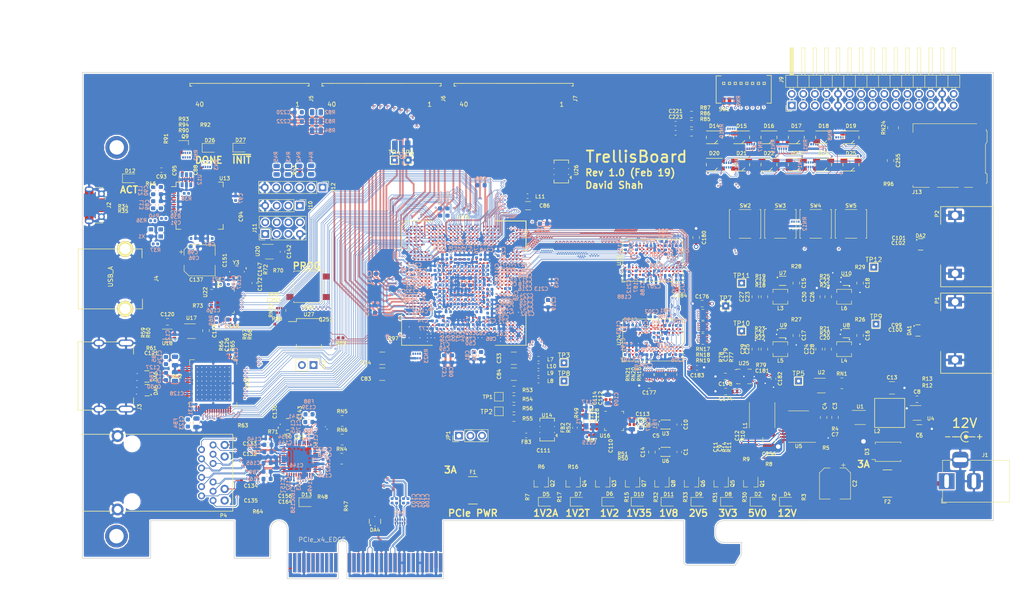
<source format=kicad_pcb>
(kicad_pcb (version 20171130) (host pcbnew 5.0.1)

  (general
    (thickness 1.6)
    (drawings 44)
    (tracks 22485)
    (zones 0)
    (modules 507)
    (nets 718)
  )

  (page A4)
  (layers
    (0 F.Cu signal)
    (1 In1.Cu signal)
    (2 In2.Cu signal)
    (3 In3.Cu signal)
    (4 In4.Cu signal)
    (5 In5.Cu signal)
    (6 In6.Cu signal)
    (31 B.Cu signal)
    (32 B.Adhes user)
    (33 F.Adhes user)
    (34 B.Paste user)
    (35 F.Paste user)
    (36 B.SilkS user)
    (37 F.SilkS user)
    (38 B.Mask user)
    (39 F.Mask user)
    (40 Dwgs.User user)
    (41 Cmts.User user)
    (42 Eco1.User user)
    (43 Eco2.User user)
    (44 Edge.Cuts user)
    (45 Margin user)
    (46 B.CrtYd user)
    (47 F.CrtYd user)
    (48 B.Fab user)
    (49 F.Fab user)
  )

  (setup
    (last_trace_width 0.0889)
    (user_trace_width 0.1)
    (user_trace_width 0.15)
    (user_trace_width 0.2)
    (user_trace_width 0.25)
    (user_trace_width 0.35)
    (user_trace_width 0.5)
    (user_trace_width 0.8)
    (user_trace_width 1)
    (trace_clearance 0.0889)
    (zone_clearance 0.254)
    (zone_45_only no)
    (trace_min 0.0889)
    (segment_width 0.2)
    (edge_width 0.15)
    (via_size 0.4)
    (via_drill 0.2)
    (via_min_size 0.4)
    (via_min_drill 0.2)
    (user_via 0.6 0.3)
    (user_via 0.8 0.5)
    (user_via 1 0.6)
    (user_via 1.5 1)
    (user_via 2 1.5)
    (uvia_size 0.3)
    (uvia_drill 0.1)
    (uvias_allowed no)
    (uvia_min_size 0.2)
    (uvia_min_drill 0.1)
    (pcb_text_width 0.3)
    (pcb_text_size 1.5 1.5)
    (mod_edge_width 0.15)
    (mod_text_size 1 1)
    (mod_text_width 0.15)
    (pad_size 1.524 1.524)
    (pad_drill 0.762)
    (pad_to_mask_clearance 0.051)
    (solder_mask_min_width 0.25)
    (aux_axis_origin 0 0)
    (visible_elements FFFDFFFF)
    (pcbplotparams
      (layerselection 0x010fc_ffffffff)
      (usegerberextensions false)
      (usegerberattributes false)
      (usegerberadvancedattributes false)
      (creategerberjobfile false)
      (excludeedgelayer true)
      (linewidth 0.100000)
      (plotframeref false)
      (viasonmask false)
      (mode 1)
      (useauxorigin false)
      (hpglpennumber 1)
      (hpglpenspeed 20)
      (hpglpendiameter 15.000000)
      (psnegative false)
      (psa4output false)
      (plotreference true)
      (plotvalue true)
      (plotinvisibletext false)
      (padsonsilk false)
      (subtractmaskfromsilk false)
      (outputformat 1)
      (mirror false)
      (drillshape 1)
      (scaleselection 1)
      (outputdirectory ""))
  )

  (net 0 "")
  (net 1 "/PCIe + SATA/DCU1_REFCLK-")
  (net 2 "/PCIe + SATA/DCU1_REFCLK+")
  (net 3 DDR3_A4)
  (net 4 DDR3_A6)
  (net 5 DDR3_A5)
  (net 6 DDR3_A7)
  (net 7 /DDR3/DDR3_VTT)
  (net 8 "Net-(RN2-Pad5)")
  (net 9 "Net-(RN2-Pad6)")
  (net 10 "Net-(R38-Pad2)")
  (net 11 "Net-(RN2-Pad7)")
  (net 12 +3V3)
  (net 13 /Power/1V2_EN)
  (net 14 /Power/2V5_EN)
  (net 15 /Power/1V35_EN)
  (net 16 "Net-(RN1-Pad4)")
  (net 17 +5V)
  (net 18 "Net-(RN1-Pad5)")
  (net 19 USD_D0)
  (net 20 USD_D3)
  (net 21 USD_CMD)
  (net 22 USD_D2)
  (net 23 "Net-(RN23-Pad1)")
  (net 24 GND)
  (net 25 "/FPGA IO/CFG0")
  (net 26 "Net-(RN23-Pad8)")
  (net 27 "/FPGA IO/CFG1")
  (net 28 "/FPGA IO/CFG2")
  (net 29 "/FPGA IO/FLASH_D3")
  (net 30 "/FPGA IO/FLASH_D1")
  (net 31 "/FPGA IO/FLASH_D2")
  (net 32 "/FPGA IO/FLASH_D0")
  (net 33 DDR3_WE)
  (net 34 DDR3_CKE)
  (net 35 DDR3_CS)
  (net 36 DDR3_ODT)
  (net 37 DDR3_CAS)
  (net 38 DDR3_BA2)
  (net 39 DDR3_RAS)
  (net 40 DDR3_BA1)
  (net 41 DDR3_A12)
  (net 42 DDR3_A14)
  (net 43 DDR3_A13)
  (net 44 DDR3_BA0)
  (net 45 DDR3_A11)
  (net 46 DDR3_A9)
  (net 47 DDR3_A10)
  (net 48 DDR3_A8)
  (net 49 DDR3_A0)
  (net 50 DDR3_A2)
  (net 51 DDR3_A1)
  (net 52 DDR3_A3)
  (net 53 "/HDMI, GbE, USB/ETH_LED2")
  (net 54 ETH_~RESET)
  (net 55 "/HDMI, GbE, USB/ETH_LED1")
  (net 56 RGMII_REF_CLK)
  (net 57 "Net-(D18-Pad4)")
  (net 58 "Net-(D20-Pad4)")
  (net 59 "Net-(D19-Pad4)")
  (net 60 "Net-(D21-Pad4)")
  (net 61 "Net-(D25-Pad4)")
  (net 62 "Net-(D23-Pad4)")
  (net 63 "Net-(D24-Pad4)")
  (net 64 "Net-(D22-Pad4)")
  (net 65 FTDI_D1_RX)
  (net 66 FTDI_~WR)
  (net 67 FTDI_~RD)
  (net 68 FTDI_~SIWU)
  (net 69 RGMII_RXD0)
  (net 70 RGMII_RXD2)
  (net 71 RGMII_RXD1)
  (net 72 RGMII_RXD3)
  (net 73 RGMII_RX_DV)
  (net 74 ETH_MDIO)
  (net 75 RGMII_RX_CLK)
  (net 76 ETH_INT_N)
  (net 77 "Net-(D17-Pad1)")
  (net 78 "Net-(D16-Pad1)")
  (net 79 "Net-(D14-Pad1)")
  (net 80 "Net-(D15-Pad1)")
  (net 81 DIP_SW1)
  (net 82 DIP_SW0)
  (net 83 DIP_SW2)
  (net 84 DIP_SW3)
  (net 85 DIP_SW7)
  (net 86 DIP_SW6)
  (net 87 DIP_SW4)
  (net 88 DIP_SW5)
  (net 89 "Net-(D14-Pad4)")
  (net 90 "Net-(D16-Pad4)")
  (net 91 "Net-(D15-Pad4)")
  (net 92 "Net-(D17-Pad4)")
  (net 93 "Net-(D21-Pad1)")
  (net 94 "Net-(D20-Pad1)")
  (net 95 "Net-(D18-Pad1)")
  (net 96 "Net-(D19-Pad1)")
  (net 97 BTN1)
  (net 98 BTN0)
  (net 99 BTN2)
  (net 100 BTN3)
  (net 101 "Net-(D25-Pad1)")
  (net 102 "Net-(D24-Pad1)")
  (net 103 "Net-(D22-Pad1)")
  (net 104 "Net-(D23-Pad1)")
  (net 105 "/FPGA IO/VCCIO7")
  (net 106 "Net-(R44-Pad2)")
  (net 107 JTAG_TDO)
  (net 108 JTAG_TDI)
  (net 109 "Net-(R43-Pad2)")
  (net 110 "Net-(R42-Pad2)")
  (net 111 JTAG_TCK)
  (net 112 JTAG_TMS)
  (net 113 "Net-(R45-Pad2)")
  (net 114 "/PCIe + SATA/CLKAUXO+")
  (net 115 "/PCIe + SATA/CLK150M-")
  (net 116 +1V8)
  (net 117 +2V5)
  (net 118 "/PCIe + SATA/CLKAUXO-")
  (net 119 "/FPGA IO/VCCIO6")
  (net 120 "/PCIe + SATA/CLK150M+")
  (net 121 CLK_SDA)
  (net 122 "Net-(R36-Pad2)")
  (net 123 FPGA_12MHz)
  (net 124 "/PCIe + SATA/PCIe_REFCLK+")
  (net 125 "/PCIe + SATA/PCIe_REFCLK-")
  (net 126 PCIe_12V)
  (net 127 "Net-(D13-Pad2)")
  (net 128 ~PERST)
  (net 129 "Net-(P3-PadA11)")
  (net 130 "Net-(D12-Pad2)")
  (net 131 "Net-(R40-Pad1)")
  (net 132 "Net-(R39-Pad1)")
  (net 133 "Net-(R38-Pad1)")
  (net 134 "Net-(R12-Pad2)")
  (net 135 "/PCIe + SATA/3V3_C")
  (net 136 "/PCIe + SATA/3V3_CA")
  (net 137 "Net-(R57-Pad1)")
  (net 138 "Net-(R58-Pad2)")
  (net 139 FABRIC_REFCLK)
  (net 140 "/HDMI, GbE, USB/PORT_SCL")
  (net 141 "/HDMI, GbE, USB/PORT_SDA")
  (net 142 "Net-(C121-Pad1)")
  (net 143 "Net-(R62-Pad1)")
  (net 144 /Power/3V3_PG)
  (net 145 "Net-(D27-Pad2)")
  (net 146 "/FPGA IO/~PROGRAM")
  (net 147 "Net-(R80-Pad1)")
  (net 148 "Net-(R81-Pad1)")
  (net 149 "/FPGA IO/FLASH_~CS")
  (net 150 "/FPGA IO/FLASH_CLK")
  (net 151 "/FPGA IO/DONE")
  (net 152 "Net-(Q9-Pad1)")
  (net 153 "Net-(D26-Pad2)")
  (net 154 "Net-(R79-Pad1)")
  (net 155 "/FPGA IO/~INIT")
  (net 156 "Net-(C9-Pad1)")
  (net 157 "Net-(C11-Pad1)")
  (net 158 "Net-(Q2-Pad3)")
  (net 159 "Net-(D5-Pad1)")
  (net 160 /Power/1V2_PG)
  (net 161 USD_D1)
  (net 162 USD_CLK)
  (net 163 "Net-(R97-Pad1)")
  (net 164 "Net-(Q2-Pad1)")
  (net 165 +1V2A)
  (net 166 "Net-(R5-Pad2)")
  (net 167 "Net-(D2-Pad2)")
  (net 168 "Net-(C7-Pad1)")
  (net 169 "Net-(D4-Pad2)")
  (net 170 +12V)
  (net 171 "Net-(R74-Pad1)")
  (net 172 "/Debug Interface/PORT_D-")
  (net 173 "/Debug Interface/FTDI_D-")
  (net 174 "/Debug Interface/FTDI_D+")
  (net 175 "/Debug Interface/PORT_D+")
  (net 176 "Net-(C22-Pad2)")
  (net 177 "Net-(R71-Pad2)")
  (net 178 "/HDMI, GbE, USB/USB_XO")
  (net 179 "/HDMI, GbE, USB/USB_XI")
  (net 180 "Net-(R73-Pad1)")
  (net 181 "/HDMI, GbE, USB/USBA_VBUS")
  (net 182 "/HDMI, GbE, USB/EXTVBUS")
  (net 183 DVI_SCL)
  (net 184 DVI_SDA)
  (net 185 CLK_SCL)
  (net 186 "Net-(R70-Pad1)")
  (net 187 "Net-(C175-Pad2)")
  (net 188 DDR3_CLK+)
  (net 189 "Net-(P4-Pad16)")
  (net 190 "Net-(R66-Pad1)")
  (net 191 "Net-(R65-Pad1)")
  (net 192 "/HDMI, GbE, USB/HDMI_HPD")
  (net 193 DDR3_CLK-)
  (net 194 "Net-(C179-Pad1)")
  (net 195 +1V35)
  (net 196 +1V2)
  (net 197 "Net-(D10-Pad2)")
  (net 198 "Net-(P4-Pad14)")
  (net 199 "Net-(C12-Pad2)")
  (net 200 "Net-(D6-Pad2)")
  (net 201 +1V2T)
  (net 202 "Net-(Q4-Pad1)")
  (net 203 "Net-(Q4-Pad3)")
  (net 204 "Net-(D7-Pad1)")
  (net 205 "Net-(C19-Pad2)")
  (net 206 "Net-(C20-Pad2)")
  (net 207 "Net-(C21-Pad2)")
  (net 208 "/Debug Interface/FTDI_12MHz")
  (net 209 "Net-(D11-Pad2)")
  (net 210 /Power/2V5_PG)
  (net 211 /Power/1V35_PG)
  (net 212 /Power/1V8_PG)
  (net 213 "Net-(D8-Pad2)")
  (net 214 "Net-(D9-Pad2)")
  (net 215 "Net-(C8-Pad2)")
  (net 216 "Net-(C8-Pad1)")
  (net 217 /Power/PWR_EN)
  (net 218 "/HDMI, GbE, USB/HDMI_5V")
  (net 219 "Net-(U17-Pad3)")
  (net 220 "Net-(D9-Pad1)")
  (net 221 "Net-(D11-Pad1)")
  (net 222 "Net-(D26-Pad1)")
  (net 223 "Net-(D2-Pad1)")
  (net 224 "Net-(D6-Pad1)")
  (net 225 "Net-(D10-Pad1)")
  (net 226 "Net-(D8-Pad1)")
  (net 227 "Net-(U1-Pad3)")
  (net 228 DDR3_Vref)
  (net 229 DDR3_Vtt_EN)
  (net 230 "Net-(U5-Pad2)")
  (net 231 "Net-(L1-Pad1)")
  (net 232 "Net-(C11-Pad2)")
  (net 233 "Net-(U13-Pad3)")
  (net 234 "/Debug Interface/Vphy")
  (net 235 "/Debug Interface/Vpll")
  (net 236 "/Debug Interface/JTAG_ACT")
  (net 237 "Net-(U13-Pad22)")
  (net 238 "Net-(U13-Pad23)")
  (net 239 "Net-(U13-Pad24)")
  (net 240 "Net-(U13-Pad26)")
  (net 241 "Net-(U13-Pad27)")
  (net 242 "Net-(U13-Pad28)")
  (net 243 "Net-(U13-Pad29)")
  (net 244 "Net-(U13-Pad30)")
  (net 245 "Net-(U13-Pad32)")
  (net 246 "Net-(U13-Pad33)")
  (net 247 "Net-(U13-Pad34)")
  (net 248 "Net-(U13-Pad36)")
  (net 249 FTDI_D0_TX)
  (net 250 FTDI_D2)
  (net 251 FTDI_D3)
  (net 252 FTDI_D4)
  (net 253 FTDI_D5)
  (net 254 FTDI_D6)
  (net 255 FTDI_D7)
  (net 256 FTDI_~RXF)
  (net 257 "Net-(U13-Pad49)")
  (net 258 "Net-(U13-Pad50)")
  (net 259 FTDI_~TXE)
  (net 260 "Net-(U13-Pad57)")
  (net 261 "Net-(U13-Pad58)")
  (net 262 "Net-(U13-Pad59)")
  (net 263 "Net-(U13-Pad60)")
  (net 264 "/HDMI, GbE, USB/DVI_DVDD")
  (net 265 DVI_DE)
  (net 266 DVI_HSYNC)
  (net 267 DVI_VSYNC)
  (net 268 "Net-(U19-Pad11)")
  (net 269 "/HDMI, GbE, USB/DVI_PVDD")
  (net 270 "/HDMI, GbE, USB/TMDS_CLK-")
  (net 271 "/HDMI, GbE, USB/TMDS_CLK+")
  (net 272 "/HDMI, GbE, USB/DVI_TVDD")
  (net 273 "/HDMI, GbE, USB/TMDS_D0-")
  (net 274 "/HDMI, GbE, USB/TMDS_D0+")
  (net 275 "/HDMI, GbE, USB/TMDS_D1-")
  (net 276 "/HDMI, GbE, USB/TMDS_D1+")
  (net 277 "/HDMI, GbE, USB/TMDS_D2-")
  (net 278 "/HDMI, GbE, USB/TMDS_D2+")
  (net 279 DVI_D23)
  (net 280 DVI_D22)
  (net 281 DVI_D21)
  (net 282 DVI_D20)
  (net 283 DVI_D19)
  (net 284 DVI_D18)
  (net 285 DVI_D17)
  (net 286 DVI_D16)
  (net 287 DVI_D15)
  (net 288 DVI_D14)
  (net 289 DVI_D13)
  (net 290 DVI_D12)
  (net 291 "Net-(U19-Pad49)")
  (net 292 DVI_D11)
  (net 293 DVI_D10)
  (net 294 DVI_D9)
  (net 295 DVI_D8)
  (net 296 DVI_D7)
  (net 297 DVI_D6)
  (net 298 DVI_CLK)
  (net 299 DVI_D5)
  (net 300 DVI_D4)
  (net 301 DVI_D3)
  (net 302 DVI_D2)
  (net 303 DVI_D1)
  (net 304 DVI_D0)
  (net 305 "/HDMI, GbE, USB/AVDDH")
  (net 306 "/HDMI, GbE, USB/MX4-")
  (net 307 "/HDMI, GbE, USB/MX4+")
  (net 308 "/HDMI, GbE, USB/AVDDL")
  (net 309 "/HDMI, GbE, USB/MX3-")
  (net 310 "/HDMI, GbE, USB/MX3+")
  (net 311 "/HDMI, GbE, USB/MX2-")
  (net 312 "/HDMI, GbE, USB/MX2+")
  (net 313 "/HDMI, GbE, USB/MX1-")
  (net 314 "/HDMI, GbE, USB/MX1+")
  (net 315 "Net-(U21-Pad13)")
  (net 316 RGMII_TXD0)
  (net 317 RGMII_TXD1)
  (net 318 RGMII_TXD2)
  (net 319 RGMII_TXD3)
  (net 320 RGMII_TX_CLK)
  (net 321 RGMII_TX_EN)
  (net 322 ETH_MDC)
  (net 323 "Net-(U21-Pad43)")
  (net 324 "/HDMI, GbE, USB/AVDDL_PLL")
  (net 325 "/HDMI, GbE, USB/ETH_XO")
  (net 326 "/HDMI, GbE, USB/ETH_XI")
  (net 327 "Net-(U21-Pad47)")
  (net 328 "Net-(U22-Pad3)")
  (net 329 "Net-(U22-Pad5)")
  (net 330 "/HDMI, GbE, USB/USBA_D+")
  (net 331 "/HDMI, GbE, USB/USBA_D-")
  (net 332 ULPI_RESET)
  (net 333 ULPI_NXT)
  (net 334 ULPI_DIR)
  (net 335 ULPI_STP)
  (net 336 ULPI_CLKO)
  (net 337 "/HDMI, GbE, USB/USB1V8")
  (net 338 ULPI_D7)
  (net 339 ULPI_D6)
  (net 340 ULPI_D5)
  (net 341 ULPI_D4)
  (net 342 ULPI_D3)
  (net 343 ULPI_D2)
  (net 344 ULPI_D1)
  (net 345 ULPI_D0)
  (net 346 "Net-(C117-Pad1)")
  (net 347 "Net-(C115-Pad2)")
  (net 348 CLK_SD_OE)
  (net 349 "Net-(U16-Pad11)")
  (net 350 "Net-(U16-Pad12)")
  (net 351 "/PCIe + SATA/1V8_C")
  (net 352 "Net-(U16-Pad16)")
  (net 353 "/PCIe + SATA/DCU0_REFCLK-")
  (net 354 "/PCIe + SATA/DCU0_REFCLK+")
  (net 355 "Net-(U16-Pad24)")
  (net 356 DDR3_DQ13)
  (net 357 DDR3_DQ15)
  (net 358 DDR3_DQ12)
  (net 359 DDR3_DQS1-)
  (net 360 DDR3_DQ14)
  (net 361 DDR3_DQ11)
  (net 362 DDR3_DQ9)
  (net 363 DDR3_DQS1+)
  (net 364 DDR3_DQ10)
  (net 365 DDR3_DM1)
  (net 366 DDR3_DQ8)
  (net 367 DDR3_DQ0)
  (net 368 DDR3_DM0)
  (net 369 DDR3_DQ2)
  (net 370 DDR3_DQS0+)
  (net 371 DDR3_DQ1)
  (net 372 DDR3_DQ3)
  (net 373 DDR3_DQ6)
  (net 374 DDR3_DQS0-)
  (net 375 DDR3_DQ4)
  (net 376 DDR3_DQ7)
  (net 377 DDR3_DQ5)
  (net 378 "Net-(U23-PadJ1)")
  (net 379 "Net-(U23-PadJ9)")
  (net 380 "Net-(U23-PadL1)")
  (net 381 "Net-(U23-PadL9)")
  (net 382 "Net-(U23-PadM7)")
  (net 383 DDR3_RESET)
  (net 384 "Net-(U24-PadM7)")
  (net 385 "Net-(U24-PadL9)")
  (net 386 "Net-(U24-PadL1)")
  (net 387 "Net-(U24-PadJ9)")
  (net 388 "Net-(U24-PadJ1)")
  (net 389 DDR3_DQ21)
  (net 390 DDR3_DQ23)
  (net 391 DDR3_DQ20)
  (net 392 DDR3_DQS2-)
  (net 393 DDR3_DQ22)
  (net 394 DDR3_DQ19)
  (net 395 DDR3_DQ17)
  (net 396 DDR3_DQS2+)
  (net 397 DDR3_DQ18)
  (net 398 DDR3_DM2)
  (net 399 DDR3_DQ16)
  (net 400 DDR3_DQ24)
  (net 401 DDR3_DM3)
  (net 402 DDR3_DQ26)
  (net 403 DDR3_DQS3+)
  (net 404 DDR3_DQ25)
  (net 405 DDR3_DQ27)
  (net 406 DDR3_DQ30)
  (net 407 DDR3_DQS3-)
  (net 408 DDR3_DQ28)
  (net 409 DDR3_DQ31)
  (net 410 DDR3_DQ29)
  (net 411 "Net-(X1-Pad1)")
  (net 412 "Net-(L4-Pad1)")
  (net 413 "Net-(L5-Pad1)")
  (net 414 "Net-(L3-Pad1)")
  (net 415 "Net-(L6-Pad1)")
  (net 416 "Net-(C111-Pad1)")
  (net 417 "/FPGA Core Power/VCCHTX1")
  (net 418 "/FPGA Core Power/VCCHTX0")
  (net 419 "/FPGA Core Power/VCCA0")
  (net 420 "/FPGA Core Power/VCCAUX")
  (net 421 "/FPGA Core Power/VCCA1")
  (net 422 "/PCIe + SATA/SATA1_A+")
  (net 423 "/PCIe + SATA/SATA1_A-")
  (net 424 "/PCIe + SATA/DCU1_RX1-")
  (net 425 "/PCIe + SATA/DCU1_RX1+")
  (net 426 "/PCIe + SATA/SATA0_A+")
  (net 427 "/PCIe + SATA/SATA0_A-")
  (net 428 "/PCIe + SATA/DCU1_RX0-")
  (net 429 "/PCIe + SATA/DCU1_RX0+")
  (net 430 "/PCIe + SATA/PCIe_HSI0+")
  (net 431 "/PCIe + SATA/PCIe_HSI0-")
  (net 432 "/PCIe + SATA/PCIe_HSI1+")
  (net 433 "/PCIe + SATA/PCIe_HSI1-")
  (net 434 "/PCIe + SATA/DCU0_RX0+")
  (net 435 "/PCIe + SATA/DCU0_RX0-")
  (net 436 "/PCIe + SATA/DCU0_RX1+")
  (net 437 "/PCIe + SATA/DCU0_RX1-")
  (net 438 "Net-(U6-Pad2)")
  (net 439 "Net-(U6-Pad5)")
  (net 440 "Net-(U3-Pad5)")
  (net 441 "Net-(U3-Pad2)")
  (net 442 "Net-(U10-Pad4)")
  (net 443 "Net-(U9-Pad4)")
  (net 444 "Net-(U8-Pad4)")
  (net 445 "Net-(U7-Pad4)")
  (net 446 "Net-(J5-Pad38)")
  (net 447 "/FPGA IO/EXT0_11-")
  (net 448 "/FPGA IO/EXT0_11+")
  (net 449 "/FPGA IO/EXT0_10-")
  (net 450 "/FPGA IO/EXT0_10+")
  (net 451 "/FPGA IO/EXT0_9-")
  (net 452 "/FPGA IO/EXT0_9+")
  (net 453 "/FPGA IO/EXT0_8-")
  (net 454 "/FPGA IO/EXT0_8+")
  (net 455 "/FPGA IO/EXT0_7-")
  (net 456 "/FPGA IO/EXT0_7+")
  (net 457 "/FPGA IO/EXT0_6-")
  (net 458 "/FPGA IO/EXT0_6+")
  (net 459 "/FPGA IO/EXT0_5-")
  (net 460 "/FPGA IO/EXT0_5+")
  (net 461 "/FPGA IO/EXT0_4-")
  (net 462 "/FPGA IO/EXT0_4+")
  (net 463 "/FPGA IO/EXT0_3-")
  (net 464 "/FPGA IO/EXT0_3+")
  (net 465 "/FPGA IO/EXT0_2-")
  (net 466 "/FPGA IO/EXT0_2+")
  (net 467 "/FPGA IO/EXT0_1-")
  (net 468 "/FPGA IO/EXT0_1+")
  (net 469 "/FPGA IO/EXT0_0-")
  (net 470 "/FPGA IO/EXT0_0+")
  (net 471 "Net-(J6-Pad38)")
  (net 472 "/FPGA IO/EXT1_11-")
  (net 473 "/FPGA IO/EXT1_11+")
  (net 474 "/FPGA IO/EXT1_10-")
  (net 475 "/FPGA IO/EXT1_10+")
  (net 476 "/FPGA IO/EXT1_9-")
  (net 477 "/FPGA IO/EXT1_9+")
  (net 478 "/FPGA IO/EXT1_8-")
  (net 479 "/FPGA IO/EXT1_8+")
  (net 480 "/FPGA IO/EXT1_7-")
  (net 481 "/FPGA IO/EXT1_7+")
  (net 482 "/FPGA IO/EXT1_6-")
  (net 483 "/FPGA IO/EXT1_6+")
  (net 484 "/FPGA IO/EXT1_5-")
  (net 485 "/FPGA IO/EXT1_5+")
  (net 486 "/FPGA IO/EXT1_4-")
  (net 487 "/FPGA IO/EXT1_4+")
  (net 488 "/FPGA IO/EXT1_3-")
  (net 489 "/FPGA IO/EXT1_3+")
  (net 490 "/FPGA IO/EXT1_2-")
  (net 491 "/FPGA IO/EXT1_2+")
  (net 492 "/FPGA IO/EXT1_1-")
  (net 493 "/FPGA IO/EXT1_1+")
  (net 494 "/FPGA IO/EXT1_0-")
  (net 495 "/FPGA IO/EXT1_0+")
  (net 496 "/FPGA IO/EXT2_0+")
  (net 497 "/FPGA IO/EXT2_0-")
  (net 498 "/FPGA IO/EXT2_1+")
  (net 499 "/FPGA IO/EXT2_1-")
  (net 500 "/FPGA IO/EXT2_2+")
  (net 501 "/FPGA IO/EXT2_2-")
  (net 502 "/FPGA IO/EXT2_3+")
  (net 503 "/FPGA IO/EXT2_3-")
  (net 504 "/FPGA IO/EXT2_4+")
  (net 505 "/FPGA IO/EXT2_4-")
  (net 506 "/FPGA IO/EXT2_5+")
  (net 507 "/FPGA IO/EXT2_5-")
  (net 508 "/FPGA IO/EXT2_6+")
  (net 509 "/FPGA IO/EXT2_6-")
  (net 510 "/FPGA IO/EXT2_7+")
  (net 511 "/FPGA IO/EXT2_7-")
  (net 512 "/FPGA IO/EXT2_8+")
  (net 513 "/FPGA IO/EXT2_8-")
  (net 514 "/FPGA IO/EXT2_9+")
  (net 515 "/FPGA IO/EXT2_9-")
  (net 516 "/FPGA IO/EXT2_10+")
  (net 517 "/FPGA IO/EXT2_10-")
  (net 518 "/FPGA IO/EXT2_11+")
  (net 519 "/FPGA IO/EXT2_11-")
  (net 520 "Net-(J7-Pad38)")
  (net 521 "Net-(C132-Pad1)")
  (net 522 "Net-(C135-Pad1)")
  (net 523 "Net-(C133-Pad1)")
  (net 524 "Net-(C134-Pad1)")
  (net 525 "Net-(P3-PadB5)")
  (net 526 "Net-(P3-PadB6)")
  (net 527 "Net-(P3-PadB8)")
  (net 528 "Net-(P3-PadB9)")
  (net 529 "Net-(P3-PadB10)")
  (net 530 PCIe_~WAKE)
  (net 531 "Net-(P3-PadB12)")
  (net 532 "/PCIe + SATA/~PRSNT2~_X1")
  (net 533 "Net-(P3-PadB23)")
  (net 534 "Net-(P3-PadB24)")
  (net 535 "Net-(P3-PadB27)")
  (net 536 "Net-(P3-PadB28)")
  (net 537 "Net-(P3-PadB30)")
  (net 538 "/PCIe + SATA/~PRSNT2~_X4")
  (net 539 "/PCIe + SATA/~PRSNT1")
  (net 540 "Net-(P3-PadA5)")
  (net 541 "Net-(P3-PadA6)")
  (net 542 "Net-(P3-PadA7)")
  (net 543 "Net-(P3-PadA8)")
  (net 544 "Net-(P3-PadA9)")
  (net 545 "Net-(P3-PadA10)")
  (net 546 "Net-(P3-PadA19)")
  (net 547 "Net-(P3-PadA25)")
  (net 548 "Net-(P3-PadA26)")
  (net 549 "Net-(P3-PadA29)")
  (net 550 "Net-(P3-PadA30)")
  (net 551 "Net-(P3-PadA32)")
  (net 552 "Net-(U14-Pad2)")
  (net 553 "Net-(U14-Pad1)")
  (net 554 "Net-(U26-Pad1)")
  (net 555 "Net-(U26-Pad2)")
  (net 556 "/FPGA IO/CLK100+")
  (net 557 "/FPGA IO/CLK100-")
  (net 558 "Net-(J3-Pad14)")
  (net 559 "Net-(J3-Pad13)")
  (net 560 LED2)
  (net 561 LED11)
  (net 562 LED10)
  (net 563 LED0)
  (net 564 LED1)
  (net 565 LED3)
  (net 566 LED4)
  (net 567 LED5)
  (net 568 LED6)
  (net 569 LED7)
  (net 570 LED8)
  (net 571 LED9)
  (net 572 "Net-(F2-Pad2)")
  (net 573 "Net-(U15-PadR1)")
  (net 574 "Net-(U15-PadA2)")
  (net 575 "Net-(U15-PadT2)")
  (net 576 "Net-(U15-PadAB2)")
  (net 577 "Net-(U15-PadAC2)")
  (net 578 "Net-(U15-PadAE2)")
  (net 579 "Net-(U15-PadAG2)")
  (net 580 "Net-(U15-PadA3)")
  (net 581 "Net-(U15-PadV3)")
  (net 582 "Net-(U15-PadW3)")
  (net 583 "Net-(U15-PadY3)")
  (net 584 "Net-(U15-PadAC3)")
  (net 585 "Net-(U15-PadAG3)")
  (net 586 "Net-(U15-PadAL3)")
  (net 587 "Net-(U15-PadB4)")
  (net 588 "Net-(U15-PadH4)")
  (net 589 "Net-(U15-PadAC4)")
  (net 590 "Net-(U15-PadA5)")
  (net 591 "Net-(U15-PadL5)")
  (net 592 "Net-(U15-PadW6)")
  (net 593 "Net-(U15-PadD7)")
  (net 594 "Net-(U15-PadE7)")
  (net 595 "Net-(U15-PadAE7)")
  (net 596 "Net-(U15-PadG9)")
  (net 597 "/PCIe + SATA/DCU0_TX0+")
  (net 598 "Net-(U15-PadG10)")
  (net 599 "/PCIe + SATA/DCU0_TX0-")
  (net 600 "Net-(U15-PadG11)")
  (net 601 "/PCIe + SATA/DCU0_TX1+")
  (net 602 "/PCIe + SATA/DCU0_TX1-")
  (net 603 "/FPGA IO/PMOD1_10")
  (net 604 "/FPGA IO/PMOD1_9")
  (net 605 "Net-(U15-PadG14)")
  (net 606 "Net-(U15-PadG15)")
  (net 607 "Net-(U15-PadAK15)")
  (net 608 "Net-(U15-PadG16)")
  (net 609 "Net-(U15-PadAK16)")
  (net 610 "Net-(U15-PadG17)")
  (net 611 "Net-(U15-PadG18)")
  (net 612 "/PCIe + SATA/DCU1_TX0+")
  (net 613 "Net-(U15-PadG19)")
  (net 614 "/PCIe + SATA/DCU1_TX0-")
  (net 615 "/FPGA IO/PMOD1_8")
  (net 616 "/FPGA IO/PMOD1_7")
  (net 617 "/PCIe + SATA/DCU1_TX1+")
  (net 618 "/PCIe + SATA/DCU1_TX1-")
  (net 619 "/FPGA IO/EXIO_5")
  (net 620 "/FPGA IO/EXIO_4")
  (net 621 "/FPGA IO/EXIO_3")
  (net 622 "Net-(U15-PadG22)")
  (net 623 "/FPGA IO/PMOD1_3")
  (net 624 "/FPGA IO/PMOD1_2")
  (net 625 "/FPGA IO/PMOD1_0")
  (net 626 "/FPGA IO/PMOD1_1")
  (net 627 "/FPGA IO/EXIO_2")
  (net 628 "Net-(U15-PadG23)")
  (net 629 "/FPGA IO/EXIO_1")
  (net 630 "/FPGA IO/PMOD0_10")
  (net 631 "/FPGA IO/EXIO_0")
  (net 632 "/FPGA IO/PMOD0_9")
  (net 633 "Net-(U15-PadG24)")
  (net 634 "Net-(U15-PadAG24)")
  (net 635 "Net-(U15-PadAK24)")
  (net 636 "/FPGA IO/PMOD0_8")
  (net 637 "/FPGA IO/PMOD0_3")
  (net 638 "/FPGA IO/PMOD0_7")
  (net 639 "/FPGA IO/PMOD0_2")
  (net 640 "/FPGA IO/PMOD0_1")
  (net 641 "Net-(U15-PadAK25)")
  (net 642 "/FPGA IO/PMOD0_0")
  (net 643 "Net-(U15-PadB26)")
  (net 644 "Net-(U15-PadE26)")
  (net 645 "Net-(U15-PadAE26)")
  (net 646 "Net-(U15-PadH27)")
  (net 647 "Net-(U15-PadJ27)")
  (net 648 "Net-(U15-PadW27)")
  (net 649 "Net-(U15-PadC28)")
  (net 650 "Net-(U15-PadD28)")
  (net 651 "Net-(U15-PadH28)")
  (net 652 "Net-(U15-PadL28)")
  (net 653 "Net-(U15-PadP28)")
  (net 654 "Net-(U15-PadAC28)")
  (net 655 "Net-(U15-PadAE28)")
  (net 656 "Net-(U15-PadC29)")
  (net 657 "Net-(U15-PadH29)")
  (net 658 "Net-(U15-PadP29)")
  (net 659 "Net-(U15-PadAB29)")
  (net 660 "Net-(U15-PadAC29)")
  (net 661 "Net-(U15-PadAE29)")
  (net 662 "Net-(U15-PadAJ29)")
  (net 663 "Net-(U15-PadC30)")
  (net 664 "Net-(U15-PadP30)")
  (net 665 "Net-(U15-PadR30)")
  (net 666 "Net-(U15-PadV30)")
  (net 667 "Net-(U15-PadAB30)")
  (net 668 "Net-(U15-PadAE30)")
  (net 669 "Net-(U15-PadAJ30)")
  (net 670 "Net-(U15-PadA31)")
  (net 671 "Net-(U15-PadAG31)")
  (net 672 "Net-(U15-PadAK31)")
  (net 673 "Net-(U15-PadAG32)")
  (net 674 "Net-(J2-Pad1)")
  (net 675 "Net-(J2-Pad4)")
  (net 676 "Net-(U15-PadT30)")
  (net 677 "Net-(U15-PadAE27)")
  (net 678 "Net-(U15-PadAD27)")
  (net 679 "Net-(U15-PadF30)")
  (net 680 "Net-(U15-PadN27)")
  (net 681 "Net-(U15-PadU27)")
  (net 682 "Net-(U15-PadU29)")
  (net 683 "Net-(U15-PadW30)")
  (net 684 "Net-(U15-PadY30)")
  (net 685 "Net-(U15-PadY29)")
  (net 686 "Net-(U15-PadW1)")
  (net 687 "Net-(U15-PadV1)")
  (net 688 "Net-(U15-PadY7)")
  (net 689 "Net-(U15-PadY6)")
  (net 690 "Net-(U15-PadAC5)")
  (net 691 "Net-(U15-PadAD4)")
  (net 692 "Net-(U15-PadY4)")
  (net 693 "Net-(U15-PadW4)")
  (net 694 "Net-(U15-PadP7)")
  (net 695 "Net-(U15-PadN7)")
  (net 696 "Net-(U15-PadL7)")
  (net 697 "Net-(U15-PadP6)")
  (net 698 "Net-(U15-PadN6)")
  (net 699 "Net-(U15-PadL6)")
  (net 700 "Net-(U15-PadK5)")
  (net 701 "Net-(U15-PadN4)")
  (net 702 "Net-(U15-PadL4)")
  (net 703 "Net-(U15-PadK4)")
  (net 704 "Net-(U15-PadJ4)")
  (net 705 "Net-(U15-PadN3)")
  (net 706 "Net-(U15-PadL3)")
  (net 707 "Net-(U15-PadL2)")
  (net 708 "Net-(U15-PadK2)")
  (net 709 "Net-(U15-PadL1)")
  (net 710 "Net-(U15-PadK1)")
  (net 711 "Net-(U15-PadJ1)")
  (net 712 "Net-(U15-PadD1)")
  (net 713 "Net-(U15-PadC1)")
  (net 714 "Net-(U15-PadF2)")
  (net 715 "Net-(U15-PadE1)")
  (net 716 "Net-(U15-PadE4)")
  (net 717 "Net-(U15-PadD4)")

  (net_class Default "This is the default net class."
    (clearance 0.0889)
    (trace_width 0.0889)
    (via_dia 0.4)
    (via_drill 0.2)
    (uvia_dia 0.3)
    (uvia_drill 0.1)
    (diff_pair_gap 0.11)
    (diff_pair_width 0.11)
    (add_net +12V)
    (add_net +1V2)
    (add_net +1V2A)
    (add_net +1V2T)
    (add_net +1V35)
    (add_net +1V8)
    (add_net +2V5)
    (add_net +3V3)
    (add_net +5V)
    (add_net /DDR3/DDR3_VTT)
    (add_net "/Debug Interface/FTDI_12MHz")
    (add_net "/Debug Interface/FTDI_D+")
    (add_net "/Debug Interface/FTDI_D-")
    (add_net "/Debug Interface/JTAG_ACT")
    (add_net "/Debug Interface/PORT_D+")
    (add_net "/Debug Interface/PORT_D-")
    (add_net "/Debug Interface/Vphy")
    (add_net "/Debug Interface/Vpll")
    (add_net "/FPGA Core Power/VCCA0")
    (add_net "/FPGA Core Power/VCCA1")
    (add_net "/FPGA Core Power/VCCAUX")
    (add_net "/FPGA Core Power/VCCHTX0")
    (add_net "/FPGA Core Power/VCCHTX1")
    (add_net "/FPGA IO/CFG0")
    (add_net "/FPGA IO/CFG1")
    (add_net "/FPGA IO/CFG2")
    (add_net "/FPGA IO/CLK100+")
    (add_net "/FPGA IO/CLK100-")
    (add_net "/FPGA IO/DONE")
    (add_net "/FPGA IO/EXIO_0")
    (add_net "/FPGA IO/EXIO_1")
    (add_net "/FPGA IO/EXIO_2")
    (add_net "/FPGA IO/EXIO_3")
    (add_net "/FPGA IO/EXIO_4")
    (add_net "/FPGA IO/EXIO_5")
    (add_net "/FPGA IO/EXT0_0+")
    (add_net "/FPGA IO/EXT0_0-")
    (add_net "/FPGA IO/EXT0_1+")
    (add_net "/FPGA IO/EXT0_1-")
    (add_net "/FPGA IO/EXT0_10+")
    (add_net "/FPGA IO/EXT0_10-")
    (add_net "/FPGA IO/EXT0_11+")
    (add_net "/FPGA IO/EXT0_11-")
    (add_net "/FPGA IO/EXT0_2+")
    (add_net "/FPGA IO/EXT0_2-")
    (add_net "/FPGA IO/EXT0_3+")
    (add_net "/FPGA IO/EXT0_3-")
    (add_net "/FPGA IO/EXT0_4+")
    (add_net "/FPGA IO/EXT0_4-")
    (add_net "/FPGA IO/EXT0_5+")
    (add_net "/FPGA IO/EXT0_5-")
    (add_net "/FPGA IO/EXT0_6+")
    (add_net "/FPGA IO/EXT0_6-")
    (add_net "/FPGA IO/EXT0_7+")
    (add_net "/FPGA IO/EXT0_7-")
    (add_net "/FPGA IO/EXT0_8+")
    (add_net "/FPGA IO/EXT0_8-")
    (add_net "/FPGA IO/EXT0_9+")
    (add_net "/FPGA IO/EXT0_9-")
    (add_net "/FPGA IO/EXT1_0+")
    (add_net "/FPGA IO/EXT1_0-")
    (add_net "/FPGA IO/EXT1_1+")
    (add_net "/FPGA IO/EXT1_1-")
    (add_net "/FPGA IO/EXT1_10+")
    (add_net "/FPGA IO/EXT1_10-")
    (add_net "/FPGA IO/EXT1_11+")
    (add_net "/FPGA IO/EXT1_11-")
    (add_net "/FPGA IO/EXT1_2+")
    (add_net "/FPGA IO/EXT1_2-")
    (add_net "/FPGA IO/EXT1_3+")
    (add_net "/FPGA IO/EXT1_3-")
    (add_net "/FPGA IO/EXT1_4+")
    (add_net "/FPGA IO/EXT1_4-")
    (add_net "/FPGA IO/EXT1_5+")
    (add_net "/FPGA IO/EXT1_5-")
    (add_net "/FPGA IO/EXT1_6+")
    (add_net "/FPGA IO/EXT1_6-")
    (add_net "/FPGA IO/EXT1_7+")
    (add_net "/FPGA IO/EXT1_7-")
    (add_net "/FPGA IO/EXT1_8+")
    (add_net "/FPGA IO/EXT1_8-")
    (add_net "/FPGA IO/EXT1_9+")
    (add_net "/FPGA IO/EXT1_9-")
    (add_net "/FPGA IO/EXT2_0+")
    (add_net "/FPGA IO/EXT2_0-")
    (add_net "/FPGA IO/EXT2_1+")
    (add_net "/FPGA IO/EXT2_1-")
    (add_net "/FPGA IO/EXT2_10+")
    (add_net "/FPGA IO/EXT2_10-")
    (add_net "/FPGA IO/EXT2_11+")
    (add_net "/FPGA IO/EXT2_11-")
    (add_net "/FPGA IO/EXT2_2+")
    (add_net "/FPGA IO/EXT2_2-")
    (add_net "/FPGA IO/EXT2_3+")
    (add_net "/FPGA IO/EXT2_3-")
    (add_net "/FPGA IO/EXT2_4+")
    (add_net "/FPGA IO/EXT2_4-")
    (add_net "/FPGA IO/EXT2_5+")
    (add_net "/FPGA IO/EXT2_5-")
    (add_net "/FPGA IO/EXT2_6+")
    (add_net "/FPGA IO/EXT2_6-")
    (add_net "/FPGA IO/EXT2_7+")
    (add_net "/FPGA IO/EXT2_7-")
    (add_net "/FPGA IO/EXT2_8+")
    (add_net "/FPGA IO/EXT2_8-")
    (add_net "/FPGA IO/EXT2_9+")
    (add_net "/FPGA IO/EXT2_9-")
    (add_net "/FPGA IO/FLASH_CLK")
    (add_net "/FPGA IO/FLASH_D0")
    (add_net "/FPGA IO/FLASH_D1")
    (add_net "/FPGA IO/FLASH_D2")
    (add_net "/FPGA IO/FLASH_D3")
    (add_net "/FPGA IO/FLASH_~CS")
    (add_net "/FPGA IO/PMOD0_0")
    (add_net "/FPGA IO/PMOD0_1")
    (add_net "/FPGA IO/PMOD0_10")
    (add_net "/FPGA IO/PMOD0_2")
    (add_net "/FPGA IO/PMOD0_3")
    (add_net "/FPGA IO/PMOD0_7")
    (add_net "/FPGA IO/PMOD0_8")
    (add_net "/FPGA IO/PMOD0_9")
    (add_net "/FPGA IO/PMOD1_0")
    (add_net "/FPGA IO/PMOD1_1")
    (add_net "/FPGA IO/PMOD1_10")
    (add_net "/FPGA IO/PMOD1_2")
    (add_net "/FPGA IO/PMOD1_3")
    (add_net "/FPGA IO/PMOD1_7")
    (add_net "/FPGA IO/PMOD1_8")
    (add_net "/FPGA IO/PMOD1_9")
    (add_net "/FPGA IO/VCCIO6")
    (add_net "/FPGA IO/VCCIO7")
    (add_net "/FPGA IO/~INIT")
    (add_net "/FPGA IO/~PROGRAM")
    (add_net "/HDMI, GbE, USB/AVDDH")
    (add_net "/HDMI, GbE, USB/AVDDL")
    (add_net "/HDMI, GbE, USB/AVDDL_PLL")
    (add_net "/HDMI, GbE, USB/DVI_DVDD")
    (add_net "/HDMI, GbE, USB/DVI_PVDD")
    (add_net "/HDMI, GbE, USB/DVI_TVDD")
    (add_net "/HDMI, GbE, USB/ETH_LED1")
    (add_net "/HDMI, GbE, USB/ETH_LED2")
    (add_net "/HDMI, GbE, USB/ETH_XI")
    (add_net "/HDMI, GbE, USB/ETH_XO")
    (add_net "/HDMI, GbE, USB/EXTVBUS")
    (add_net "/HDMI, GbE, USB/HDMI_5V")
    (add_net "/HDMI, GbE, USB/HDMI_HPD")
    (add_net "/HDMI, GbE, USB/MX1+")
    (add_net "/HDMI, GbE, USB/MX1-")
    (add_net "/HDMI, GbE, USB/MX2+")
    (add_net "/HDMI, GbE, USB/MX2-")
    (add_net "/HDMI, GbE, USB/MX3+")
    (add_net "/HDMI, GbE, USB/MX3-")
    (add_net "/HDMI, GbE, USB/MX4+")
    (add_net "/HDMI, GbE, USB/MX4-")
    (add_net "/HDMI, GbE, USB/PORT_SCL")
    (add_net "/HDMI, GbE, USB/PORT_SDA")
    (add_net "/HDMI, GbE, USB/TMDS_CLK+")
    (add_net "/HDMI, GbE, USB/TMDS_CLK-")
    (add_net "/HDMI, GbE, USB/TMDS_D0+")
    (add_net "/HDMI, GbE, USB/TMDS_D0-")
    (add_net "/HDMI, GbE, USB/TMDS_D1+")
    (add_net "/HDMI, GbE, USB/TMDS_D1-")
    (add_net "/HDMI, GbE, USB/TMDS_D2+")
    (add_net "/HDMI, GbE, USB/TMDS_D2-")
    (add_net "/HDMI, GbE, USB/USB1V8")
    (add_net "/HDMI, GbE, USB/USBA_D+")
    (add_net "/HDMI, GbE, USB/USBA_D-")
    (add_net "/HDMI, GbE, USB/USBA_VBUS")
    (add_net "/HDMI, GbE, USB/USB_XI")
    (add_net "/HDMI, GbE, USB/USB_XO")
    (add_net "/PCIe + SATA/1V8_C")
    (add_net "/PCIe + SATA/3V3_C")
    (add_net "/PCIe + SATA/3V3_CA")
    (add_net "/PCIe + SATA/CLK150M+")
    (add_net "/PCIe + SATA/CLK150M-")
    (add_net "/PCIe + SATA/CLKAUXO+")
    (add_net "/PCIe + SATA/CLKAUXO-")
    (add_net "/PCIe + SATA/DCU0_REFCLK+")
    (add_net "/PCIe + SATA/DCU0_REFCLK-")
    (add_net "/PCIe + SATA/DCU0_RX0+")
    (add_net "/PCIe + SATA/DCU0_RX0-")
    (add_net "/PCIe + SATA/DCU0_RX1+")
    (add_net "/PCIe + SATA/DCU0_RX1-")
    (add_net "/PCIe + SATA/DCU0_TX0+")
    (add_net "/PCIe + SATA/DCU0_TX0-")
    (add_net "/PCIe + SATA/DCU0_TX1+")
    (add_net "/PCIe + SATA/DCU0_TX1-")
    (add_net "/PCIe + SATA/DCU1_REFCLK+")
    (add_net "/PCIe + SATA/DCU1_REFCLK-")
    (add_net "/PCIe + SATA/DCU1_RX0+")
    (add_net "/PCIe + SATA/DCU1_RX0-")
    (add_net "/PCIe + SATA/DCU1_RX1+")
    (add_net "/PCIe + SATA/DCU1_RX1-")
    (add_net "/PCIe + SATA/DCU1_TX0+")
    (add_net "/PCIe + SATA/DCU1_TX0-")
    (add_net "/PCIe + SATA/DCU1_TX1+")
    (add_net "/PCIe + SATA/DCU1_TX1-")
    (add_net "/PCIe + SATA/PCIe_HSI0+")
    (add_net "/PCIe + SATA/PCIe_HSI0-")
    (add_net "/PCIe + SATA/PCIe_HSI1+")
    (add_net "/PCIe + SATA/PCIe_HSI1-")
    (add_net "/PCIe + SATA/PCIe_REFCLK+")
    (add_net "/PCIe + SATA/PCIe_REFCLK-")
    (add_net "/PCIe + SATA/SATA0_A+")
    (add_net "/PCIe + SATA/SATA0_A-")
    (add_net "/PCIe + SATA/SATA1_A+")
    (add_net "/PCIe + SATA/SATA1_A-")
    (add_net "/PCIe + SATA/~PRSNT1")
    (add_net "/PCIe + SATA/~PRSNT2~_X1")
    (add_net "/PCIe + SATA/~PRSNT2~_X4")
    (add_net /Power/1V2_EN)
    (add_net /Power/1V2_PG)
    (add_net /Power/1V35_EN)
    (add_net /Power/1V35_PG)
    (add_net /Power/1V8_PG)
    (add_net /Power/2V5_EN)
    (add_net /Power/2V5_PG)
    (add_net /Power/3V3_PG)
    (add_net /Power/PWR_EN)
    (add_net BTN0)
    (add_net BTN1)
    (add_net BTN2)
    (add_net BTN3)
    (add_net CLK_SCL)
    (add_net CLK_SDA)
    (add_net CLK_SD_OE)
    (add_net DDR3_A0)
    (add_net DDR3_A1)
    (add_net DDR3_A10)
    (add_net DDR3_A11)
    (add_net DDR3_A12)
    (add_net DDR3_A13)
    (add_net DDR3_A14)
    (add_net DDR3_A2)
    (add_net DDR3_A3)
    (add_net DDR3_A4)
    (add_net DDR3_A5)
    (add_net DDR3_A6)
    (add_net DDR3_A7)
    (add_net DDR3_A8)
    (add_net DDR3_A9)
    (add_net DDR3_BA0)
    (add_net DDR3_BA1)
    (add_net DDR3_BA2)
    (add_net DDR3_CAS)
    (add_net DDR3_CKE)
    (add_net DDR3_CLK+)
    (add_net DDR3_CLK-)
    (add_net DDR3_CS)
    (add_net DDR3_DM0)
    (add_net DDR3_DM1)
    (add_net DDR3_DM2)
    (add_net DDR3_DM3)
    (add_net DDR3_DQ0)
    (add_net DDR3_DQ1)
    (add_net DDR3_DQ10)
    (add_net DDR3_DQ11)
    (add_net DDR3_DQ12)
    (add_net DDR3_DQ13)
    (add_net DDR3_DQ14)
    (add_net DDR3_DQ15)
    (add_net DDR3_DQ16)
    (add_net DDR3_DQ17)
    (add_net DDR3_DQ18)
    (add_net DDR3_DQ19)
    (add_net DDR3_DQ2)
    (add_net DDR3_DQ20)
    (add_net DDR3_DQ21)
    (add_net DDR3_DQ22)
    (add_net DDR3_DQ23)
    (add_net DDR3_DQ24)
    (add_net DDR3_DQ25)
    (add_net DDR3_DQ26)
    (add_net DDR3_DQ27)
    (add_net DDR3_DQ28)
    (add_net DDR3_DQ29)
    (add_net DDR3_DQ3)
    (add_net DDR3_DQ30)
    (add_net DDR3_DQ31)
    (add_net DDR3_DQ4)
    (add_net DDR3_DQ5)
    (add_net DDR3_DQ6)
    (add_net DDR3_DQ7)
    (add_net DDR3_DQ8)
    (add_net DDR3_DQ9)
    (add_net DDR3_DQS0+)
    (add_net DDR3_DQS0-)
    (add_net DDR3_DQS1+)
    (add_net DDR3_DQS1-)
    (add_net DDR3_DQS2+)
    (add_net DDR3_DQS2-)
    (add_net DDR3_DQS3+)
    (add_net DDR3_DQS3-)
    (add_net DDR3_ODT)
    (add_net DDR3_RAS)
    (add_net DDR3_RESET)
    (add_net DDR3_Vref)
    (add_net DDR3_Vtt_EN)
    (add_net DDR3_WE)
    (add_net DIP_SW0)
    (add_net DIP_SW1)
    (add_net DIP_SW2)
    (add_net DIP_SW3)
    (add_net DIP_SW4)
    (add_net DIP_SW5)
    (add_net DIP_SW6)
    (add_net DIP_SW7)
    (add_net DVI_CLK)
    (add_net DVI_D0)
    (add_net DVI_D1)
    (add_net DVI_D10)
    (add_net DVI_D11)
    (add_net DVI_D12)
    (add_net DVI_D13)
    (add_net DVI_D14)
    (add_net DVI_D15)
    (add_net DVI_D16)
    (add_net DVI_D17)
    (add_net DVI_D18)
    (add_net DVI_D19)
    (add_net DVI_D2)
    (add_net DVI_D20)
    (add_net DVI_D21)
    (add_net DVI_D22)
    (add_net DVI_D23)
    (add_net DVI_D3)
    (add_net DVI_D4)
    (add_net DVI_D5)
    (add_net DVI_D6)
    (add_net DVI_D7)
    (add_net DVI_D8)
    (add_net DVI_D9)
    (add_net DVI_DE)
    (add_net DVI_HSYNC)
    (add_net DVI_SCL)
    (add_net DVI_SDA)
    (add_net DVI_VSYNC)
    (add_net ETH_INT_N)
    (add_net ETH_MDC)
    (add_net ETH_MDIO)
    (add_net ETH_~RESET)
    (add_net FABRIC_REFCLK)
    (add_net FPGA_12MHz)
    (add_net FTDI_D0_TX)
    (add_net FTDI_D1_RX)
    (add_net FTDI_D2)
    (add_net FTDI_D3)
    (add_net FTDI_D4)
    (add_net FTDI_D5)
    (add_net FTDI_D6)
    (add_net FTDI_D7)
    (add_net FTDI_~RD)
    (add_net FTDI_~RXF)
    (add_net FTDI_~SIWU)
    (add_net FTDI_~TXE)
    (add_net FTDI_~WR)
    (add_net GND)
    (add_net JTAG_TCK)
    (add_net JTAG_TDI)
    (add_net JTAG_TDO)
    (add_net JTAG_TMS)
    (add_net LED0)
    (add_net LED1)
    (add_net LED10)
    (add_net LED11)
    (add_net LED2)
    (add_net LED3)
    (add_net LED4)
    (add_net LED5)
    (add_net LED6)
    (add_net LED7)
    (add_net LED8)
    (add_net LED9)
    (add_net "Net-(C11-Pad1)")
    (add_net "Net-(C11-Pad2)")
    (add_net "Net-(C111-Pad1)")
    (add_net "Net-(C115-Pad2)")
    (add_net "Net-(C117-Pad1)")
    (add_net "Net-(C12-Pad2)")
    (add_net "Net-(C121-Pad1)")
    (add_net "Net-(C132-Pad1)")
    (add_net "Net-(C133-Pad1)")
    (add_net "Net-(C134-Pad1)")
    (add_net "Net-(C135-Pad1)")
    (add_net "Net-(C175-Pad2)")
    (add_net "Net-(C179-Pad1)")
    (add_net "Net-(C19-Pad2)")
    (add_net "Net-(C20-Pad2)")
    (add_net "Net-(C21-Pad2)")
    (add_net "Net-(C22-Pad2)")
    (add_net "Net-(C7-Pad1)")
    (add_net "Net-(C8-Pad1)")
    (add_net "Net-(C8-Pad2)")
    (add_net "Net-(C9-Pad1)")
    (add_net "Net-(D10-Pad1)")
    (add_net "Net-(D10-Pad2)")
    (add_net "Net-(D11-Pad1)")
    (add_net "Net-(D11-Pad2)")
    (add_net "Net-(D12-Pad2)")
    (add_net "Net-(D13-Pad2)")
    (add_net "Net-(D14-Pad1)")
    (add_net "Net-(D14-Pad4)")
    (add_net "Net-(D15-Pad1)")
    (add_net "Net-(D15-Pad4)")
    (add_net "Net-(D16-Pad1)")
    (add_net "Net-(D16-Pad4)")
    (add_net "Net-(D17-Pad1)")
    (add_net "Net-(D17-Pad4)")
    (add_net "Net-(D18-Pad1)")
    (add_net "Net-(D18-Pad4)")
    (add_net "Net-(D19-Pad1)")
    (add_net "Net-(D19-Pad4)")
    (add_net "Net-(D2-Pad1)")
    (add_net "Net-(D2-Pad2)")
    (add_net "Net-(D20-Pad1)")
    (add_net "Net-(D20-Pad4)")
    (add_net "Net-(D21-Pad1)")
    (add_net "Net-(D21-Pad4)")
    (add_net "Net-(D22-Pad1)")
    (add_net "Net-(D22-Pad4)")
    (add_net "Net-(D23-Pad1)")
    (add_net "Net-(D23-Pad4)")
    (add_net "Net-(D24-Pad1)")
    (add_net "Net-(D24-Pad4)")
    (add_net "Net-(D25-Pad1)")
    (add_net "Net-(D25-Pad4)")
    (add_net "Net-(D26-Pad1)")
    (add_net "Net-(D26-Pad2)")
    (add_net "Net-(D27-Pad2)")
    (add_net "Net-(D4-Pad2)")
    (add_net "Net-(D5-Pad1)")
    (add_net "Net-(D6-Pad1)")
    (add_net "Net-(D6-Pad2)")
    (add_net "Net-(D7-Pad1)")
    (add_net "Net-(D8-Pad1)")
    (add_net "Net-(D8-Pad2)")
    (add_net "Net-(D9-Pad1)")
    (add_net "Net-(D9-Pad2)")
    (add_net "Net-(F2-Pad2)")
    (add_net "Net-(J2-Pad1)")
    (add_net "Net-(J2-Pad4)")
    (add_net "Net-(J3-Pad13)")
    (add_net "Net-(J3-Pad14)")
    (add_net "Net-(J5-Pad38)")
    (add_net "Net-(J6-Pad38)")
    (add_net "Net-(J7-Pad38)")
    (add_net "Net-(L1-Pad1)")
    (add_net "Net-(L3-Pad1)")
    (add_net "Net-(L4-Pad1)")
    (add_net "Net-(L5-Pad1)")
    (add_net "Net-(L6-Pad1)")
    (add_net "Net-(P3-PadA10)")
    (add_net "Net-(P3-PadA11)")
    (add_net "Net-(P3-PadA19)")
    (add_net "Net-(P3-PadA25)")
    (add_net "Net-(P3-PadA26)")
    (add_net "Net-(P3-PadA29)")
    (add_net "Net-(P3-PadA30)")
    (add_net "Net-(P3-PadA32)")
    (add_net "Net-(P3-PadA5)")
    (add_net "Net-(P3-PadA6)")
    (add_net "Net-(P3-PadA7)")
    (add_net "Net-(P3-PadA8)")
    (add_net "Net-(P3-PadA9)")
    (add_net "Net-(P3-PadB10)")
    (add_net "Net-(P3-PadB12)")
    (add_net "Net-(P3-PadB23)")
    (add_net "Net-(P3-PadB24)")
    (add_net "Net-(P3-PadB27)")
    (add_net "Net-(P3-PadB28)")
    (add_net "Net-(P3-PadB30)")
    (add_net "Net-(P3-PadB5)")
    (add_net "Net-(P3-PadB6)")
    (add_net "Net-(P3-PadB8)")
    (add_net "Net-(P3-PadB9)")
    (add_net "Net-(P4-Pad14)")
    (add_net "Net-(P4-Pad16)")
    (add_net "Net-(Q2-Pad1)")
    (add_net "Net-(Q2-Pad3)")
    (add_net "Net-(Q4-Pad1)")
    (add_net "Net-(Q4-Pad3)")
    (add_net "Net-(Q9-Pad1)")
    (add_net "Net-(R12-Pad2)")
    (add_net "Net-(R36-Pad2)")
    (add_net "Net-(R38-Pad1)")
    (add_net "Net-(R38-Pad2)")
    (add_net "Net-(R39-Pad1)")
    (add_net "Net-(R40-Pad1)")
    (add_net "Net-(R42-Pad2)")
    (add_net "Net-(R43-Pad2)")
    (add_net "Net-(R44-Pad2)")
    (add_net "Net-(R45-Pad2)")
    (add_net "Net-(R5-Pad2)")
    (add_net "Net-(R57-Pad1)")
    (add_net "Net-(R58-Pad2)")
    (add_net "Net-(R62-Pad1)")
    (add_net "Net-(R65-Pad1)")
    (add_net "Net-(R66-Pad1)")
    (add_net "Net-(R70-Pad1)")
    (add_net "Net-(R71-Pad2)")
    (add_net "Net-(R73-Pad1)")
    (add_net "Net-(R74-Pad1)")
    (add_net "Net-(R79-Pad1)")
    (add_net "Net-(R80-Pad1)")
    (add_net "Net-(R81-Pad1)")
    (add_net "Net-(R97-Pad1)")
    (add_net "Net-(RN1-Pad4)")
    (add_net "Net-(RN1-Pad5)")
    (add_net "Net-(RN2-Pad5)")
    (add_net "Net-(RN2-Pad6)")
    (add_net "Net-(RN2-Pad7)")
    (add_net "Net-(RN23-Pad1)")
    (add_net "Net-(RN23-Pad8)")
    (add_net "Net-(U1-Pad3)")
    (add_net "Net-(U10-Pad4)")
    (add_net "Net-(U13-Pad22)")
    (add_net "Net-(U13-Pad23)")
    (add_net "Net-(U13-Pad24)")
    (add_net "Net-(U13-Pad26)")
    (add_net "Net-(U13-Pad27)")
    (add_net "Net-(U13-Pad28)")
    (add_net "Net-(U13-Pad29)")
    (add_net "Net-(U13-Pad3)")
    (add_net "Net-(U13-Pad30)")
    (add_net "Net-(U13-Pad32)")
    (add_net "Net-(U13-Pad33)")
    (add_net "Net-(U13-Pad34)")
    (add_net "Net-(U13-Pad36)")
    (add_net "Net-(U13-Pad49)")
    (add_net "Net-(U13-Pad50)")
    (add_net "Net-(U13-Pad57)")
    (add_net "Net-(U13-Pad58)")
    (add_net "Net-(U13-Pad59)")
    (add_net "Net-(U13-Pad60)")
    (add_net "Net-(U14-Pad1)")
    (add_net "Net-(U14-Pad2)")
    (add_net "Net-(U15-PadA2)")
    (add_net "Net-(U15-PadA3)")
    (add_net "Net-(U15-PadA31)")
    (add_net "Net-(U15-PadA5)")
    (add_net "Net-(U15-PadAB2)")
    (add_net "Net-(U15-PadAB29)")
    (add_net "Net-(U15-PadAB30)")
    (add_net "Net-(U15-PadAC2)")
    (add_net "Net-(U15-PadAC28)")
    (add_net "Net-(U15-PadAC29)")
    (add_net "Net-(U15-PadAC3)")
    (add_net "Net-(U15-PadAC4)")
    (add_net "Net-(U15-PadAC5)")
    (add_net "Net-(U15-PadAD27)")
    (add_net "Net-(U15-PadAD4)")
    (add_net "Net-(U15-PadAE2)")
    (add_net "Net-(U15-PadAE26)")
    (add_net "Net-(U15-PadAE27)")
    (add_net "Net-(U15-PadAE28)")
    (add_net "Net-(U15-PadAE29)")
    (add_net "Net-(U15-PadAE30)")
    (add_net "Net-(U15-PadAE7)")
    (add_net "Net-(U15-PadAG2)")
    (add_net "Net-(U15-PadAG24)")
    (add_net "Net-(U15-PadAG3)")
    (add_net "Net-(U15-PadAG31)")
    (add_net "Net-(U15-PadAG32)")
    (add_net "Net-(U15-PadAJ29)")
    (add_net "Net-(U15-PadAJ30)")
    (add_net "Net-(U15-PadAK15)")
    (add_net "Net-(U15-PadAK16)")
    (add_net "Net-(U15-PadAK24)")
    (add_net "Net-(U15-PadAK25)")
    (add_net "Net-(U15-PadAK31)")
    (add_net "Net-(U15-PadAL3)")
    (add_net "Net-(U15-PadB26)")
    (add_net "Net-(U15-PadB4)")
    (add_net "Net-(U15-PadC1)")
    (add_net "Net-(U15-PadC28)")
    (add_net "Net-(U15-PadC29)")
    (add_net "Net-(U15-PadC30)")
    (add_net "Net-(U15-PadD1)")
    (add_net "Net-(U15-PadD28)")
    (add_net "Net-(U15-PadD4)")
    (add_net "Net-(U15-PadD7)")
    (add_net "Net-(U15-PadE1)")
    (add_net "Net-(U15-PadE26)")
    (add_net "Net-(U15-PadE4)")
    (add_net "Net-(U15-PadE7)")
    (add_net "Net-(U15-PadF2)")
    (add_net "Net-(U15-PadF30)")
    (add_net "Net-(U15-PadG10)")
    (add_net "Net-(U15-PadG11)")
    (add_net "Net-(U15-PadG14)")
    (add_net "Net-(U15-PadG15)")
    (add_net "Net-(U15-PadG16)")
    (add_net "Net-(U15-PadG17)")
    (add_net "Net-(U15-PadG18)")
    (add_net "Net-(U15-PadG19)")
    (add_net "Net-(U15-PadG22)")
    (add_net "Net-(U15-PadG23)")
    (add_net "Net-(U15-PadG24)")
    (add_net "Net-(U15-PadG9)")
    (add_net "Net-(U15-PadH27)")
    (add_net "Net-(U15-PadH28)")
    (add_net "Net-(U15-PadH29)")
    (add_net "Net-(U15-PadH4)")
    (add_net "Net-(U15-PadJ1)")
    (add_net "Net-(U15-PadJ27)")
    (add_net "Net-(U15-PadJ4)")
    (add_net "Net-(U15-PadK1)")
    (add_net "Net-(U15-PadK2)")
    (add_net "Net-(U15-PadK4)")
    (add_net "Net-(U15-PadK5)")
    (add_net "Net-(U15-PadL1)")
    (add_net "Net-(U15-PadL2)")
    (add_net "Net-(U15-PadL28)")
    (add_net "Net-(U15-PadL3)")
    (add_net "Net-(U15-PadL4)")
    (add_net "Net-(U15-PadL5)")
    (add_net "Net-(U15-PadL6)")
    (add_net "Net-(U15-PadL7)")
    (add_net "Net-(U15-PadN27)")
    (add_net "Net-(U15-PadN3)")
    (add_net "Net-(U15-PadN4)")
    (add_net "Net-(U15-PadN6)")
    (add_net "Net-(U15-PadN7)")
    (add_net "Net-(U15-PadP28)")
    (add_net "Net-(U15-PadP29)")
    (add_net "Net-(U15-PadP30)")
    (add_net "Net-(U15-PadP6)")
    (add_net "Net-(U15-PadP7)")
    (add_net "Net-(U15-PadR1)")
    (add_net "Net-(U15-PadR30)")
    (add_net "Net-(U15-PadT2)")
    (add_net "Net-(U15-PadT30)")
    (add_net "Net-(U15-PadU27)")
    (add_net "Net-(U15-PadU29)")
    (add_net "Net-(U15-PadV1)")
    (add_net "Net-(U15-PadV3)")
    (add_net "Net-(U15-PadV30)")
    (add_net "Net-(U15-PadW1)")
    (add_net "Net-(U15-PadW27)")
    (add_net "Net-(U15-PadW3)")
    (add_net "Net-(U15-PadW30)")
    (add_net "Net-(U15-PadW4)")
    (add_net "Net-(U15-PadW6)")
    (add_net "Net-(U15-PadY29)")
    (add_net "Net-(U15-PadY3)")
    (add_net "Net-(U15-PadY30)")
    (add_net "Net-(U15-PadY4)")
    (add_net "Net-(U15-PadY6)")
    (add_net "Net-(U15-PadY7)")
    (add_net "Net-(U16-Pad11)")
    (add_net "Net-(U16-Pad12)")
    (add_net "Net-(U16-Pad16)")
    (add_net "Net-(U16-Pad24)")
    (add_net "Net-(U17-Pad3)")
    (add_net "Net-(U19-Pad11)")
    (add_net "Net-(U19-Pad49)")
    (add_net "Net-(U21-Pad13)")
    (add_net "Net-(U21-Pad43)")
    (add_net "Net-(U21-Pad47)")
    (add_net "Net-(U22-Pad3)")
    (add_net "Net-(U22-Pad5)")
    (add_net "Net-(U23-PadJ1)")
    (add_net "Net-(U23-PadJ9)")
    (add_net "Net-(U23-PadL1)")
    (add_net "Net-(U23-PadL9)")
    (add_net "Net-(U23-PadM7)")
    (add_net "Net-(U24-PadJ1)")
    (add_net "Net-(U24-PadJ9)")
    (add_net "Net-(U24-PadL1)")
    (add_net "Net-(U24-PadL9)")
    (add_net "Net-(U24-PadM7)")
    (add_net "Net-(U26-Pad1)")
    (add_net "Net-(U26-Pad2)")
    (add_net "Net-(U3-Pad2)")
    (add_net "Net-(U3-Pad5)")
    (add_net "Net-(U5-Pad2)")
    (add_net "Net-(U6-Pad2)")
    (add_net "Net-(U6-Pad5)")
    (add_net "Net-(U7-Pad4)")
    (add_net "Net-(U8-Pad4)")
    (add_net "Net-(U9-Pad4)")
    (add_net "Net-(X1-Pad1)")
    (add_net PCIe_12V)
    (add_net PCIe_~WAKE)
    (add_net RGMII_REF_CLK)
    (add_net RGMII_RXD0)
    (add_net RGMII_RXD1)
    (add_net RGMII_RXD2)
    (add_net RGMII_RXD3)
    (add_net RGMII_RX_CLK)
    (add_net RGMII_RX_DV)
    (add_net RGMII_TXD0)
    (add_net RGMII_TXD1)
    (add_net RGMII_TXD2)
    (add_net RGMII_TXD3)
    (add_net RGMII_TX_CLK)
    (add_net RGMII_TX_EN)
    (add_net ULPI_CLKO)
    (add_net ULPI_D0)
    (add_net ULPI_D1)
    (add_net ULPI_D2)
    (add_net ULPI_D3)
    (add_net ULPI_D4)
    (add_net ULPI_D5)
    (add_net ULPI_D6)
    (add_net ULPI_D7)
    (add_net ULPI_DIR)
    (add_net ULPI_NXT)
    (add_net ULPI_RESET)
    (add_net ULPI_STP)
    (add_net USD_CLK)
    (add_net USD_CMD)
    (add_net USD_D0)
    (add_net USD_D1)
    (add_net USD_D2)
    (add_net USD_D3)
    (add_net ~PERST)
  )

  (module "Custom Parts:TE_FPC_40pin_p0.5mm_4-1734839-0" (layer F.Cu) (tedit 5BF58209) (tstamp 5BF66AD3)
    (at 135 30 180)
    (path /61FAF948/64AB9BC6)
    (fp_text reference J7 (at -13.5 0.5 270) (layer F.SilkS)
      (effects (font (size 0.8 0.8) (thickness 0.15)))
    )
    (fp_text value EXT2 (at 0 -2 180) (layer F.Fab)
      (effects (font (size 1 1) (thickness 0.15)))
    )
    (fp_line (start 11.39 3.85) (end 10.9 3.85) (layer F.SilkS) (width 0.15))
    (fp_line (start 11.32 3.85) (end 13.14 3.85) (layer F.SilkS) (width 0.15))
    (fp_line (start 10.91 3.85) (end -13.02 3.86) (layer F.SilkS) (width 0.15))
    (fp_line (start -13.02 3.25) (end -12.66 3.25) (layer F.SilkS) (width 0.15))
    (fp_line (start -13.02 3.86) (end -13.02 3.25) (layer F.SilkS) (width 0.15))
    (fp_line (start 12.71 3.25) (end 13.03 3.25) (layer F.SilkS) (width 0.15))
    (fp_line (start 13.14 3.25) (end 12.98 3.25) (layer F.SilkS) (width 0.15))
    (fp_line (start 13.14 3.85) (end 13.14 3.25) (layer F.SilkS) (width 0.15))
    (fp_text user 1 (at -10.5 -0.75 180) (layer F.SilkS)
      (effects (font (size 1 1) (thickness 0.15)))
    )
    (fp_text user 40 (at 11 -0.75 180) (layer F.SilkS)
      (effects (font (size 1 1) (thickness 0.15)))
    )
    (pad "" smd rect (at -11.42 1.7 180) (size 2.3 3.1) (layers F.Cu F.Paste F.Mask))
    (pad "" smd rect (at 11.42 1.7 180) (size 2.3 3.1) (layers F.Cu F.Paste F.Mask))
    (pad 40 smd rect (at 9.75 0 180) (size 0.3 1.1) (layers F.Cu F.Paste F.Mask)
      (net 105 "/FPGA IO/VCCIO7"))
    (pad 39 smd rect (at 9.25 0 180) (size 0.3 1.1) (layers F.Cu F.Paste F.Mask)
      (net 105 "/FPGA IO/VCCIO7"))
    (pad 38 smd rect (at 8.75 0 180) (size 0.3 1.1) (layers F.Cu F.Paste F.Mask)
      (net 520 "Net-(J7-Pad38)"))
    (pad 37 smd rect (at 8.25 0 180) (size 0.3 1.1) (layers F.Cu F.Paste F.Mask)
      (net 519 "/FPGA IO/EXT2_11-"))
    (pad 36 smd rect (at 7.75 0 180) (size 0.3 1.1) (layers F.Cu F.Paste F.Mask)
      (net 518 "/FPGA IO/EXT2_11+"))
    (pad 35 smd rect (at 7.25 0 180) (size 0.3 1.1) (layers F.Cu F.Paste F.Mask)
      (net 24 GND))
    (pad 34 smd rect (at 6.75 0 180) (size 0.3 1.1) (layers F.Cu F.Paste F.Mask)
      (net 517 "/FPGA IO/EXT2_10-"))
    (pad 33 smd rect (at 6.25 0 180) (size 0.3 1.1) (layers F.Cu F.Paste F.Mask)
      (net 516 "/FPGA IO/EXT2_10+"))
    (pad 32 smd rect (at 5.75 0 180) (size 0.3 1.1) (layers F.Cu F.Paste F.Mask)
      (net 24 GND))
    (pad 31 smd rect (at 5.25 0 180) (size 0.3 1.1) (layers F.Cu F.Paste F.Mask)
      (net 515 "/FPGA IO/EXT2_9-"))
    (pad 30 smd rect (at 4.75 0 180) (size 0.3 1.1) (layers F.Cu F.Paste F.Mask)
      (net 514 "/FPGA IO/EXT2_9+"))
    (pad 29 smd rect (at 4.25 0 180) (size 0.3 1.1) (layers F.Cu F.Paste F.Mask)
      (net 24 GND))
    (pad 28 smd rect (at 3.75 0 180) (size 0.3 1.1) (layers F.Cu F.Paste F.Mask)
      (net 513 "/FPGA IO/EXT2_8-"))
    (pad 27 smd rect (at 3.25 0 180) (size 0.3 1.1) (layers F.Cu F.Paste F.Mask)
      (net 512 "/FPGA IO/EXT2_8+"))
    (pad 26 smd rect (at 2.75 0 180) (size 0.3 1.1) (layers F.Cu F.Paste F.Mask)
      (net 24 GND))
    (pad 25 smd rect (at 2.25 0 180) (size 0.3 1.1) (layers F.Cu F.Paste F.Mask)
      (net 511 "/FPGA IO/EXT2_7-"))
    (pad 24 smd rect (at 1.75 0 180) (size 0.3 1.1) (layers F.Cu F.Paste F.Mask)
      (net 510 "/FPGA IO/EXT2_7+"))
    (pad 23 smd rect (at 1.25 0 180) (size 0.3 1.1) (layers F.Cu F.Paste F.Mask)
      (net 24 GND))
    (pad 22 smd rect (at 0.75 0 180) (size 0.3 1.1) (layers F.Cu F.Paste F.Mask)
      (net 509 "/FPGA IO/EXT2_6-"))
    (pad 21 smd rect (at 0.25 0 180) (size 0.3 1.1) (layers F.Cu F.Paste F.Mask)
      (net 508 "/FPGA IO/EXT2_6+"))
    (pad 20 smd rect (at -0.25 0 180) (size 0.3 1.1) (layers F.Cu F.Paste F.Mask)
      (net 24 GND))
    (pad 19 smd rect (at -0.75 0 180) (size 0.3 1.1) (layers F.Cu F.Paste F.Mask)
      (net 507 "/FPGA IO/EXT2_5-"))
    (pad 18 smd rect (at -1.25 0 180) (size 0.3 1.1) (layers F.Cu F.Paste F.Mask)
      (net 506 "/FPGA IO/EXT2_5+"))
    (pad 17 smd rect (at -1.75 0 180) (size 0.3 1.1) (layers F.Cu F.Paste F.Mask)
      (net 24 GND))
    (pad 16 smd rect (at -2.25 0 180) (size 0.3 1.1) (layers F.Cu F.Paste F.Mask)
      (net 505 "/FPGA IO/EXT2_4-"))
    (pad 15 smd rect (at -2.75 0 180) (size 0.3 1.1) (layers F.Cu F.Paste F.Mask)
      (net 504 "/FPGA IO/EXT2_4+"))
    (pad 14 smd rect (at -3.25 0 180) (size 0.3 1.1) (layers F.Cu F.Paste F.Mask)
      (net 24 GND))
    (pad 13 smd rect (at -3.75 0 180) (size 0.3 1.1) (layers F.Cu F.Paste F.Mask)
      (net 503 "/FPGA IO/EXT2_3-"))
    (pad 12 smd rect (at -4.25 0 180) (size 0.3 1.1) (layers F.Cu F.Paste F.Mask)
      (net 502 "/FPGA IO/EXT2_3+"))
    (pad 11 smd rect (at -4.75 0 180) (size 0.3 1.1) (layers F.Cu F.Paste F.Mask)
      (net 24 GND))
    (pad 10 smd rect (at -5.25 0 180) (size 0.3 1.1) (layers F.Cu F.Paste F.Mask)
      (net 501 "/FPGA IO/EXT2_2-"))
    (pad 9 smd rect (at -5.75 0 180) (size 0.3 1.1) (layers F.Cu F.Paste F.Mask)
      (net 500 "/FPGA IO/EXT2_2+"))
    (pad 8 smd rect (at -6.25 0 180) (size 0.3 1.1) (layers F.Cu F.Paste F.Mask)
      (net 24 GND))
    (pad 7 smd rect (at -6.75 0 180) (size 0.3 1.1) (layers F.Cu F.Paste F.Mask)
      (net 499 "/FPGA IO/EXT2_1-"))
    (pad 6 smd rect (at -7.25 0 180) (size 0.3 1.1) (layers F.Cu F.Paste F.Mask)
      (net 498 "/FPGA IO/EXT2_1+"))
    (pad 5 smd rect (at -7.75 0 180) (size 0.3 1.1) (layers F.Cu F.Paste F.Mask)
      (net 24 GND))
    (pad 4 smd rect (at -8.25 0 180) (size 0.3 1.1) (layers F.Cu F.Paste F.Mask)
      (net 497 "/FPGA IO/EXT2_0-"))
    (pad 3 smd rect (at -8.75 0 180) (size 0.3 1.1) (layers F.Cu F.Paste F.Mask)
      (net 496 "/FPGA IO/EXT2_0+"))
    (pad 2 smd rect (at -9.25 0 180) (size 0.3 1.1) (layers F.Cu F.Paste F.Mask)
      (net 105 "/FPGA IO/VCCIO7"))
    (pad 1 smd rect (at -9.75 0 180) (size 0.3 1.1) (layers F.Cu F.Paste F.Mask)
      (net 105 "/FPGA IO/VCCIO7"))
    (model /home/david/3d/c-4-1734839-0-c-3d.stp
      (offset (xyz 0 -5 1))
      (scale (xyz 1 1 1))
      (rotate (xyz -90 0 0))
    )
  )

  (module Capacitor_SMD:C_0201_0603Metric (layer B.Cu) (tedit 5BF97B9C) (tstamp 5C08F877)
    (at 90.2 111.585 90)
    (descr "Capacitor SMD 0201 (0603 Metric), square (rectangular) end terminal, IPC_7351 nominal, (Body size source: https://www.vishay.com/docs/20052/crcw0201e3.pdf), generated with kicad-footprint-generator")
    (tags capacitor)
    (path /5CA09014/5CAACE73)
    (attr smd)
    (fp_text reference C149 (at -2.665 0.05 90) (layer B.SilkS)
      (effects (font (size 0.8 0.8) (thickness 0.15)) (justify mirror))
    )
    (fp_text value 10n (at 0 -1.05 90) (layer B.Fab)
      (effects (font (size 1 1) (thickness 0.15)) (justify mirror))
    )
    (fp_line (start -0.3 -0.15) (end -0.3 0.15) (layer B.Fab) (width 0.1))
    (fp_line (start -0.3 0.15) (end 0.3 0.15) (layer B.Fab) (width 0.1))
    (fp_line (start 0.3 0.15) (end 0.3 -0.15) (layer B.Fab) (width 0.1))
    (fp_line (start 0.3 -0.15) (end -0.3 -0.15) (layer B.Fab) (width 0.1))
    (fp_line (start -0.7 -0.35) (end -0.7 0.35) (layer B.CrtYd) (width 0.05))
    (fp_line (start -0.7 0.35) (end 0.7 0.35) (layer B.CrtYd) (width 0.05))
    (fp_line (start 0.7 0.35) (end 0.7 -0.35) (layer B.CrtYd) (width 0.05))
    (fp_line (start 0.7 -0.35) (end -0.7 -0.35) (layer B.CrtYd) (width 0.05))
    (fp_text user %R (at 0 0.68 90) (layer B.Fab)
      (effects (font (size 0.25 0.25) (thickness 0.04)) (justify mirror))
    )
    (pad "" smd roundrect (at -0.345 0 90) (size 0.318 0.36) (layers B.Paste) (roundrect_rratio 0.25))
    (pad "" smd roundrect (at 0.345 0 90) (size 0.318 0.36) (layers B.Paste) (roundrect_rratio 0.25))
    (pad 1 smd roundrect (at -0.32 0 90) (size 0.46 0.4) (layers B.Cu B.Mask) (roundrect_rratio 0.25)
      (net 196 +1V2))
    (pad 2 smd roundrect (at 0.32 0 90) (size 0.46 0.4) (layers B.Cu B.Mask) (roundrect_rratio 0.25)
      (net 24 GND))
    (model ${KISYS3DMOD}/Capacitor_SMD.3dshapes/C_0201_0603Metric.wrl
      (at (xyz 0 0 0))
      (scale (xyz 1 1 1))
      (rotate (xyz 0 0 0))
    )
  )

  (module Capacitor_SMD:C_0201_0603Metric (layer B.Cu) (tedit 5BF97B2D) (tstamp 5C08F847)
    (at 85.015 109.9)
    (descr "Capacitor SMD 0201 (0603 Metric), square (rectangular) end terminal, IPC_7351 nominal, (Body size source: https://www.vishay.com/docs/20052/crcw0201e3.pdf), generated with kicad-footprint-generator")
    (tags capacitor)
    (path /5CA09014/5CB0F636)
    (attr smd)
    (fp_text reference C146 (at 2.235 0.1) (layer B.SilkS)
      (effects (font (size 0.8 0.8) (thickness 0.15)) (justify mirror))
    )
    (fp_text value 10n (at 0 -1.05) (layer B.Fab)
      (effects (font (size 1 1) (thickness 0.15)) (justify mirror))
    )
    (fp_text user %R (at 0 0.68) (layer B.Fab)
      (effects (font (size 0.25 0.25) (thickness 0.04)) (justify mirror))
    )
    (fp_line (start 0.7 -0.35) (end -0.7 -0.35) (layer B.CrtYd) (width 0.05))
    (fp_line (start 0.7 0.35) (end 0.7 -0.35) (layer B.CrtYd) (width 0.05))
    (fp_line (start -0.7 0.35) (end 0.7 0.35) (layer B.CrtYd) (width 0.05))
    (fp_line (start -0.7 -0.35) (end -0.7 0.35) (layer B.CrtYd) (width 0.05))
    (fp_line (start 0.3 -0.15) (end -0.3 -0.15) (layer B.Fab) (width 0.1))
    (fp_line (start 0.3 0.15) (end 0.3 -0.15) (layer B.Fab) (width 0.1))
    (fp_line (start -0.3 0.15) (end 0.3 0.15) (layer B.Fab) (width 0.1))
    (fp_line (start -0.3 -0.15) (end -0.3 0.15) (layer B.Fab) (width 0.1))
    (pad 2 smd roundrect (at 0.32 0) (size 0.46 0.4) (layers B.Cu B.Mask) (roundrect_rratio 0.25)
      (net 24 GND))
    (pad 1 smd roundrect (at -0.32 0) (size 0.46 0.4) (layers B.Cu B.Mask) (roundrect_rratio 0.25)
      (net 308 "/HDMI, GbE, USB/AVDDL"))
    (pad "" smd roundrect (at 0.345 0) (size 0.318 0.36) (layers B.Paste) (roundrect_rratio 0.25))
    (pad "" smd roundrect (at -0.345 0) (size 0.318 0.36) (layers B.Paste) (roundrect_rratio 0.25))
    (model ${KISYS3DMOD}/Capacitor_SMD.3dshapes/C_0201_0603Metric.wrl
      (at (xyz 0 0 0))
      (scale (xyz 1 1 1))
      (rotate (xyz 0 0 0))
    )
  )

  (module Capacitor_SMD:C_0201_0603Metric (layer B.Cu) (tedit 5BF97B50) (tstamp 5C08F837)
    (at 87.2 105.615 90)
    (descr "Capacitor SMD 0201 (0603 Metric), square (rectangular) end terminal, IPC_7351 nominal, (Body size source: https://www.vishay.com/docs/20052/crcw0201e3.pdf), generated with kicad-footprint-generator")
    (tags capacitor)
    (path /5CA09014/5CB635C7)
    (attr smd)
    (fp_text reference C145 (at 4.115 -0.7 90) (layer B.SilkS)
      (effects (font (size 0.8 0.8) (thickness 0.15)) (justify mirror))
    )
    (fp_text value 10n (at 0 -1.05 90) (layer B.Fab)
      (effects (font (size 1 1) (thickness 0.15)) (justify mirror))
    )
    (fp_line (start -0.3 -0.15) (end -0.3 0.15) (layer B.Fab) (width 0.1))
    (fp_line (start -0.3 0.15) (end 0.3 0.15) (layer B.Fab) (width 0.1))
    (fp_line (start 0.3 0.15) (end 0.3 -0.15) (layer B.Fab) (width 0.1))
    (fp_line (start 0.3 -0.15) (end -0.3 -0.15) (layer B.Fab) (width 0.1))
    (fp_line (start -0.7 -0.35) (end -0.7 0.35) (layer B.CrtYd) (width 0.05))
    (fp_line (start -0.7 0.35) (end 0.7 0.35) (layer B.CrtYd) (width 0.05))
    (fp_line (start 0.7 0.35) (end 0.7 -0.35) (layer B.CrtYd) (width 0.05))
    (fp_line (start 0.7 -0.35) (end -0.7 -0.35) (layer B.CrtYd) (width 0.05))
    (fp_text user %R (at 0 0.68 90) (layer B.Fab)
      (effects (font (size 0.25 0.25) (thickness 0.04)) (justify mirror))
    )
    (pad "" smd roundrect (at -0.345 0 90) (size 0.318 0.36) (layers B.Paste) (roundrect_rratio 0.25))
    (pad "" smd roundrect (at 0.345 0 90) (size 0.318 0.36) (layers B.Paste) (roundrect_rratio 0.25))
    (pad 1 smd roundrect (at -0.32 0 90) (size 0.46 0.4) (layers B.Cu B.Mask) (roundrect_rratio 0.25)
      (net 24 GND))
    (pad 2 smd roundrect (at 0.32 0 90) (size 0.46 0.4) (layers B.Cu B.Mask) (roundrect_rratio 0.25)
      (net 324 "/HDMI, GbE, USB/AVDDL_PLL"))
    (model ${KISYS3DMOD}/Capacitor_SMD.3dshapes/C_0201_0603Metric.wrl
      (at (xyz 0 0 0))
      (scale (xyz 1 1 1))
      (rotate (xyz 0 0 0))
    )
  )

  (module Capacitor_SMD:C_0201_0603Metric (layer B.Cu) (tedit 5BF97B32) (tstamp 5C08F827)
    (at 84.915 107.4)
    (descr "Capacitor SMD 0201 (0603 Metric), square (rectangular) end terminal, IPC_7351 nominal, (Body size source: https://www.vishay.com/docs/20052/crcw0201e3.pdf), generated with kicad-footprint-generator")
    (tags capacitor)
    (path /5CA09014/5CB0121D)
    (attr smd)
    (fp_text reference C144 (at -0.165 -2.4) (layer B.SilkS)
      (effects (font (size 0.8 0.8) (thickness 0.15)) (justify mirror))
    )
    (fp_text value 10n (at 0 -1.05) (layer B.Fab)
      (effects (font (size 1 1) (thickness 0.15)) (justify mirror))
    )
    (fp_text user %R (at 0 0.68) (layer B.Fab)
      (effects (font (size 0.25 0.25) (thickness 0.04)) (justify mirror))
    )
    (fp_line (start 0.7 -0.35) (end -0.7 -0.35) (layer B.CrtYd) (width 0.05))
    (fp_line (start 0.7 0.35) (end 0.7 -0.35) (layer B.CrtYd) (width 0.05))
    (fp_line (start -0.7 0.35) (end 0.7 0.35) (layer B.CrtYd) (width 0.05))
    (fp_line (start -0.7 -0.35) (end -0.7 0.35) (layer B.CrtYd) (width 0.05))
    (fp_line (start 0.3 -0.15) (end -0.3 -0.15) (layer B.Fab) (width 0.1))
    (fp_line (start 0.3 0.15) (end 0.3 -0.15) (layer B.Fab) (width 0.1))
    (fp_line (start -0.3 0.15) (end 0.3 0.15) (layer B.Fab) (width 0.1))
    (fp_line (start -0.3 -0.15) (end -0.3 0.15) (layer B.Fab) (width 0.1))
    (pad 2 smd roundrect (at 0.32 0) (size 0.46 0.4) (layers B.Cu B.Mask) (roundrect_rratio 0.25)
      (net 24 GND))
    (pad 1 smd roundrect (at -0.32 0) (size 0.46 0.4) (layers B.Cu B.Mask) (roundrect_rratio 0.25)
      (net 308 "/HDMI, GbE, USB/AVDDL"))
    (pad "" smd roundrect (at 0.345 0) (size 0.318 0.36) (layers B.Paste) (roundrect_rratio 0.25))
    (pad "" smd roundrect (at -0.345 0) (size 0.318 0.36) (layers B.Paste) (roundrect_rratio 0.25))
    (model ${KISYS3DMOD}/Capacitor_SMD.3dshapes/C_0201_0603Metric.wrl
      (at (xyz 0 0 0))
      (scale (xyz 1 1 1))
      (rotate (xyz 0 0 0))
    )
  )

  (module Capacitor_SMD:C_0201_0603Metric (layer B.Cu) (tedit 5BF97B8C) (tstamp 5C08F757)
    (at 90.9 108.9 180)
    (descr "Capacitor SMD 0201 (0603 Metric), square (rectangular) end terminal, IPC_7351 nominal, (Body size source: https://www.vishay.com/docs/20052/crcw0201e3.pdf), generated with kicad-footprint-generator")
    (tags capacitor)
    (path /5CA09014/5CAAFE48)
    (attr smd)
    (fp_text reference C148 (at -2.6 1.15 180) (layer B.SilkS)
      (effects (font (size 0.8 0.8) (thickness 0.15)) (justify mirror))
    )
    (fp_text value 10n (at 0 -1.05 180) (layer B.Fab)
      (effects (font (size 1 1) (thickness 0.15)) (justify mirror))
    )
    (fp_line (start -0.3 -0.15) (end -0.3 0.15) (layer B.Fab) (width 0.1))
    (fp_line (start -0.3 0.15) (end 0.3 0.15) (layer B.Fab) (width 0.1))
    (fp_line (start 0.3 0.15) (end 0.3 -0.15) (layer B.Fab) (width 0.1))
    (fp_line (start 0.3 -0.15) (end -0.3 -0.15) (layer B.Fab) (width 0.1))
    (fp_line (start -0.7 -0.35) (end -0.7 0.35) (layer B.CrtYd) (width 0.05))
    (fp_line (start -0.7 0.35) (end 0.7 0.35) (layer B.CrtYd) (width 0.05))
    (fp_line (start 0.7 0.35) (end 0.7 -0.35) (layer B.CrtYd) (width 0.05))
    (fp_line (start 0.7 -0.35) (end -0.7 -0.35) (layer B.CrtYd) (width 0.05))
    (fp_text user %R (at 0 0.68 180) (layer B.Fab)
      (effects (font (size 0.25 0.25) (thickness 0.04)) (justify mirror))
    )
    (pad "" smd roundrect (at -0.345 0 180) (size 0.318 0.36) (layers B.Paste) (roundrect_rratio 0.25))
    (pad "" smd roundrect (at 0.345 0 180) (size 0.318 0.36) (layers B.Paste) (roundrect_rratio 0.25))
    (pad 1 smd roundrect (at -0.32 0 180) (size 0.46 0.4) (layers B.Cu B.Mask) (roundrect_rratio 0.25)
      (net 196 +1V2))
    (pad 2 smd roundrect (at 0.32 0 180) (size 0.46 0.4) (layers B.Cu B.Mask) (roundrect_rratio 0.25)
      (net 24 GND))
    (model ${KISYS3DMOD}/Capacitor_SMD.3dshapes/C_0201_0603Metric.wrl
      (at (xyz 0 0 0))
      (scale (xyz 1 1 1))
      (rotate (xyz 0 0 0))
    )
  )

  (module Capacitor_SMD:C_0201_0603Metric (layer B.Cu) (tedit 5BF97B0C) (tstamp 5C08F727)
    (at 86.7 111.6 90)
    (descr "Capacitor SMD 0201 (0603 Metric), square (rectangular) end terminal, IPC_7351 nominal, (Body size source: https://www.vishay.com/docs/20052/crcw0201e3.pdf), generated with kicad-footprint-generator")
    (tags capacitor)
    (path /5CA09014/5CA41576)
    (attr smd)
    (fp_text reference C160 (at -4.4 -0.2 90) (layer B.SilkS)
      (effects (font (size 0.8 0.8) (thickness 0.15)) (justify mirror))
    )
    (fp_text value 10n (at 0 -1.05 90) (layer B.Fab)
      (effects (font (size 1 1) (thickness 0.15)) (justify mirror))
    )
    (fp_text user %R (at 0 0.68 90) (layer B.Fab)
      (effects (font (size 0.25 0.25) (thickness 0.04)) (justify mirror))
    )
    (fp_line (start 0.7 -0.35) (end -0.7 -0.35) (layer B.CrtYd) (width 0.05))
    (fp_line (start 0.7 0.35) (end 0.7 -0.35) (layer B.CrtYd) (width 0.05))
    (fp_line (start -0.7 0.35) (end 0.7 0.35) (layer B.CrtYd) (width 0.05))
    (fp_line (start -0.7 -0.35) (end -0.7 0.35) (layer B.CrtYd) (width 0.05))
    (fp_line (start 0.3 -0.15) (end -0.3 -0.15) (layer B.Fab) (width 0.1))
    (fp_line (start 0.3 0.15) (end 0.3 -0.15) (layer B.Fab) (width 0.1))
    (fp_line (start -0.3 0.15) (end 0.3 0.15) (layer B.Fab) (width 0.1))
    (fp_line (start -0.3 -0.15) (end -0.3 0.15) (layer B.Fab) (width 0.1))
    (pad 2 smd roundrect (at 0.32 0 90) (size 0.46 0.4) (layers B.Cu B.Mask) (roundrect_rratio 0.25)
      (net 24 GND))
    (pad 1 smd roundrect (at -0.32 0 90) (size 0.46 0.4) (layers B.Cu B.Mask) (roundrect_rratio 0.25)
      (net 12 +3V3))
    (pad "" smd roundrect (at 0.345 0 90) (size 0.318 0.36) (layers B.Paste) (roundrect_rratio 0.25))
    (pad "" smd roundrect (at -0.345 0 90) (size 0.318 0.36) (layers B.Paste) (roundrect_rratio 0.25))
    (model ${KISYS3DMOD}/Capacitor_SMD.3dshapes/C_0201_0603Metric.wrl
      (at (xyz 0 0 0))
      (scale (xyz 1 1 1))
      (rotate (xyz 0 0 0))
    )
  )

  (module Capacitor_SMD:C_0201_0603Metric (layer B.Cu) (tedit 5BF97B06) (tstamp 5C08F6F7)
    (at 86.7 113.7 270)
    (descr "Capacitor SMD 0201 (0603 Metric), square (rectangular) end terminal, IPC_7351 nominal, (Body size source: https://www.vishay.com/docs/20052/crcw0201e3.pdf), generated with kicad-footprint-generator")
    (tags capacitor)
    (path /5CA09014/5CA414AA)
    (attr smd)
    (fp_text reference C158 (at 5.3 0.2 270) (layer B.SilkS)
      (effects (font (size 0.8 0.8) (thickness 0.15)) (justify mirror))
    )
    (fp_text value 10n (at 0 -1.05 270) (layer B.Fab)
      (effects (font (size 1 1) (thickness 0.15)) (justify mirror))
    )
    (fp_line (start -0.3 -0.15) (end -0.3 0.15) (layer B.Fab) (width 0.1))
    (fp_line (start -0.3 0.15) (end 0.3 0.15) (layer B.Fab) (width 0.1))
    (fp_line (start 0.3 0.15) (end 0.3 -0.15) (layer B.Fab) (width 0.1))
    (fp_line (start 0.3 -0.15) (end -0.3 -0.15) (layer B.Fab) (width 0.1))
    (fp_line (start -0.7 -0.35) (end -0.7 0.35) (layer B.CrtYd) (width 0.05))
    (fp_line (start -0.7 0.35) (end 0.7 0.35) (layer B.CrtYd) (width 0.05))
    (fp_line (start 0.7 0.35) (end 0.7 -0.35) (layer B.CrtYd) (width 0.05))
    (fp_line (start 0.7 -0.35) (end -0.7 -0.35) (layer B.CrtYd) (width 0.05))
    (fp_text user %R (at 0 0.68 270) (layer B.Fab)
      (effects (font (size 0.25 0.25) (thickness 0.04)) (justify mirror))
    )
    (pad "" smd roundrect (at -0.345 0 270) (size 0.318 0.36) (layers B.Paste) (roundrect_rratio 0.25))
    (pad "" smd roundrect (at 0.345 0 270) (size 0.318 0.36) (layers B.Paste) (roundrect_rratio 0.25))
    (pad 1 smd roundrect (at -0.32 0 270) (size 0.46 0.4) (layers B.Cu B.Mask) (roundrect_rratio 0.25)
      (net 12 +3V3))
    (pad 2 smd roundrect (at 0.32 0 270) (size 0.46 0.4) (layers B.Cu B.Mask) (roundrect_rratio 0.25)
      (net 24 GND))
    (model ${KISYS3DMOD}/Capacitor_SMD.3dshapes/C_0201_0603Metric.wrl
      (at (xyz 0 0 0))
      (scale (xyz 1 1 1))
      (rotate (xyz 0 0 0))
    )
  )

  (module Capacitor_SMD:C_0201_0603Metric (layer B.Cu) (tedit 5BF97B1C) (tstamp 5C08F6E7)
    (at 84.4 112.1 270)
    (descr "Capacitor SMD 0201 (0603 Metric), square (rectangular) end terminal, IPC_7351 nominal, (Body size source: https://www.vishay.com/docs/20052/crcw0201e3.pdf), generated with kicad-footprint-generator")
    (tags capacitor)
    (path /5CA09014/5CA54D26)
    (attr smd)
    (fp_text reference C157 (at 2.4 0.15 270) (layer B.SilkS)
      (effects (font (size 0.8 0.8) (thickness 0.15)) (justify mirror))
    )
    (fp_text value 10n (at 0 -1.05 270) (layer B.Fab)
      (effects (font (size 1 1) (thickness 0.15)) (justify mirror))
    )
    (fp_text user %R (at 0 0.68 270) (layer B.Fab)
      (effects (font (size 0.25 0.25) (thickness 0.04)) (justify mirror))
    )
    (fp_line (start 0.7 -0.35) (end -0.7 -0.35) (layer B.CrtYd) (width 0.05))
    (fp_line (start 0.7 0.35) (end 0.7 -0.35) (layer B.CrtYd) (width 0.05))
    (fp_line (start -0.7 0.35) (end 0.7 0.35) (layer B.CrtYd) (width 0.05))
    (fp_line (start -0.7 -0.35) (end -0.7 0.35) (layer B.CrtYd) (width 0.05))
    (fp_line (start 0.3 -0.15) (end -0.3 -0.15) (layer B.Fab) (width 0.1))
    (fp_line (start 0.3 0.15) (end 0.3 -0.15) (layer B.Fab) (width 0.1))
    (fp_line (start -0.3 0.15) (end 0.3 0.15) (layer B.Fab) (width 0.1))
    (fp_line (start -0.3 -0.15) (end -0.3 0.15) (layer B.Fab) (width 0.1))
    (pad 2 smd roundrect (at 0.32 0 270) (size 0.46 0.4) (layers B.Cu B.Mask) (roundrect_rratio 0.25)
      (net 24 GND))
    (pad 1 smd roundrect (at -0.32 0 270) (size 0.46 0.4) (layers B.Cu B.Mask) (roundrect_rratio 0.25)
      (net 305 "/HDMI, GbE, USB/AVDDH"))
    (pad "" smd roundrect (at 0.345 0 270) (size 0.318 0.36) (layers B.Paste) (roundrect_rratio 0.25))
    (pad "" smd roundrect (at -0.345 0 270) (size 0.318 0.36) (layers B.Paste) (roundrect_rratio 0.25))
    (model ${KISYS3DMOD}/Capacitor_SMD.3dshapes/C_0201_0603Metric.wrl
      (at (xyz 0 0 0))
      (scale (xyz 1 1 1))
      (rotate (xyz 0 0 0))
    )
  )

  (module Capacitor_SMD:C_0201_0603Metric (layer B.Cu) (tedit 5BF97B74) (tstamp 5C08F697)
    (at 90 103.6)
    (descr "Capacitor SMD 0201 (0603 Metric), square (rectangular) end terminal, IPC_7351 nominal, (Body size source: https://www.vishay.com/docs/20052/crcw0201e3.pdf), generated with kicad-footprint-generator")
    (tags capacitor)
    (path /5CA09014/5CA404EC)
    (attr smd)
    (fp_text reference C155 (at 0.25 -1.1) (layer B.SilkS)
      (effects (font (size 0.8 0.8) (thickness 0.15)) (justify mirror))
    )
    (fp_text value 10n (at 0 -1.05) (layer B.Fab)
      (effects (font (size 1 1) (thickness 0.15)) (justify mirror))
    )
    (fp_line (start -0.3 -0.15) (end -0.3 0.15) (layer B.Fab) (width 0.1))
    (fp_line (start -0.3 0.15) (end 0.3 0.15) (layer B.Fab) (width 0.1))
    (fp_line (start 0.3 0.15) (end 0.3 -0.15) (layer B.Fab) (width 0.1))
    (fp_line (start 0.3 -0.15) (end -0.3 -0.15) (layer B.Fab) (width 0.1))
    (fp_line (start -0.7 -0.35) (end -0.7 0.35) (layer B.CrtYd) (width 0.05))
    (fp_line (start -0.7 0.35) (end 0.7 0.35) (layer B.CrtYd) (width 0.05))
    (fp_line (start 0.7 0.35) (end 0.7 -0.35) (layer B.CrtYd) (width 0.05))
    (fp_line (start 0.7 -0.35) (end -0.7 -0.35) (layer B.CrtYd) (width 0.05))
    (fp_text user %R (at 0 0.68) (layer B.Fab)
      (effects (font (size 0.25 0.25) (thickness 0.04)) (justify mirror))
    )
    (pad "" smd roundrect (at -0.345 0) (size 0.318 0.36) (layers B.Paste) (roundrect_rratio 0.25))
    (pad "" smd roundrect (at 0.345 0) (size 0.318 0.36) (layers B.Paste) (roundrect_rratio 0.25))
    (pad 1 smd roundrect (at -0.32 0) (size 0.46 0.4) (layers B.Cu B.Mask) (roundrect_rratio 0.25)
      (net 12 +3V3))
    (pad 2 smd roundrect (at 0.32 0) (size 0.46 0.4) (layers B.Cu B.Mask) (roundrect_rratio 0.25)
      (net 24 GND))
    (model ${KISYS3DMOD}/Capacitor_SMD.3dshapes/C_0201_0603Metric.wrl
      (at (xyz 0 0 0))
      (scale (xyz 1 1 1))
      (rotate (xyz 0 0 0))
    )
  )

  (module Capacitor_SMD:C_0201_0603Metric (layer B.Cu) (tedit 5BF97B39) (tstamp 5C08F687)
    (at 84.885 105.9)
    (descr "Capacitor SMD 0201 (0603 Metric), square (rectangular) end terminal, IPC_7351 nominal, (Body size source: https://www.vishay.com/docs/20052/crcw0201e3.pdf), generated with kicad-footprint-generator")
    (tags capacitor)
    (path /5CA09014/5CA54CE0)
    (attr smd)
    (fp_text reference C154 (at -0.135 -2.15) (layer B.SilkS)
      (effects (font (size 0.8 0.8) (thickness 0.15)) (justify mirror))
    )
    (fp_text value 10n (at 0 -1.05) (layer B.Fab)
      (effects (font (size 1 1) (thickness 0.15)) (justify mirror))
    )
    (fp_text user %R (at 0 0.68) (layer B.Fab)
      (effects (font (size 0.25 0.25) (thickness 0.04)) (justify mirror))
    )
    (fp_line (start 0.7 -0.35) (end -0.7 -0.35) (layer B.CrtYd) (width 0.05))
    (fp_line (start 0.7 0.35) (end 0.7 -0.35) (layer B.CrtYd) (width 0.05))
    (fp_line (start -0.7 0.35) (end 0.7 0.35) (layer B.CrtYd) (width 0.05))
    (fp_line (start -0.7 -0.35) (end -0.7 0.35) (layer B.CrtYd) (width 0.05))
    (fp_line (start 0.3 -0.15) (end -0.3 -0.15) (layer B.Fab) (width 0.1))
    (fp_line (start 0.3 0.15) (end 0.3 -0.15) (layer B.Fab) (width 0.1))
    (fp_line (start -0.3 0.15) (end 0.3 0.15) (layer B.Fab) (width 0.1))
    (fp_line (start -0.3 -0.15) (end -0.3 0.15) (layer B.Fab) (width 0.1))
    (pad 2 smd roundrect (at 0.32 0) (size 0.46 0.4) (layers B.Cu B.Mask) (roundrect_rratio 0.25)
      (net 24 GND))
    (pad 1 smd roundrect (at -0.32 0) (size 0.46 0.4) (layers B.Cu B.Mask) (roundrect_rratio 0.25)
      (net 305 "/HDMI, GbE, USB/AVDDH"))
    (pad "" smd roundrect (at 0.345 0) (size 0.318 0.36) (layers B.Paste) (roundrect_rratio 0.25))
    (pad "" smd roundrect (at -0.345 0) (size 0.318 0.36) (layers B.Paste) (roundrect_rratio 0.25))
    (model ${KISYS3DMOD}/Capacitor_SMD.3dshapes/C_0201_0603Metric.wrl
      (at (xyz 0 0 0))
      (scale (xyz 1 1 1))
      (rotate (xyz 0 0 0))
    )
  )

  (module Capacitor_SMD:C_0201_0603Metric (layer B.Cu) (tedit 5BF97B03) (tstamp 5C08F677)
    (at 87.8 111.6 90)
    (descr "Capacitor SMD 0201 (0603 Metric), square (rectangular) end terminal, IPC_7351 nominal, (Body size source: https://www.vishay.com/docs/20052/crcw0201e3.pdf), generated with kicad-footprint-generator")
    (tags capacitor)
    (path /5CA09014/5CAACCEF)
    (attr smd)
    (fp_text reference C153 (at -2.4 -0.05 90) (layer B.SilkS)
      (effects (font (size 0.8 0.8) (thickness 0.15)) (justify mirror))
    )
    (fp_text value 10n (at 0 -1.05 90) (layer B.Fab)
      (effects (font (size 1 1) (thickness 0.15)) (justify mirror))
    )
    (fp_line (start -0.3 -0.15) (end -0.3 0.15) (layer B.Fab) (width 0.1))
    (fp_line (start -0.3 0.15) (end 0.3 0.15) (layer B.Fab) (width 0.1))
    (fp_line (start 0.3 0.15) (end 0.3 -0.15) (layer B.Fab) (width 0.1))
    (fp_line (start 0.3 -0.15) (end -0.3 -0.15) (layer B.Fab) (width 0.1))
    (fp_line (start -0.7 -0.35) (end -0.7 0.35) (layer B.CrtYd) (width 0.05))
    (fp_line (start -0.7 0.35) (end 0.7 0.35) (layer B.CrtYd) (width 0.05))
    (fp_line (start 0.7 0.35) (end 0.7 -0.35) (layer B.CrtYd) (width 0.05))
    (fp_line (start 0.7 -0.35) (end -0.7 -0.35) (layer B.CrtYd) (width 0.05))
    (fp_text user %R (at 0 0.68 90) (layer B.Fab)
      (effects (font (size 0.25 0.25) (thickness 0.04)) (justify mirror))
    )
    (pad "" smd roundrect (at -0.345 0 90) (size 0.318 0.36) (layers B.Paste) (roundrect_rratio 0.25))
    (pad "" smd roundrect (at 0.345 0 90) (size 0.318 0.36) (layers B.Paste) (roundrect_rratio 0.25))
    (pad 1 smd roundrect (at -0.32 0 90) (size 0.46 0.4) (layers B.Cu B.Mask) (roundrect_rratio 0.25)
      (net 196 +1V2))
    (pad 2 smd roundrect (at 0.32 0 90) (size 0.46 0.4) (layers B.Cu B.Mask) (roundrect_rratio 0.25)
      (net 24 GND))
    (model ${KISYS3DMOD}/Capacitor_SMD.3dshapes/C_0201_0603Metric.wrl
      (at (xyz 0 0 0))
      (scale (xyz 1 1 1))
      (rotate (xyz 0 0 0))
    )
  )

  (module Capacitor_SMD:C_0201_0603Metric (layer B.Cu) (tedit 5BF97B17) (tstamp 5C08F667)
    (at 85.7 111.6 90)
    (descr "Capacitor SMD 0201 (0603 Metric), square (rectangular) end terminal, IPC_7351 nominal, (Body size source: https://www.vishay.com/docs/20052/crcw0201e3.pdf), generated with kicad-footprint-generator")
    (tags capacitor)
    (path /5CA09014/5CAACD75)
    (attr smd)
    (fp_text reference C152 (at -2.4 -0.2 90) (layer B.SilkS)
      (effects (font (size 0.8 0.8) (thickness 0.15)) (justify mirror))
    )
    (fp_text value 10n (at 0 -1.05 90) (layer B.Fab)
      (effects (font (size 1 1) (thickness 0.15)) (justify mirror))
    )
    (fp_text user %R (at 0 0.68 90) (layer B.Fab)
      (effects (font (size 0.25 0.25) (thickness 0.04)) (justify mirror))
    )
    (fp_line (start 0.7 -0.35) (end -0.7 -0.35) (layer B.CrtYd) (width 0.05))
    (fp_line (start 0.7 0.35) (end 0.7 -0.35) (layer B.CrtYd) (width 0.05))
    (fp_line (start -0.7 0.35) (end 0.7 0.35) (layer B.CrtYd) (width 0.05))
    (fp_line (start -0.7 -0.35) (end -0.7 0.35) (layer B.CrtYd) (width 0.05))
    (fp_line (start 0.3 -0.15) (end -0.3 -0.15) (layer B.Fab) (width 0.1))
    (fp_line (start 0.3 0.15) (end 0.3 -0.15) (layer B.Fab) (width 0.1))
    (fp_line (start -0.3 0.15) (end 0.3 0.15) (layer B.Fab) (width 0.1))
    (fp_line (start -0.3 -0.15) (end -0.3 0.15) (layer B.Fab) (width 0.1))
    (pad 2 smd roundrect (at 0.32 0 90) (size 0.46 0.4) (layers B.Cu B.Mask) (roundrect_rratio 0.25)
      (net 24 GND))
    (pad 1 smd roundrect (at -0.32 0 90) (size 0.46 0.4) (layers B.Cu B.Mask) (roundrect_rratio 0.25)
      (net 196 +1V2))
    (pad "" smd roundrect (at 0.345 0 90) (size 0.318 0.36) (layers B.Paste) (roundrect_rratio 0.25))
    (pad "" smd roundrect (at -0.345 0 90) (size 0.318 0.36) (layers B.Paste) (roundrect_rratio 0.25))
    (model ${KISYS3DMOD}/Capacitor_SMD.3dshapes/C_0201_0603Metric.wrl
      (at (xyz 0 0 0))
      (scale (xyz 1 1 1))
      (rotate (xyz 0 0 0))
    )
  )

  (module Capacitor_SMD:C_0201_0603Metric (layer B.Cu) (tedit 5BF97B6D) (tstamp 5C08F637)
    (at 89.9 105.6 270)
    (descr "Capacitor SMD 0201 (0603 Metric), square (rectangular) end terminal, IPC_7351 nominal, (Body size source: https://www.vishay.com/docs/20052/crcw0201e3.pdf), generated with kicad-footprint-generator")
    (tags capacitor)
    (path /5CA09014/5CAACDBF)
    (attr smd)
    (fp_text reference C150 (at -0.85 -1.6 270) (layer B.SilkS)
      (effects (font (size 0.8 0.8) (thickness 0.15)) (justify mirror))
    )
    (fp_text value 10n (at 0 -1.05 270) (layer B.Fab)
      (effects (font (size 1 1) (thickness 0.15)) (justify mirror))
    )
    (fp_line (start -0.3 -0.15) (end -0.3 0.15) (layer B.Fab) (width 0.1))
    (fp_line (start -0.3 0.15) (end 0.3 0.15) (layer B.Fab) (width 0.1))
    (fp_line (start 0.3 0.15) (end 0.3 -0.15) (layer B.Fab) (width 0.1))
    (fp_line (start 0.3 -0.15) (end -0.3 -0.15) (layer B.Fab) (width 0.1))
    (fp_line (start -0.7 -0.35) (end -0.7 0.35) (layer B.CrtYd) (width 0.05))
    (fp_line (start -0.7 0.35) (end 0.7 0.35) (layer B.CrtYd) (width 0.05))
    (fp_line (start 0.7 0.35) (end 0.7 -0.35) (layer B.CrtYd) (width 0.05))
    (fp_line (start 0.7 -0.35) (end -0.7 -0.35) (layer B.CrtYd) (width 0.05))
    (fp_text user %R (at 0 0.68 270) (layer B.Fab)
      (effects (font (size 0.25 0.25) (thickness 0.04)) (justify mirror))
    )
    (pad "" smd roundrect (at -0.345 0 270) (size 0.318 0.36) (layers B.Paste) (roundrect_rratio 0.25))
    (pad "" smd roundrect (at 0.345 0 270) (size 0.318 0.36) (layers B.Paste) (roundrect_rratio 0.25))
    (pad 1 smd roundrect (at -0.32 0 270) (size 0.46 0.4) (layers B.Cu B.Mask) (roundrect_rratio 0.25)
      (net 196 +1V2))
    (pad 2 smd roundrect (at 0.32 0 270) (size 0.46 0.4) (layers B.Cu B.Mask) (roundrect_rratio 0.25)
      (net 24 GND))
    (model ${KISYS3DMOD}/Capacitor_SMD.3dshapes/C_0201_0603Metric.wrl
      (at (xyz 0 0 0))
      (scale (xyz 1 1 1))
      (rotate (xyz 0 0 0))
    )
  )

  (module TestPoint:TestPoint_THTPad_1.5x1.5mm_Drill0.7mm (layer F.Cu) (tedit 5A0F774F) (tstamp 5C08ACEA)
    (at 185 70)
    (descr "THT rectangular pad as test Point, square 1.5mm side length, hole diameter 0.7mm")
    (tags "test point THT pad rectangle square")
    (path /5B5D9B41/5C1CB463)
    (attr virtual)
    (fp_text reference TP11 (at 0 -1.648) (layer F.SilkS)
      (effects (font (size 1 1) (thickness 0.15)))
    )
    (fp_text value 1.35V (at 0 1.75) (layer F.Fab)
      (effects (font (size 1 1) (thickness 0.15)))
    )
    (fp_line (start 1.25 1.25) (end -1.25 1.25) (layer F.CrtYd) (width 0.05))
    (fp_line (start 1.25 1.25) (end 1.25 -1.25) (layer F.CrtYd) (width 0.05))
    (fp_line (start -1.25 -1.25) (end -1.25 1.25) (layer F.CrtYd) (width 0.05))
    (fp_line (start -1.25 -1.25) (end 1.25 -1.25) (layer F.CrtYd) (width 0.05))
    (fp_line (start -0.95 0.95) (end -0.95 -0.95) (layer F.SilkS) (width 0.12))
    (fp_line (start 0.95 0.95) (end -0.95 0.95) (layer F.SilkS) (width 0.12))
    (fp_line (start 0.95 -0.95) (end 0.95 0.95) (layer F.SilkS) (width 0.12))
    (fp_line (start -0.95 -0.95) (end 0.95 -0.95) (layer F.SilkS) (width 0.12))
    (fp_text user %R (at 0 -1.65) (layer F.Fab)
      (effects (font (size 1 1) (thickness 0.15)))
    )
    (pad 1 thru_hole rect (at 0 0) (size 1.5 1.5) (drill 0.7) (layers *.Cu *.Mask)
      (net 195 +1V35))
  )

  (module TestPoint:TestPoint_THTPad_1.5x1.5mm_Drill0.7mm (layer F.Cu) (tedit 5A0F774F) (tstamp 5C08ACDC)
    (at 146 91.5)
    (descr "THT rectangular pad as test Point, square 1.5mm side length, hole diameter 0.7mm")
    (tags "test point THT pad rectangle square")
    (path /5B5D9B41/5C23D719)
    (attr virtual)
    (fp_text reference TP8 (at 0 -1.648) (layer F.SilkS)
      (effects (font (size 1 1) (thickness 0.15)))
    )
    (fp_text value 1.2VT (at 0 1.75) (layer F.Fab)
      (effects (font (size 1 1) (thickness 0.15)))
    )
    (fp_text user %R (at 0 -1.65) (layer F.Fab)
      (effects (font (size 1 1) (thickness 0.15)))
    )
    (fp_line (start -0.95 -0.95) (end 0.95 -0.95) (layer F.SilkS) (width 0.12))
    (fp_line (start 0.95 -0.95) (end 0.95 0.95) (layer F.SilkS) (width 0.12))
    (fp_line (start 0.95 0.95) (end -0.95 0.95) (layer F.SilkS) (width 0.12))
    (fp_line (start -0.95 0.95) (end -0.95 -0.95) (layer F.SilkS) (width 0.12))
    (fp_line (start -1.25 -1.25) (end 1.25 -1.25) (layer F.CrtYd) (width 0.05))
    (fp_line (start -1.25 -1.25) (end -1.25 1.25) (layer F.CrtYd) (width 0.05))
    (fp_line (start 1.25 1.25) (end 1.25 -1.25) (layer F.CrtYd) (width 0.05))
    (fp_line (start 1.25 1.25) (end -1.25 1.25) (layer F.CrtYd) (width 0.05))
    (pad 1 thru_hole rect (at 0 0) (size 1.5 1.5) (drill 0.7) (layers *.Cu *.Mask)
      (net 201 +1V2T))
  )

  (module TestPoint:TestPoint_THTPad_1.5x1.5mm_Drill0.7mm (layer F.Cu) (tedit 5A0F774F) (tstamp 5C08ACCE)
    (at 214.5 79)
    (descr "THT rectangular pad as test Point, square 1.5mm side length, hole diameter 0.7mm")
    (tags "test point THT pad rectangle square")
    (path /5B5D9B41/5C127F56)
    (attr virtual)
    (fp_text reference TP9 (at 0 -1.648) (layer F.SilkS)
      (effects (font (size 1 1) (thickness 0.15)))
    )
    (fp_text value 3.3V (at 0 1.75) (layer F.Fab)
      (effects (font (size 1 1) (thickness 0.15)))
    )
    (fp_line (start 1.25 1.25) (end -1.25 1.25) (layer F.CrtYd) (width 0.05))
    (fp_line (start 1.25 1.25) (end 1.25 -1.25) (layer F.CrtYd) (width 0.05))
    (fp_line (start -1.25 -1.25) (end -1.25 1.25) (layer F.CrtYd) (width 0.05))
    (fp_line (start -1.25 -1.25) (end 1.25 -1.25) (layer F.CrtYd) (width 0.05))
    (fp_line (start -0.95 0.95) (end -0.95 -0.95) (layer F.SilkS) (width 0.12))
    (fp_line (start 0.95 0.95) (end -0.95 0.95) (layer F.SilkS) (width 0.12))
    (fp_line (start 0.95 -0.95) (end 0.95 0.95) (layer F.SilkS) (width 0.12))
    (fp_line (start -0.95 -0.95) (end 0.95 -0.95) (layer F.SilkS) (width 0.12))
    (fp_text user %R (at 0 -1.65) (layer F.Fab)
      (effects (font (size 1 1) (thickness 0.15)))
    )
    (pad 1 thru_hole rect (at 0 0) (size 1.5 1.5) (drill 0.7) (layers *.Cu *.Mask)
      (net 12 +3V3))
  )

  (module TestPoint:TestPoint_THTPad_1.5x1.5mm_Drill0.7mm (layer F.Cu) (tedit 5A0F774F) (tstamp 5C08ACC0)
    (at 185 80.5)
    (descr "THT rectangular pad as test Point, square 1.5mm side length, hole diameter 0.7mm")
    (tags "test point THT pad rectangle square")
    (path /5B5D9B41/5C15E0E3)
    (attr virtual)
    (fp_text reference TP10 (at 0 -1.648) (layer F.SilkS)
      (effects (font (size 1 1) (thickness 0.15)))
    )
    (fp_text value 2.5V (at 0 1.75) (layer F.Fab)
      (effects (font (size 1 1) (thickness 0.15)))
    )
    (fp_text user %R (at 0 -1.65) (layer F.Fab)
      (effects (font (size 1 1) (thickness 0.15)))
    )
    (fp_line (start -0.95 -0.95) (end 0.95 -0.95) (layer F.SilkS) (width 0.12))
    (fp_line (start 0.95 -0.95) (end 0.95 0.95) (layer F.SilkS) (width 0.12))
    (fp_line (start 0.95 0.95) (end -0.95 0.95) (layer F.SilkS) (width 0.12))
    (fp_line (start -0.95 0.95) (end -0.95 -0.95) (layer F.SilkS) (width 0.12))
    (fp_line (start -1.25 -1.25) (end 1.25 -1.25) (layer F.CrtYd) (width 0.05))
    (fp_line (start -1.25 -1.25) (end -1.25 1.25) (layer F.CrtYd) (width 0.05))
    (fp_line (start 1.25 1.25) (end 1.25 -1.25) (layer F.CrtYd) (width 0.05))
    (fp_line (start 1.25 1.25) (end -1.25 1.25) (layer F.CrtYd) (width 0.05))
    (pad 1 thru_hole rect (at 0 0) (size 1.5 1.5) (drill 0.7) (layers *.Cu *.Mask)
      (net 117 +2V5))
  )

  (module TestPoint:TestPoint_THTPad_1.5x1.5mm_Drill0.7mm (layer F.Cu) (tedit 5A0F774F) (tstamp 5C08ACB2)
    (at 214 66.5)
    (descr "THT rectangular pad as test Point, square 1.5mm side length, hole diameter 0.7mm")
    (tags "test point THT pad rectangle square")
    (path /5B5D9B41/5C1949EC)
    (attr virtual)
    (fp_text reference TP12 (at 0 -1.648) (layer F.SilkS)
      (effects (font (size 1 1) (thickness 0.15)))
    )
    (fp_text value 1.8V (at 0 1.75) (layer F.Fab)
      (effects (font (size 1 1) (thickness 0.15)))
    )
    (fp_line (start 1.25 1.25) (end -1.25 1.25) (layer F.CrtYd) (width 0.05))
    (fp_line (start 1.25 1.25) (end 1.25 -1.25) (layer F.CrtYd) (width 0.05))
    (fp_line (start -1.25 -1.25) (end -1.25 1.25) (layer F.CrtYd) (width 0.05))
    (fp_line (start -1.25 -1.25) (end 1.25 -1.25) (layer F.CrtYd) (width 0.05))
    (fp_line (start -0.95 0.95) (end -0.95 -0.95) (layer F.SilkS) (width 0.12))
    (fp_line (start 0.95 0.95) (end -0.95 0.95) (layer F.SilkS) (width 0.12))
    (fp_line (start 0.95 -0.95) (end 0.95 0.95) (layer F.SilkS) (width 0.12))
    (fp_line (start -0.95 -0.95) (end 0.95 -0.95) (layer F.SilkS) (width 0.12))
    (fp_text user %R (at 0 -1.65) (layer F.Fab)
      (effects (font (size 1 1) (thickness 0.15)))
    )
    (pad 1 thru_hole rect (at 0 0) (size 1.5 1.5) (drill 0.7) (layers *.Cu *.Mask)
      (net 116 +1V8))
  )

  (module TestPoint:TestPoint_THTPad_1.5x1.5mm_Drill0.7mm (layer F.Cu) (tedit 5A0F774F) (tstamp 5C08ACA4)
    (at 197.5 91.5)
    (descr "THT rectangular pad as test Point, square 1.5mm side length, hole diameter 0.7mm")
    (tags "test point THT pad rectangle square")
    (path /5B5D9B41/5C2ACBFC)
    (attr virtual)
    (fp_text reference TP5 (at 0 -1.648) (layer F.SilkS)
      (effects (font (size 1 1) (thickness 0.15)))
    )
    (fp_text value 5V (at 0 1.75) (layer F.Fab)
      (effects (font (size 1 1) (thickness 0.15)))
    )
    (fp_text user %R (at 0 -1.65) (layer F.Fab)
      (effects (font (size 1 1) (thickness 0.15)))
    )
    (fp_line (start -0.95 -0.95) (end 0.95 -0.95) (layer F.SilkS) (width 0.12))
    (fp_line (start 0.95 -0.95) (end 0.95 0.95) (layer F.SilkS) (width 0.12))
    (fp_line (start 0.95 0.95) (end -0.95 0.95) (layer F.SilkS) (width 0.12))
    (fp_line (start -0.95 0.95) (end -0.95 -0.95) (layer F.SilkS) (width 0.12))
    (fp_line (start -1.25 -1.25) (end 1.25 -1.25) (layer F.CrtYd) (width 0.05))
    (fp_line (start -1.25 -1.25) (end -1.25 1.25) (layer F.CrtYd) (width 0.05))
    (fp_line (start 1.25 1.25) (end 1.25 -1.25) (layer F.CrtYd) (width 0.05))
    (fp_line (start 1.25 1.25) (end -1.25 1.25) (layer F.CrtYd) (width 0.05))
    (pad 1 thru_hole rect (at 0 0) (size 1.5 1.5) (drill 0.7) (layers *.Cu *.Mask)
      (net 17 +5V))
  )

  (module TestPoint:TestPoint_THTPad_1.5x1.5mm_Drill0.7mm (layer F.Cu) (tedit 5A0F774F) (tstamp 5C08AC96)
    (at 108.77 43)
    (descr "THT rectangular pad as test Point, square 1.5mm side length, hole diameter 0.7mm")
    (tags "test point THT pad rectangle square")
    (path /5B5D9B41/5C274F6C)
    (attr virtual)
    (fp_text reference TP4 (at 0 -1.648) (layer F.SilkS)
      (effects (font (size 1 1) (thickness 0.15)))
    )
    (fp_text value 1.2V (at 0 1.75) (layer F.Fab)
      (effects (font (size 1 1) (thickness 0.15)))
    )
    (fp_line (start 1.25 1.25) (end -1.25 1.25) (layer F.CrtYd) (width 0.05))
    (fp_line (start 1.25 1.25) (end 1.25 -1.25) (layer F.CrtYd) (width 0.05))
    (fp_line (start -1.25 -1.25) (end -1.25 1.25) (layer F.CrtYd) (width 0.05))
    (fp_line (start -1.25 -1.25) (end 1.25 -1.25) (layer F.CrtYd) (width 0.05))
    (fp_line (start -0.95 0.95) (end -0.95 -0.95) (layer F.SilkS) (width 0.12))
    (fp_line (start 0.95 0.95) (end -0.95 0.95) (layer F.SilkS) (width 0.12))
    (fp_line (start 0.95 -0.95) (end 0.95 0.95) (layer F.SilkS) (width 0.12))
    (fp_line (start -0.95 -0.95) (end 0.95 -0.95) (layer F.SilkS) (width 0.12))
    (fp_text user %R (at 0 -1.65) (layer F.Fab)
      (effects (font (size 1 1) (thickness 0.15)))
    )
    (pad 1 thru_hole rect (at 0 0) (size 1.5 1.5) (drill 0.7) (layers *.Cu *.Mask)
      (net 196 +1V2))
  )

  (module TestPoint:TestPoint_THTPad_1.5x1.5mm_Drill0.7mm (layer F.Cu) (tedit 5A0F774F) (tstamp 5C08AC88)
    (at 146 87.5)
    (descr "THT rectangular pad as test Point, square 1.5mm side length, hole diameter 0.7mm")
    (tags "test point THT pad rectangle square")
    (path /5B5D9B41/5C2061D6)
    (attr virtual)
    (fp_text reference TP3 (at 0 -1.648) (layer F.SilkS)
      (effects (font (size 1 1) (thickness 0.15)))
    )
    (fp_text value 1.2VA (at 0 1.75) (layer F.Fab)
      (effects (font (size 1 1) (thickness 0.15)))
    )
    (fp_text user %R (at 0 -1.65) (layer F.Fab)
      (effects (font (size 1 1) (thickness 0.15)))
    )
    (fp_line (start -0.95 -0.95) (end 0.95 -0.95) (layer F.SilkS) (width 0.12))
    (fp_line (start 0.95 -0.95) (end 0.95 0.95) (layer F.SilkS) (width 0.12))
    (fp_line (start 0.95 0.95) (end -0.95 0.95) (layer F.SilkS) (width 0.12))
    (fp_line (start -0.95 0.95) (end -0.95 -0.95) (layer F.SilkS) (width 0.12))
    (fp_line (start -1.25 -1.25) (end 1.25 -1.25) (layer F.CrtYd) (width 0.05))
    (fp_line (start -1.25 -1.25) (end -1.25 1.25) (layer F.CrtYd) (width 0.05))
    (fp_line (start 1.25 1.25) (end 1.25 -1.25) (layer F.CrtYd) (width 0.05))
    (fp_line (start 1.25 1.25) (end -1.25 1.25) (layer F.CrtYd) (width 0.05))
    (pad 1 thru_hole rect (at 0 0) (size 1.5 1.5) (drill 0.7) (layers *.Cu *.Mask)
      (net 165 +1V2A))
  )

  (module TestPoint:TestPoint_THTPad_1.5x1.5mm_Drill0.7mm (layer F.Cu) (tedit 5A0F774F) (tstamp 5C08AC7A)
    (at 111.77 43)
    (descr "THT rectangular pad as test Point, square 1.5mm side length, hole diameter 0.7mm")
    (tags "test point THT pad rectangle square")
    (path /5B5D9B41/5C2E8C62)
    (attr virtual)
    (fp_text reference TP6 (at 0 -1.648) (layer F.SilkS)
      (effects (font (size 1 1) (thickness 0.15)))
    )
    (fp_text value GND (at 0 1.75) (layer F.Fab)
      (effects (font (size 1 1) (thickness 0.15)))
    )
    (fp_line (start 1.25 1.25) (end -1.25 1.25) (layer F.CrtYd) (width 0.05))
    (fp_line (start 1.25 1.25) (end 1.25 -1.25) (layer F.CrtYd) (width 0.05))
    (fp_line (start -1.25 -1.25) (end -1.25 1.25) (layer F.CrtYd) (width 0.05))
    (fp_line (start -1.25 -1.25) (end 1.25 -1.25) (layer F.CrtYd) (width 0.05))
    (fp_line (start -0.95 0.95) (end -0.95 -0.95) (layer F.SilkS) (width 0.12))
    (fp_line (start 0.95 0.95) (end -0.95 0.95) (layer F.SilkS) (width 0.12))
    (fp_line (start 0.95 -0.95) (end 0.95 0.95) (layer F.SilkS) (width 0.12))
    (fp_line (start -0.95 -0.95) (end 0.95 -0.95) (layer F.SilkS) (width 0.12))
    (fp_text user %R (at 0 -1.65) (layer F.Fab)
      (effects (font (size 1 1) (thickness 0.15)))
    )
    (pad 1 thru_hole rect (at 0 0) (size 1.5 1.5) (drill 0.7) (layers *.Cu *.Mask)
      (net 24 GND))
  )

  (module TestPoint:TestPoint_THTPad_1.5x1.5mm_Drill0.7mm (layer F.Cu) (tedit 5A0F774F) (tstamp 5C08AC6C)
    (at 181.5 75)
    (descr "THT rectangular pad as test Point, square 1.5mm side length, hole diameter 0.7mm")
    (tags "test point THT pad rectangle square")
    (path /5B5D9B41/5C2E908C)
    (attr virtual)
    (fp_text reference TP7 (at 0 -1.648) (layer F.SilkS)
      (effects (font (size 1 1) (thickness 0.15)))
    )
    (fp_text value GND (at 0 1.75) (layer F.Fab)
      (effects (font (size 1 1) (thickness 0.15)))
    )
    (fp_text user %R (at 0 -1.65) (layer F.Fab)
      (effects (font (size 1 1) (thickness 0.15)))
    )
    (fp_line (start -0.95 -0.95) (end 0.95 -0.95) (layer F.SilkS) (width 0.12))
    (fp_line (start 0.95 -0.95) (end 0.95 0.95) (layer F.SilkS) (width 0.12))
    (fp_line (start 0.95 0.95) (end -0.95 0.95) (layer F.SilkS) (width 0.12))
    (fp_line (start -0.95 0.95) (end -0.95 -0.95) (layer F.SilkS) (width 0.12))
    (fp_line (start -1.25 -1.25) (end 1.25 -1.25) (layer F.CrtYd) (width 0.05))
    (fp_line (start -1.25 -1.25) (end -1.25 1.25) (layer F.CrtYd) (width 0.05))
    (fp_line (start 1.25 1.25) (end 1.25 -1.25) (layer F.CrtYd) (width 0.05))
    (fp_line (start 1.25 1.25) (end -1.25 1.25) (layer F.CrtYd) (width 0.05))
    (pad 1 thru_hole rect (at 0 0) (size 1.5 1.5) (drill 0.7) (layers *.Cu *.Mask)
      (net 24 GND))
  )

  (module "Custom Parts:PCIe_EDGE_x4" locked (layer F.Cu) (tedit 5BF55C2C) (tstamp 5BF6693F)
    (at 92.9 131.4)
    (path /5C060E84/5C060EE2)
    (fp_text reference P3 (at 0 -7.35) (layer F.SilkS) hide
      (effects (font (size 0.8 0.8) (thickness 0.15)))
    )
    (fp_text value PCIe_x4_EDGE (at 0 -5.08) (layer Edge.Cuts)
      (effects (font (size 1 1) (thickness 0.15)))
    )
    (fp_arc (start 88.15 -6.2) (end 86.4 -6.2) (angle -90) (layer Edge.Cuts) (width 0.15))
    (fp_arc (start 88.15 -7.5) (end 88.15 -9.25) (angle -90) (layer Edge.Cuts) (width 0.15))
    (fp_line (start 90.7 0.55) (end 92.1 -1.88) (layer Edge.Cuts) (width 0.15))
    (fp_line (start 79.9 0.55) (end 79.4 0.05) (layer Edge.Cuts) (width 0.15))
    (fp_line (start 92.1 -4.45) (end 88.15 -4.45) (layer Edge.Cuts) (width 0.15))
    (fp_line (start 86.4 -6.2) (end 86.4 -7.5) (layer Edge.Cuts) (width 0.15))
    (fp_line (start 88.15 -9.25) (end 105.4 -9.25) (layer Edge.Cuts) (width 0.15))
    (fp_line (start 79.4 -4.45) (end 79.4 0.05) (layer Edge.Cuts) (width 0.15))
    (fp_line (start 79.9 0.55) (end 90.71 0.55) (layer Edge.Cuts) (width 0.15))
    (fp_line (start 92.1 -1.88) (end 92.1 -4.45) (layer Edge.Cuts) (width 0.15))
    (fp_line (start 79.4 -9.25) (end 79.4 -4.45) (layer Edge.Cuts) (width 0.15))
    (fp_line (start 76.6 -9.25) (end 79.4 -9.25) (layer Edge.Cuts) (width 0.15))
    (fp_line (start 26.65 -3.2) (end 26.65 -9.25) (layer Edge.Cuts) (width 0.15))
    (fp_line (start 26.65 -9.25) (end 76.65 -9.25) (layer Edge.Cuts) (width 0.15))
    (fp_line (start -52.65 -106.65) (end -52.65 -107.65) (layer Edge.Cuts) (width 0.15))
    (fp_line (start -52.65 -107.65) (end -19.3 -107.65) (layer Edge.Cuts) (width 0.15))
    (fp_line (start -19.3 -1) (end -19.3 -9.25) (layer Edge.Cuts) (width 0.15))
    (fp_line (start -19.3 -9.25) (end -37.65 -9.25) (layer Edge.Cuts) (width 0.15))
    (fp_line (start -37.65 -9.25) (end -37.65 -1) (layer Edge.Cuts) (width 0.15))
    (fp_line (start -37.65 -1) (end -52.65 -1) (layer Edge.Cuts) (width 0.15))
    (fp_line (start -52.65 -1) (end -52.65 -106.65) (layer Edge.Cuts) (width 0.15))
    (fp_line (start -19.3 -107.65) (end 3.7 -107.65) (layer Edge.Cuts) (width 0.15))
    (fp_line (start -11.9 -1) (end -19.3 -1) (layer Edge.Cuts) (width 0.15))
    (fp_line (start -11.3 -7.45) (end -11.3 -7.2) (layer Edge.Cuts) (width 0.15))
    (fp_line (start -11.3 -7.2) (end -11.3 -2.8) (layer Edge.Cuts) (width 0.15))
    (fp_line (start -11.3 -2.8) (end -11.3 -1) (layer Edge.Cuts) (width 0.15))
    (fp_line (start -11.3 -1) (end -11.9 -1) (layer Edge.Cuts) (width 0.15))
    (fp_line (start -7.65 -7.425) (end -7.65 -2.47) (layer Edge.Cuts) (width 0.15))
    (fp_arc (start -9.475 -7.425) (end -11.3 -7.425) (angle 180) (layer Edge.Cuts) (width 0.15))
    (fp_line (start 3.7 -107.65) (end 105.4 -107.65) (layer Edge.Cuts) (width 0.15))
    (fp_line (start -7.65 3.5) (end -6.9 3.5) (layer Edge.Cuts) (width 0.15))
    (fp_line (start -7.65 3.5) (end -7.65 -2.5) (layer Edge.Cuts) (width 0.15))
    (fp_line (start 26.65 3.5) (end 26.65 -3.2) (layer Edge.Cuts) (width 0.15))
    (fp_line (start 5.45 3.5) (end 26.65 3.5) (layer Edge.Cuts) (width 0.15))
    (fp_line (start 3.55 -3.95) (end 3.55 3.5) (layer Edge.Cuts) (width 0.15))
    (fp_line (start 3.55 3.5) (end -6.9 3.5) (layer Edge.Cuts) (width 0.15))
    (fp_line (start 5.45 -3.95) (end 5.45 3.5) (layer Edge.Cuts) (width 0.15))
    (fp_arc (start 4.5 -3.95) (end 3.55 -3.95) (angle 180) (layer Edge.Cuts) (width 0.15))
    (pad B1 smd rect (at -7 0) (size 0.75 4.2) (layers F.Cu F.Mask)
      (net 126 PCIe_12V))
    (pad B2 smd rect (at -6 0) (size 0.75 4.2) (layers F.Cu F.Mask)
      (net 126 PCIe_12V))
    (pad B3 smd rect (at -5 0) (size 0.75 4.2) (layers F.Cu F.Mask)
      (net 126 PCIe_12V))
    (pad B4 smd rect (at -4 0) (size 0.75 4.2) (layers F.Cu F.Mask)
      (net 24 GND))
    (pad B5 smd rect (at -3 0) (size 0.75 4.2) (layers F.Cu F.Mask)
      (net 525 "Net-(P3-PadB5)"))
    (pad B6 smd rect (at -2 0) (size 0.75 4.2) (layers F.Cu F.Mask)
      (net 526 "Net-(P3-PadB6)"))
    (pad B7 smd rect (at -1 0) (size 0.75 4.2) (layers F.Cu F.Mask)
      (net 24 GND))
    (pad B8 smd rect (at 0 0) (size 0.75 4.2) (layers F.Cu F.Mask)
      (net 527 "Net-(P3-PadB8)"))
    (pad B9 smd rect (at 1 0) (size 0.75 4.2) (layers F.Cu F.Mask)
      (net 528 "Net-(P3-PadB9)"))
    (pad B10 smd rect (at 2 0) (size 0.75 4.2) (layers F.Cu F.Mask)
      (net 529 "Net-(P3-PadB10)"))
    (pad B11 smd rect (at 3 0) (size 0.75 4.2) (layers F.Cu F.Mask)
      (net 530 PCIe_~WAKE))
    (pad B12 smd rect (at 6 0) (size 0.75 4.2) (layers F.Cu F.Mask)
      (net 531 "Net-(P3-PadB12)"))
    (pad B13 smd rect (at 7 0) (size 0.75 4.2) (layers F.Cu F.Mask)
      (net 24 GND))
    (pad B14 smd rect (at 8 0) (size 0.75 4.2) (layers F.Cu F.Mask)
      (net 434 "/PCIe + SATA/DCU0_RX0+"))
    (pad B15 smd rect (at 9 0) (size 0.75 4.2) (layers F.Cu F.Mask)
      (net 435 "/PCIe + SATA/DCU0_RX0-"))
    (pad B16 smd rect (at 10 0) (size 0.75 4.2) (layers F.Cu F.Mask)
      (net 24 GND))
    (pad B17 smd rect (at 11 0) (size 0.75 4.2) (layers F.Cu F.Mask)
      (net 532 "/PCIe + SATA/~PRSNT2~_X1"))
    (pad B18 smd rect (at 12 0) (size 0.75 4.2) (layers F.Cu F.Mask)
      (net 24 GND))
    (pad B19 smd rect (at 13 0) (size 0.75 4.2) (layers F.Cu F.Mask)
      (net 436 "/PCIe + SATA/DCU0_RX1+"))
    (pad B20 smd rect (at 14 0) (size 0.75 4.2) (layers F.Cu F.Mask)
      (net 437 "/PCIe + SATA/DCU0_RX1-"))
    (pad B21 smd rect (at 15 0) (size 0.75 4.2) (layers F.Cu F.Mask)
      (net 24 GND))
    (pad B22 smd rect (at 16 0) (size 0.75 4.2) (layers F.Cu F.Mask)
      (net 24 GND))
    (pad B23 smd rect (at 17 0) (size 0.75 4.2) (layers F.Cu F.Mask)
      (net 533 "Net-(P3-PadB23)"))
    (pad B24 smd rect (at 18 0) (size 0.75 4.2) (layers F.Cu F.Mask)
      (net 534 "Net-(P3-PadB24)"))
    (pad B25 smd rect (at 19 0) (size 0.75 4.2) (layers F.Cu F.Mask)
      (net 24 GND))
    (pad B26 smd rect (at 20 0) (size 0.75 4.2) (layers F.Cu F.Mask)
      (net 24 GND))
    (pad B27 smd rect (at 21 0) (size 0.75 4.2) (layers F.Cu F.Mask)
      (net 535 "Net-(P3-PadB27)"))
    (pad B28 smd rect (at 22 0) (size 0.75 4.2) (layers F.Cu F.Mask)
      (net 536 "Net-(P3-PadB28)"))
    (pad B29 smd rect (at 23 0) (size 0.75 4.2) (layers F.Cu F.Mask)
      (net 24 GND))
    (pad B30 smd rect (at 24 0) (size 0.75 4.2) (layers F.Cu F.Mask)
      (net 537 "Net-(P3-PadB30)"))
    (pad B31 smd rect (at 25 -0.5) (size 0.75 3.2) (layers F.Cu F.Mask)
      (net 538 "/PCIe + SATA/~PRSNT2~_X4"))
    (pad B32 smd rect (at 26 0) (size 0.75 4.2) (layers F.Cu F.Mask)
      (net 24 GND))
    (pad A1 smd rect (at -7 -0.5) (size 0.75 3.2) (layers B.Cu B.Mask)
      (net 539 "/PCIe + SATA/~PRSNT1"))
    (pad A2 smd rect (at -6 0) (size 0.75 4.2) (layers B.Cu B.Mask)
      (net 126 PCIe_12V))
    (pad A3 smd rect (at -5 0) (size 0.75 4.2) (layers B.Cu B.Mask)
      (net 126 PCIe_12V))
    (pad A4 smd rect (at -4 0) (size 0.75 4.2) (layers B.Cu B.Mask)
      (net 24 GND))
    (pad A5 smd rect (at -3 0) (size 0.75 4.2) (layers B.Cu B.Mask)
      (net 540 "Net-(P3-PadA5)"))
    (pad A6 smd rect (at -2 0) (size 0.75 4.2) (layers B.Cu B.Mask)
      (net 541 "Net-(P3-PadA6)"))
    (pad A7 smd rect (at -1 0) (size 0.75 4.2) (layers B.Cu B.Mask)
      (net 542 "Net-(P3-PadA7)"))
    (pad A8 smd rect (at 0 0) (size 0.75 4.2) (layers B.Cu B.Mask)
      (net 543 "Net-(P3-PadA8)"))
    (pad A9 smd rect (at 1 0) (size 0.75 4.2) (layers B.Cu B.Mask)
      (net 544 "Net-(P3-PadA9)"))
    (pad A10 smd rect (at 2 0) (size 0.75 4.2) (layers B.Cu B.Mask)
      (net 545 "Net-(P3-PadA10)"))
    (pad A11 smd rect (at 3 0) (size 0.75 4.2) (layers B.Cu B.Mask)
      (net 129 "Net-(P3-PadA11)"))
    (pad A12 smd rect (at 6 0) (size 0.75 4.2) (layers B.Cu B.Mask)
      (net 24 GND))
    (pad A13 smd rect (at 7 0) (size 0.75 4.2) (layers B.Cu B.Mask)
      (net 124 "/PCIe + SATA/PCIe_REFCLK+"))
    (pad A14 smd rect (at 8 0) (size 0.75 4.2) (layers B.Cu B.Mask)
      (net 125 "/PCIe + SATA/PCIe_REFCLK-"))
    (pad A15 smd rect (at 9 0) (size 0.75 4.2) (layers B.Cu B.Mask)
      (net 24 GND))
    (pad A16 smd rect (at 10 0) (size 0.75 4.2) (layers B.Cu B.Mask)
      (net 430 "/PCIe + SATA/PCIe_HSI0+"))
    (pad A17 smd rect (at 11 0) (size 0.75 4.2) (layers B.Cu B.Mask)
      (net 431 "/PCIe + SATA/PCIe_HSI0-"))
    (pad A18 smd rect (at 12 0) (size 0.75 4.2) (layers B.Cu B.Mask)
      (net 24 GND))
    (pad A19 smd rect (at 13 0) (size 0.75 4.2) (layers B.Cu B.Mask)
      (net 546 "Net-(P3-PadA19)"))
    (pad A20 smd rect (at 14 0) (size 0.75 4.2) (layers B.Cu B.Mask)
      (net 24 GND))
    (pad A21 smd rect (at 15 0) (size 0.75 4.2) (layers B.Cu B.Mask)
      (net 432 "/PCIe + SATA/PCIe_HSI1+"))
    (pad A22 smd rect (at 16 0) (size 0.75 4.2) (layers B.Cu B.Mask)
      (net 433 "/PCIe + SATA/PCIe_HSI1-"))
    (pad A23 smd rect (at 17 0) (size 0.75 4.2) (layers B.Cu B.Mask)
      (net 24 GND))
    (pad A24 smd rect (at 18 0) (size 0.75 4.2) (layers B.Cu B.Mask)
      (net 24 GND))
    (pad A25 smd rect (at 19 0) (size 0.75 4.2) (layers B.Cu B.Mask)
      (net 547 "Net-(P3-PadA25)"))
    (pad A26 smd rect (at 20 0) (size 0.75 4.2) (layers B.Cu B.Mask)
      (net 548 "Net-(P3-PadA26)"))
    (pad A27 smd rect (at 21 0) (size 0.75 4.2) (layers B.Cu B.Mask)
      (net 24 GND))
    (pad A28 smd rect (at 22 0) (size 0.75 4.2) (layers B.Cu B.Mask)
      (net 24 GND))
    (pad A29 smd rect (at 23 0) (size 0.75 4.2) (layers B.Cu B.Mask)
      (net 549 "Net-(P3-PadA29)"))
    (pad A30 smd rect (at 24 0) (size 0.75 4.2) (layers B.Cu B.Mask)
      (net 550 "Net-(P3-PadA30)"))
    (pad A31 smd rect (at 25 0) (size 0.75 4.2) (layers B.Cu B.Mask)
      (net 24 GND))
    (pad A32 smd rect (at 26 0) (size 0.75 4.2) (layers B.Cu B.Mask)
      (net 551 "Net-(P3-PadA32)"))
    (pad M thru_hole circle (at -45.15 -5.85) (size 5 5) (drill 3.18) (layers *.Cu *.Mask))
    (pad M thru_hole circle (at -45.1 -91.2) (size 5 5) (drill 3.18) (layers *.Cu *.Mask))
  )

  (module "Custom Parts:USON10" (layer F.Cu) (tedit 57EB773C) (tstamp 5BF678F7)
    (at 54.49 93.5 90)
    (path /5CA09014/6003247F)
    (fp_text reference DA5 (at 0 1.9 90) (layer F.SilkS)
      (effects (font (size 0.8 0.8) (thickness 0.15)))
    )
    (fp_text value TPD4E02B04 (at 0 -1.325 90) (layer F.Fab)
      (effects (font (size 1 1) (thickness 0.15)))
    )
    (fp_line (start -1 0.75) (end -1.1 0.9) (layer F.SilkS) (width 0.15))
    (fp_line (start -1.1 0.9) (end -0.9 0.9) (layer F.SilkS) (width 0.15))
    (fp_line (start -0.9 0.9) (end -1 0.75) (layer F.SilkS) (width 0.15))
    (fp_line (start -1.25 0.5) (end -1.25 -0.5) (layer F.SilkS) (width 0.15))
    (fp_line (start 1.25 -0.5) (end 1.25 0.5) (layer F.SilkS) (width 0.15))
    (pad 1 smd rect (at -1 0.38 90) (size 0.3 0.55) (layers F.Cu F.Paste F.Mask)
      (net 278 "/HDMI, GbE, USB/TMDS_D2+"))
    (pad 2 smd rect (at -0.5 0.38 90) (size 0.3 0.55) (layers F.Cu F.Paste F.Mask)
      (net 277 "/HDMI, GbE, USB/TMDS_D2-"))
    (pad 3 smd rect (at 0 0.38 90) (size 0.4 0.55) (layers F.Cu F.Paste F.Mask)
      (net 24 GND))
    (pad 4 smd rect (at 0.5 0.38 90) (size 0.3 0.55) (layers F.Cu F.Paste F.Mask)
      (net 276 "/HDMI, GbE, USB/TMDS_D1+"))
    (pad 5 smd rect (at 1 0.38 90) (size 0.3 0.55) (layers F.Cu F.Paste F.Mask)
      (net 275 "/HDMI, GbE, USB/TMDS_D1-"))
    (pad 6 smd rect (at 1 -0.39 90) (size 0.3 0.55) (layers F.Cu F.Paste F.Mask)
      (net 275 "/HDMI, GbE, USB/TMDS_D1-"))
    (pad 7 smd rect (at 0.5 -0.39 90) (size 0.3 0.55) (layers F.Cu F.Paste F.Mask)
      (net 276 "/HDMI, GbE, USB/TMDS_D1+"))
    (pad 8 smd rect (at 0 -0.39 90) (size 0.4 0.55) (layers F.Cu F.Paste F.Mask)
      (net 24 GND))
    (pad 9 smd rect (at -0.5 -0.39 90) (size 0.3 0.55) (layers F.Cu F.Paste F.Mask)
      (net 277 "/HDMI, GbE, USB/TMDS_D2-"))
    (pad 10 smd rect (at -1 -0.39 90) (size 0.3 0.55) (layers F.Cu F.Paste F.Mask)
      (net 278 "/HDMI, GbE, USB/TMDS_D2+"))
    (model ${KIPRJMOD}/../3d/UDFN10.wrl
      (offset (xyz -1.142999982833862 1.930399971008301 -0.9143999862670897))
      (scale (xyz 1 1 1))
      (rotate (xyz -90 0 0))
    )
    (model "/home/david/3d/User Library-TPD4E02B04.STEP"
      (at (xyz 0 0 0))
      (scale (xyz 1 1 1))
      (rotate (xyz 0 0 90))
    )
  )

  (module "Custom Parts:USON10" (layer F.Cu) (tedit 57EB773C) (tstamp 5BF6792D)
    (at 104.5 122.3)
    (path /5C060E84/5C465B20)
    (fp_text reference DA4 (at 0 1.9) (layer F.SilkS)
      (effects (font (size 0.8 0.8) (thickness 0.15)))
    )
    (fp_text value TPD4E02B04 (at 0 -1.325) (layer F.Fab)
      (effects (font (size 1 1) (thickness 0.15)))
    )
    (fp_line (start -1 0.75) (end -1.1 0.9) (layer F.SilkS) (width 0.15))
    (fp_line (start -1.1 0.9) (end -0.9 0.9) (layer F.SilkS) (width 0.15))
    (fp_line (start -0.9 0.9) (end -1 0.75) (layer F.SilkS) (width 0.15))
    (fp_line (start -1.25 0.5) (end -1.25 -0.5) (layer F.SilkS) (width 0.15))
    (fp_line (start 1.25 -0.5) (end 1.25 0.5) (layer F.SilkS) (width 0.15))
    (pad 1 smd rect (at -1 0.38) (size 0.3 0.55) (layers F.Cu F.Paste F.Mask)
      (net 434 "/PCIe + SATA/DCU0_RX0+"))
    (pad 2 smd rect (at -0.5 0.38) (size 0.3 0.55) (layers F.Cu F.Paste F.Mask)
      (net 435 "/PCIe + SATA/DCU0_RX0-"))
    (pad 3 smd rect (at 0 0.38) (size 0.4 0.55) (layers F.Cu F.Paste F.Mask)
      (net 24 GND))
    (pad 4 smd rect (at 0.5 0.38) (size 0.3 0.55) (layers F.Cu F.Paste F.Mask)
      (net 436 "/PCIe + SATA/DCU0_RX1+"))
    (pad 5 smd rect (at 1 0.38) (size 0.3 0.55) (layers F.Cu F.Paste F.Mask)
      (net 437 "/PCIe + SATA/DCU0_RX1-"))
    (pad 6 smd rect (at 1 -0.39) (size 0.3 0.55) (layers F.Cu F.Paste F.Mask)
      (net 437 "/PCIe + SATA/DCU0_RX1-"))
    (pad 7 smd rect (at 0.5 -0.39) (size 0.3 0.55) (layers F.Cu F.Paste F.Mask)
      (net 436 "/PCIe + SATA/DCU0_RX1+"))
    (pad 8 smd rect (at 0 -0.39) (size 0.4 0.55) (layers F.Cu F.Paste F.Mask)
      (net 24 GND))
    (pad 9 smd rect (at -0.5 -0.39) (size 0.3 0.55) (layers F.Cu F.Paste F.Mask)
      (net 435 "/PCIe + SATA/DCU0_RX0-"))
    (pad 10 smd rect (at -1 -0.39) (size 0.3 0.55) (layers F.Cu F.Paste F.Mask)
      (net 434 "/PCIe + SATA/DCU0_RX0+"))
    (model ${KIPRJMOD}/../3d/UDFN10.wrl
      (offset (xyz -1.142999982833862 1.930399971008301 -0.9143999862670897))
      (scale (xyz 1 1 1))
      (rotate (xyz -90 0 0))
    )
    (model "/home/david/3d/User Library-TPD4E02B04.STEP"
      (at (xyz 0 0 0))
      (scale (xyz 1 1 1))
      (rotate (xyz 0 0 90))
    )
  )

  (module "Custom Parts:USON10" (layer B.Cu) (tedit 57EB773C) (tstamp 5BF67963)
    (at 110 122.3)
    (path /5C060E84/5C3B60B7)
    (fp_text reference DA3 (at 0 -1.9) (layer B.SilkS)
      (effects (font (size 0.8 0.8) (thickness 0.15)) (justify mirror))
    )
    (fp_text value TPD4E02B04 (at 0 1.325) (layer B.Fab)
      (effects (font (size 1 1) (thickness 0.15)) (justify mirror))
    )
    (fp_line (start -1 -0.75) (end -1.1 -0.9) (layer B.SilkS) (width 0.15))
    (fp_line (start -1.1 -0.9) (end -0.9 -0.9) (layer B.SilkS) (width 0.15))
    (fp_line (start -0.9 -0.9) (end -1 -0.75) (layer B.SilkS) (width 0.15))
    (fp_line (start -1.25 -0.5) (end -1.25 0.5) (layer B.SilkS) (width 0.15))
    (fp_line (start 1.25 0.5) (end 1.25 -0.5) (layer B.SilkS) (width 0.15))
    (pad 1 smd rect (at -1 -0.38) (size 0.3 0.55) (layers B.Cu B.Paste B.Mask)
      (net 430 "/PCIe + SATA/PCIe_HSI0+"))
    (pad 2 smd rect (at -0.5 -0.38) (size 0.3 0.55) (layers B.Cu B.Paste B.Mask)
      (net 431 "/PCIe + SATA/PCIe_HSI0-"))
    (pad 3 smd rect (at 0 -0.38) (size 0.4 0.55) (layers B.Cu B.Paste B.Mask)
      (net 24 GND))
    (pad 4 smd rect (at 0.5 -0.38) (size 0.3 0.55) (layers B.Cu B.Paste B.Mask)
      (net 432 "/PCIe + SATA/PCIe_HSI1+"))
    (pad 5 smd rect (at 1 -0.38) (size 0.3 0.55) (layers B.Cu B.Paste B.Mask)
      (net 433 "/PCIe + SATA/PCIe_HSI1-"))
    (pad 6 smd rect (at 1 0.39) (size 0.3 0.55) (layers B.Cu B.Paste B.Mask)
      (net 433 "/PCIe + SATA/PCIe_HSI1-"))
    (pad 7 smd rect (at 0.5 0.39) (size 0.3 0.55) (layers B.Cu B.Paste B.Mask)
      (net 432 "/PCIe + SATA/PCIe_HSI1+"))
    (pad 8 smd rect (at 0 0.39) (size 0.4 0.55) (layers B.Cu B.Paste B.Mask)
      (net 24 GND))
    (pad 9 smd rect (at -0.5 0.39) (size 0.3 0.55) (layers B.Cu B.Paste B.Mask)
      (net 431 "/PCIe + SATA/PCIe_HSI0-"))
    (pad 10 smd rect (at -1 0.39) (size 0.3 0.55) (layers B.Cu B.Paste B.Mask)
      (net 430 "/PCIe + SATA/PCIe_HSI0+"))
    (model ${KIPRJMOD}/../3d/UDFN10.wrl
      (offset (xyz -1.142999982833862 1.930399971008301 -0.9143999862670897))
      (scale (xyz 1 1 1))
      (rotate (xyz -90 0 0))
    )
    (model "/home/david/3d/User Library-TPD4E02B04.STEP"
      (at (xyz 0 0 0))
      (scale (xyz 1 1 1))
      (rotate (xyz 0 0 90))
    )
  )

  (module "Custom Parts:USON10" (layer F.Cu) (tedit 57EB773C) (tstamp 5BF67999)
    (at 223.71 80.4 270)
    (path /5C060E84/5C5E2F8A)
    (fp_text reference DA1 (at 0 1.9 270) (layer F.SilkS)
      (effects (font (size 0.8 0.8) (thickness 0.15)))
    )
    (fp_text value TPD4E02B04 (at 0 -1.325 270) (layer F.Fab)
      (effects (font (size 1 1) (thickness 0.15)))
    )
    (fp_line (start -1 0.75) (end -1.1 0.9) (layer F.SilkS) (width 0.15))
    (fp_line (start -1.1 0.9) (end -0.9 0.9) (layer F.SilkS) (width 0.15))
    (fp_line (start -0.9 0.9) (end -1 0.75) (layer F.SilkS) (width 0.15))
    (fp_line (start -1.25 0.5) (end -1.25 -0.5) (layer F.SilkS) (width 0.15))
    (fp_line (start 1.25 -0.5) (end 1.25 0.5) (layer F.SilkS) (width 0.15))
    (pad 1 smd rect (at -1 0.38 270) (size 0.3 0.55) (layers F.Cu F.Paste F.Mask)
      (net 426 "/PCIe + SATA/SATA0_A+"))
    (pad 2 smd rect (at -0.5 0.38 270) (size 0.3 0.55) (layers F.Cu F.Paste F.Mask)
      (net 427 "/PCIe + SATA/SATA0_A-"))
    (pad 3 smd rect (at 0 0.38 270) (size 0.4 0.55) (layers F.Cu F.Paste F.Mask)
      (net 24 GND))
    (pad 4 smd rect (at 0.5 0.38 270) (size 0.3 0.55) (layers F.Cu F.Paste F.Mask)
      (net 428 "/PCIe + SATA/DCU1_RX0-"))
    (pad 5 smd rect (at 1 0.38 270) (size 0.3 0.55) (layers F.Cu F.Paste F.Mask)
      (net 429 "/PCIe + SATA/DCU1_RX0+"))
    (pad 6 smd rect (at 1 -0.39 270) (size 0.3 0.55) (layers F.Cu F.Paste F.Mask)
      (net 429 "/PCIe + SATA/DCU1_RX0+"))
    (pad 7 smd rect (at 0.5 -0.39 270) (size 0.3 0.55) (layers F.Cu F.Paste F.Mask)
      (net 428 "/PCIe + SATA/DCU1_RX0-"))
    (pad 8 smd rect (at 0 -0.39 270) (size 0.4 0.55) (layers F.Cu F.Paste F.Mask)
      (net 24 GND))
    (pad 9 smd rect (at -0.5 -0.39 270) (size 0.3 0.55) (layers F.Cu F.Paste F.Mask)
      (net 427 "/PCIe + SATA/SATA0_A-"))
    (pad 10 smd rect (at -1 -0.39 270) (size 0.3 0.55) (layers F.Cu F.Paste F.Mask)
      (net 426 "/PCIe + SATA/SATA0_A+"))
    (model ${KIPRJMOD}/../3d/UDFN10.wrl
      (offset (xyz -1.142999982833862 1.930399971008301 -0.9143999862670897))
      (scale (xyz 1 1 1))
      (rotate (xyz -90 0 0))
    )
    (model "/home/david/3d/User Library-TPD4E02B04.STEP"
      (at (xyz 0 0 0))
      (scale (xyz 1 1 1))
      (rotate (xyz 0 0 90))
    )
  )

  (module "Custom Parts:USON10" (layer F.Cu) (tedit 57EB773C) (tstamp 5BF679CF)
    (at 54.42 90.5 90)
    (path /5CA09014/60363A81)
    (fp_text reference DA6 (at 0 1.9 90) (layer F.SilkS)
      (effects (font (size 0.8 0.8) (thickness 0.15)))
    )
    (fp_text value TPD4E02B04 (at 0 -1.325 90) (layer F.Fab)
      (effects (font (size 1 1) (thickness 0.15)))
    )
    (fp_line (start -1 0.75) (end -1.1 0.9) (layer F.SilkS) (width 0.15))
    (fp_line (start -1.1 0.9) (end -0.9 0.9) (layer F.SilkS) (width 0.15))
    (fp_line (start -0.9 0.9) (end -1 0.75) (layer F.SilkS) (width 0.15))
    (fp_line (start -1.25 0.5) (end -1.25 -0.5) (layer F.SilkS) (width 0.15))
    (fp_line (start 1.25 -0.5) (end 1.25 0.5) (layer F.SilkS) (width 0.15))
    (pad 1 smd rect (at -1 0.38 90) (size 0.3 0.55) (layers F.Cu F.Paste F.Mask)
      (net 274 "/HDMI, GbE, USB/TMDS_D0+"))
    (pad 2 smd rect (at -0.5 0.38 90) (size 0.3 0.55) (layers F.Cu F.Paste F.Mask)
      (net 273 "/HDMI, GbE, USB/TMDS_D0-"))
    (pad 3 smd rect (at 0 0.38 90) (size 0.4 0.55) (layers F.Cu F.Paste F.Mask)
      (net 24 GND))
    (pad 4 smd rect (at 0.5 0.38 90) (size 0.3 0.55) (layers F.Cu F.Paste F.Mask)
      (net 271 "/HDMI, GbE, USB/TMDS_CLK+"))
    (pad 5 smd rect (at 1 0.38 90) (size 0.3 0.55) (layers F.Cu F.Paste F.Mask)
      (net 270 "/HDMI, GbE, USB/TMDS_CLK-"))
    (pad 6 smd rect (at 1 -0.39 90) (size 0.3 0.55) (layers F.Cu F.Paste F.Mask)
      (net 270 "/HDMI, GbE, USB/TMDS_CLK-"))
    (pad 7 smd rect (at 0.5 -0.39 90) (size 0.3 0.55) (layers F.Cu F.Paste F.Mask)
      (net 271 "/HDMI, GbE, USB/TMDS_CLK+"))
    (pad 8 smd rect (at 0 -0.39 90) (size 0.4 0.55) (layers F.Cu F.Paste F.Mask)
      (net 24 GND))
    (pad 9 smd rect (at -0.5 -0.39 90) (size 0.3 0.55) (layers F.Cu F.Paste F.Mask)
      (net 273 "/HDMI, GbE, USB/TMDS_D0-"))
    (pad 10 smd rect (at -1 -0.39 90) (size 0.3 0.55) (layers F.Cu F.Paste F.Mask)
      (net 274 "/HDMI, GbE, USB/TMDS_D0+"))
    (model ${KIPRJMOD}/../3d/UDFN10.wrl
      (offset (xyz -1.142999982833862 1.930399971008301 -0.9143999862670897))
      (scale (xyz 1 1 1))
      (rotate (xyz -90 0 0))
    )
    (model "/home/david/3d/User Library-TPD4E02B04.STEP"
      (at (xyz 0 0 0))
      (scale (xyz 1 1 1))
      (rotate (xyz 0 0 90))
    )
  )

  (module "Custom Parts:USON10" (layer F.Cu) (tedit 57EB773C) (tstamp 5BF67A05)
    (at 224.3 61.5 270)
    (path /5C060E84/5C642E0C)
    (fp_text reference DA2 (at -1.9 0) (layer F.SilkS)
      (effects (font (size 0.8 0.8) (thickness 0.15)))
    )
    (fp_text value TPD4E02B04 (at 0 -1.325 270) (layer F.Fab)
      (effects (font (size 1 1) (thickness 0.15)))
    )
    (fp_line (start -1 0.75) (end -1.1 0.9) (layer F.SilkS) (width 0.15))
    (fp_line (start -1.1 0.9) (end -0.9 0.9) (layer F.SilkS) (width 0.15))
    (fp_line (start -0.9 0.9) (end -1 0.75) (layer F.SilkS) (width 0.15))
    (fp_line (start -1.25 0.5) (end -1.25 -0.5) (layer F.SilkS) (width 0.15))
    (fp_line (start 1.25 -0.5) (end 1.25 0.5) (layer F.SilkS) (width 0.15))
    (pad 1 smd rect (at -1 0.38 270) (size 0.3 0.55) (layers F.Cu F.Paste F.Mask)
      (net 422 "/PCIe + SATA/SATA1_A+"))
    (pad 2 smd rect (at -0.5 0.38 270) (size 0.3 0.55) (layers F.Cu F.Paste F.Mask)
      (net 423 "/PCIe + SATA/SATA1_A-"))
    (pad 3 smd rect (at 0 0.38 270) (size 0.4 0.55) (layers F.Cu F.Paste F.Mask)
      (net 24 GND))
    (pad 4 smd rect (at 0.5 0.38 270) (size 0.3 0.55) (layers F.Cu F.Paste F.Mask)
      (net 424 "/PCIe + SATA/DCU1_RX1-"))
    (pad 5 smd rect (at 1 0.38 270) (size 0.3 0.55) (layers F.Cu F.Paste F.Mask)
      (net 425 "/PCIe + SATA/DCU1_RX1+"))
    (pad 6 smd rect (at 1 -0.39 270) (size 0.3 0.55) (layers F.Cu F.Paste F.Mask)
      (net 425 "/PCIe + SATA/DCU1_RX1+"))
    (pad 7 smd rect (at 0.5 -0.39 270) (size 0.3 0.55) (layers F.Cu F.Paste F.Mask)
      (net 424 "/PCIe + SATA/DCU1_RX1-"))
    (pad 8 smd rect (at 0 -0.39 270) (size 0.4 0.55) (layers F.Cu F.Paste F.Mask)
      (net 24 GND))
    (pad 9 smd rect (at -0.5 -0.39 270) (size 0.3 0.55) (layers F.Cu F.Paste F.Mask)
      (net 423 "/PCIe + SATA/SATA1_A-"))
    (pad 10 smd rect (at -1 -0.39 270) (size 0.3 0.55) (layers F.Cu F.Paste F.Mask)
      (net 422 "/PCIe + SATA/SATA1_A+"))
    (model ${KIPRJMOD}/../3d/UDFN10.wrl
      (offset (xyz -1.142999982833862 1.930399971008301 -0.9143999862670897))
      (scale (xyz 1 1 1))
      (rotate (xyz -90 0 0))
    )
    (model "/home/david/3d/User Library-TPD4E02B04.STEP"
      (at (xyz 0 0 0))
      (scale (xyz 1 1 1))
      (rotate (xyz 0 0 90))
    )
  )

  (module "Custom Parts:TI_VSON-HR_1.5x2mm_p0.5mm" (layer F.Cu) (tedit 5BF57A12) (tstamp 5BF6774E)
    (at 194 69.5)
    (path /5B5D9B41/5B989F17)
    (fp_text reference U7 (at 0 -1.7) (layer F.SilkS)
      (effects (font (size 0.8 0.8) (thickness 0.15)))
    )
    (fp_text value TPS62823 (at 0 -1.95) (layer F.Fab)
      (effects (font (size 1 1) (thickness 0.15)))
    )
    (fp_line (start 0.75 -1) (end -0.75 -1) (layer F.SilkS) (width 0.15))
    (fp_line (start -0.75 1) (end 0.75 1) (layer F.SilkS) (width 0.15))
    (fp_line (start -1.05 -0.75) (end -1.2 -0.85) (layer F.SilkS) (width 0.15))
    (fp_line (start -1.05 -0.75) (end -1.2 -0.6) (layer F.SilkS) (width 0.15))
    (fp_line (start -1.2 -0.6) (end -1.2 -0.85) (layer F.SilkS) (width 0.15))
    (pad 1 smd roundrect (at -0.675 -0.75) (size 0.55 0.25) (layers F.Cu F.Paste F.Mask) (roundrect_rratio 0.2)
      (net 15 /Power/1V35_EN))
    (pad 2 smd roundrect (at -0.675 -0.25) (size 0.55 0.25) (layers F.Cu F.Paste F.Mask) (roundrect_rratio 0.2)
      (net 205 "Net-(C19-Pad2)"))
    (pad 3 smd roundrect (at -0.675 0.25) (size 0.55 0.25) (layers F.Cu F.Paste F.Mask) (roundrect_rratio 0.2)
      (net 24 GND))
    (pad 4 smd roundrect (at -0.675 0.75) (size 0.55 0.25) (layers F.Cu F.Paste F.Mask) (roundrect_rratio 0.2)
      (net 445 "Net-(U7-Pad4)"))
    (pad 5 smd roundrect (at 0.675 0.75) (size 0.55 0.25) (layers F.Cu F.Paste F.Mask) (roundrect_rratio 0.2)
      (net 24 GND))
    (pad 6 smd roundrect (at 0.675 0.25) (size 0.55 0.25) (layers F.Cu F.Paste F.Mask) (roundrect_rratio 0.2)
      (net 414 "Net-(L3-Pad1)"))
    (pad 7 smd roundrect (at 0.675 -0.25) (size 0.55 0.25) (layers F.Cu F.Paste F.Mask) (roundrect_rratio 0.2)
      (net 17 +5V))
    (pad 8 smd roundrect (at 0.675 -0.75) (size 0.55 0.25) (layers F.Cu F.Paste F.Mask) (roundrect_rratio 0.2)
      (net 211 /Power/1V35_PG))
    (model /home/david/3d/vson8.stp
      (offset (xyz -0.75 -1 0))
      (scale (xyz 1 1 1))
      (rotate (xyz 0 0 0))
    )
  )

  (module "Custom Parts:TI_VSON-HR_1.5x2mm_p0.5mm" (layer F.Cu) (tedit 5BF57A12) (tstamp 5BF6777E)
    (at 208 81)
    (path /5B5D9B41/5B7059F5)
    (fp_text reference U8 (at 0 -1.75) (layer F.SilkS)
      (effects (font (size 0.8 0.8) (thickness 0.15)))
    )
    (fp_text value TPS62823 (at 0 -1.95) (layer F.Fab)
      (effects (font (size 1 1) (thickness 0.15)))
    )
    (fp_line (start 0.75 -1) (end -0.75 -1) (layer F.SilkS) (width 0.15))
    (fp_line (start -0.75 1) (end 0.75 1) (layer F.SilkS) (width 0.15))
    (fp_line (start -1.05 -0.75) (end -1.2 -0.85) (layer F.SilkS) (width 0.15))
    (fp_line (start -1.05 -0.75) (end -1.2 -0.6) (layer F.SilkS) (width 0.15))
    (fp_line (start -1.2 -0.6) (end -1.2 -0.85) (layer F.SilkS) (width 0.15))
    (pad 1 smd roundrect (at -0.675 -0.75) (size 0.55 0.25) (layers F.Cu F.Paste F.Mask) (roundrect_rratio 0.2)
      (net 15 /Power/1V35_EN))
    (pad 2 smd roundrect (at -0.675 -0.25) (size 0.55 0.25) (layers F.Cu F.Paste F.Mask) (roundrect_rratio 0.2)
      (net 206 "Net-(C20-Pad2)"))
    (pad 3 smd roundrect (at -0.675 0.25) (size 0.55 0.25) (layers F.Cu F.Paste F.Mask) (roundrect_rratio 0.2)
      (net 24 GND))
    (pad 4 smd roundrect (at -0.675 0.75) (size 0.55 0.25) (layers F.Cu F.Paste F.Mask) (roundrect_rratio 0.2)
      (net 444 "Net-(U8-Pad4)"))
    (pad 5 smd roundrect (at 0.675 0.75) (size 0.55 0.25) (layers F.Cu F.Paste F.Mask) (roundrect_rratio 0.2)
      (net 24 GND))
    (pad 6 smd roundrect (at 0.675 0.25) (size 0.55 0.25) (layers F.Cu F.Paste F.Mask) (roundrect_rratio 0.2)
      (net 412 "Net-(L4-Pad1)"))
    (pad 7 smd roundrect (at 0.675 -0.25) (size 0.55 0.25) (layers F.Cu F.Paste F.Mask) (roundrect_rratio 0.2)
      (net 17 +5V))
    (pad 8 smd roundrect (at 0.675 -0.75) (size 0.55 0.25) (layers F.Cu F.Paste F.Mask) (roundrect_rratio 0.2)
      (net 144 /Power/3V3_PG))
    (model /home/david/3d/vson8.stp
      (offset (xyz -0.75 -1 0))
      (scale (xyz 1 1 1))
      (rotate (xyz 0 0 0))
    )
  )

  (module "Custom Parts:TI_VSON-HR_1.5x2mm_p0.5mm" (layer F.Cu) (tedit 5BF57A12) (tstamp 5BF677C9)
    (at 194 81)
    (path /5B5D9B41/5B7A0A18)
    (fp_text reference U9 (at 0.175 -1.75) (layer F.SilkS)
      (effects (font (size 0.8 0.8) (thickness 0.15)))
    )
    (fp_text value TPS62823 (at 0 -1.95) (layer F.Fab)
      (effects (font (size 1 1) (thickness 0.15)))
    )
    (fp_line (start 0.75 -1) (end -0.75 -1) (layer F.SilkS) (width 0.15))
    (fp_line (start -0.75 1) (end 0.75 1) (layer F.SilkS) (width 0.15))
    (fp_line (start -1.05 -0.75) (end -1.2 -0.85) (layer F.SilkS) (width 0.15))
    (fp_line (start -1.05 -0.75) (end -1.2 -0.6) (layer F.SilkS) (width 0.15))
    (fp_line (start -1.2 -0.6) (end -1.2 -0.85) (layer F.SilkS) (width 0.15))
    (pad 1 smd roundrect (at -0.675 -0.75) (size 0.55 0.25) (layers F.Cu F.Paste F.Mask) (roundrect_rratio 0.2)
      (net 14 /Power/2V5_EN))
    (pad 2 smd roundrect (at -0.675 -0.25) (size 0.55 0.25) (layers F.Cu F.Paste F.Mask) (roundrect_rratio 0.2)
      (net 207 "Net-(C21-Pad2)"))
    (pad 3 smd roundrect (at -0.675 0.25) (size 0.55 0.25) (layers F.Cu F.Paste F.Mask) (roundrect_rratio 0.2)
      (net 24 GND))
    (pad 4 smd roundrect (at -0.675 0.75) (size 0.55 0.25) (layers F.Cu F.Paste F.Mask) (roundrect_rratio 0.2)
      (net 443 "Net-(U9-Pad4)"))
    (pad 5 smd roundrect (at 0.675 0.75) (size 0.55 0.25) (layers F.Cu F.Paste F.Mask) (roundrect_rratio 0.2)
      (net 24 GND))
    (pad 6 smd roundrect (at 0.675 0.25) (size 0.55 0.25) (layers F.Cu F.Paste F.Mask) (roundrect_rratio 0.2)
      (net 413 "Net-(L5-Pad1)"))
    (pad 7 smd roundrect (at 0.675 -0.25) (size 0.55 0.25) (layers F.Cu F.Paste F.Mask) (roundrect_rratio 0.2)
      (net 17 +5V))
    (pad 8 smd roundrect (at 0.675 -0.75) (size 0.55 0.25) (layers F.Cu F.Paste F.Mask) (roundrect_rratio 0.2)
      (net 210 /Power/2V5_PG))
    (model /home/david/3d/vson8.stp
      (offset (xyz -0.75 -1 0))
      (scale (xyz 1 1 1))
      (rotate (xyz 0 0 0))
    )
  )

  (module "Custom Parts:TI_VSON-HR_1.5x2mm_p0.5mm" (layer F.Cu) (tedit 5BF57A12) (tstamp 5BF677F9)
    (at 208 69.5)
    (path /5B5D9B41/5B7AA29B)
    (fp_text reference U10 (at 0 -1.6) (layer F.SilkS)
      (effects (font (size 0.8 0.8) (thickness 0.15)))
    )
    (fp_text value TPS62823 (at 0 -1.95) (layer F.Fab)
      (effects (font (size 1 1) (thickness 0.15)))
    )
    (fp_line (start 0.75 -1) (end -0.75 -1) (layer F.SilkS) (width 0.15))
    (fp_line (start -0.75 1) (end 0.75 1) (layer F.SilkS) (width 0.15))
    (fp_line (start -1.05 -0.75) (end -1.2 -0.85) (layer F.SilkS) (width 0.15))
    (fp_line (start -1.05 -0.75) (end -1.2 -0.6) (layer F.SilkS) (width 0.15))
    (fp_line (start -1.2 -0.6) (end -1.2 -0.85) (layer F.SilkS) (width 0.15))
    (pad 1 smd roundrect (at -0.675 -0.75) (size 0.55 0.25) (layers F.Cu F.Paste F.Mask) (roundrect_rratio 0.2)
      (net 15 /Power/1V35_EN))
    (pad 2 smd roundrect (at -0.675 -0.25) (size 0.55 0.25) (layers F.Cu F.Paste F.Mask) (roundrect_rratio 0.2)
      (net 176 "Net-(C22-Pad2)"))
    (pad 3 smd roundrect (at -0.675 0.25) (size 0.55 0.25) (layers F.Cu F.Paste F.Mask) (roundrect_rratio 0.2)
      (net 24 GND))
    (pad 4 smd roundrect (at -0.675 0.75) (size 0.55 0.25) (layers F.Cu F.Paste F.Mask) (roundrect_rratio 0.2)
      (net 442 "Net-(U10-Pad4)"))
    (pad 5 smd roundrect (at 0.675 0.75) (size 0.55 0.25) (layers F.Cu F.Paste F.Mask) (roundrect_rratio 0.2)
      (net 24 GND))
    (pad 6 smd roundrect (at 0.675 0.25) (size 0.55 0.25) (layers F.Cu F.Paste F.Mask) (roundrect_rratio 0.2)
      (net 415 "Net-(L6-Pad1)"))
    (pad 7 smd roundrect (at 0.675 -0.25) (size 0.55 0.25) (layers F.Cu F.Paste F.Mask) (roundrect_rratio 0.2)
      (net 17 +5V))
    (pad 8 smd roundrect (at 0.675 -0.75) (size 0.55 0.25) (layers F.Cu F.Paste F.Mask) (roundrect_rratio 0.2)
      (net 212 /Power/1V8_PG))
    (model /home/david/3d/vson8.stp
      (offset (xyz -0.75 -1 0))
      (scale (xyz 1 1 1))
      (rotate (xyz 0 0 0))
    )
  )

  (module "Custom Parts:TE_FPC_40pin_p0.5mm_4-1734839-0" (layer F.Cu) (tedit 5BF58209) (tstamp 5BF66BA8)
    (at 106 30 180)
    (path /61FAF948/635A137F)
    (fp_text reference J6 (at -13.5 0.5 270) (layer F.SilkS)
      (effects (font (size 0.8 0.8) (thickness 0.15)))
    )
    (fp_text value EXT1 (at 0 -2 180) (layer F.Fab)
      (effects (font (size 1 1) (thickness 0.15)))
    )
    (fp_line (start 11.39 3.85) (end 10.9 3.85) (layer F.SilkS) (width 0.15))
    (fp_line (start 11.32 3.85) (end 13.14 3.85) (layer F.SilkS) (width 0.15))
    (fp_line (start 10.91 3.85) (end -13.02 3.86) (layer F.SilkS) (width 0.15))
    (fp_line (start -13.02 3.25) (end -12.66 3.25) (layer F.SilkS) (width 0.15))
    (fp_line (start -13.02 3.86) (end -13.02 3.25) (layer F.SilkS) (width 0.15))
    (fp_line (start 12.71 3.25) (end 13.03 3.25) (layer F.SilkS) (width 0.15))
    (fp_line (start 13.14 3.25) (end 12.98 3.25) (layer F.SilkS) (width 0.15))
    (fp_line (start 13.14 3.85) (end 13.14 3.25) (layer F.SilkS) (width 0.15))
    (fp_text user 1 (at -10.5 -0.75 180) (layer F.SilkS)
      (effects (font (size 1 1) (thickness 0.15)))
    )
    (fp_text user 40 (at 11 -0.75 180) (layer F.SilkS)
      (effects (font (size 1 1) (thickness 0.15)))
    )
    (pad "" smd rect (at -11.42 1.7 180) (size 2.3 3.1) (layers F.Cu F.Paste F.Mask))
    (pad "" smd rect (at 11.42 1.7 180) (size 2.3 3.1) (layers F.Cu F.Paste F.Mask))
    (pad 40 smd rect (at 9.75 0 180) (size 0.3 1.1) (layers F.Cu F.Paste F.Mask)
      (net 119 "/FPGA IO/VCCIO6"))
    (pad 39 smd rect (at 9.25 0 180) (size 0.3 1.1) (layers F.Cu F.Paste F.Mask)
      (net 119 "/FPGA IO/VCCIO6"))
    (pad 38 smd rect (at 8.75 0 180) (size 0.3 1.1) (layers F.Cu F.Paste F.Mask)
      (net 471 "Net-(J6-Pad38)"))
    (pad 37 smd rect (at 8.25 0 180) (size 0.3 1.1) (layers F.Cu F.Paste F.Mask)
      (net 472 "/FPGA IO/EXT1_11-"))
    (pad 36 smd rect (at 7.75 0 180) (size 0.3 1.1) (layers F.Cu F.Paste F.Mask)
      (net 473 "/FPGA IO/EXT1_11+"))
    (pad 35 smd rect (at 7.25 0 180) (size 0.3 1.1) (layers F.Cu F.Paste F.Mask)
      (net 24 GND))
    (pad 34 smd rect (at 6.75 0 180) (size 0.3 1.1) (layers F.Cu F.Paste F.Mask)
      (net 474 "/FPGA IO/EXT1_10-"))
    (pad 33 smd rect (at 6.25 0 180) (size 0.3 1.1) (layers F.Cu F.Paste F.Mask)
      (net 475 "/FPGA IO/EXT1_10+"))
    (pad 32 smd rect (at 5.75 0 180) (size 0.3 1.1) (layers F.Cu F.Paste F.Mask)
      (net 24 GND))
    (pad 31 smd rect (at 5.25 0 180) (size 0.3 1.1) (layers F.Cu F.Paste F.Mask)
      (net 476 "/FPGA IO/EXT1_9-"))
    (pad 30 smd rect (at 4.75 0 180) (size 0.3 1.1) (layers F.Cu F.Paste F.Mask)
      (net 477 "/FPGA IO/EXT1_9+"))
    (pad 29 smd rect (at 4.25 0 180) (size 0.3 1.1) (layers F.Cu F.Paste F.Mask)
      (net 24 GND))
    (pad 28 smd rect (at 3.75 0 180) (size 0.3 1.1) (layers F.Cu F.Paste F.Mask)
      (net 478 "/FPGA IO/EXT1_8-"))
    (pad 27 smd rect (at 3.25 0 180) (size 0.3 1.1) (layers F.Cu F.Paste F.Mask)
      (net 479 "/FPGA IO/EXT1_8+"))
    (pad 26 smd rect (at 2.75 0 180) (size 0.3 1.1) (layers F.Cu F.Paste F.Mask)
      (net 24 GND))
    (pad 25 smd rect (at 2.25 0 180) (size 0.3 1.1) (layers F.Cu F.Paste F.Mask)
      (net 480 "/FPGA IO/EXT1_7-"))
    (pad 24 smd rect (at 1.75 0 180) (size 0.3 1.1) (layers F.Cu F.Paste F.Mask)
      (net 481 "/FPGA IO/EXT1_7+"))
    (pad 23 smd rect (at 1.25 0 180) (size 0.3 1.1) (layers F.Cu F.Paste F.Mask)
      (net 24 GND))
    (pad 22 smd rect (at 0.75 0 180) (size 0.3 1.1) (layers F.Cu F.Paste F.Mask)
      (net 482 "/FPGA IO/EXT1_6-"))
    (pad 21 smd rect (at 0.25 0 180) (size 0.3 1.1) (layers F.Cu F.Paste F.Mask)
      (net 483 "/FPGA IO/EXT1_6+"))
    (pad 20 smd rect (at -0.25 0 180) (size 0.3 1.1) (layers F.Cu F.Paste F.Mask)
      (net 24 GND))
    (pad 19 smd rect (at -0.75 0 180) (size 0.3 1.1) (layers F.Cu F.Paste F.Mask)
      (net 484 "/FPGA IO/EXT1_5-"))
    (pad 18 smd rect (at -1.25 0 180) (size 0.3 1.1) (layers F.Cu F.Paste F.Mask)
      (net 485 "/FPGA IO/EXT1_5+"))
    (pad 17 smd rect (at -1.75 0 180) (size 0.3 1.1) (layers F.Cu F.Paste F.Mask)
      (net 24 GND))
    (pad 16 smd rect (at -2.25 0 180) (size 0.3 1.1) (layers F.Cu F.Paste F.Mask)
      (net 486 "/FPGA IO/EXT1_4-"))
    (pad 15 smd rect (at -2.75 0 180) (size 0.3 1.1) (layers F.Cu F.Paste F.Mask)
      (net 487 "/FPGA IO/EXT1_4+"))
    (pad 14 smd rect (at -3.25 0 180) (size 0.3 1.1) (layers F.Cu F.Paste F.Mask)
      (net 24 GND))
    (pad 13 smd rect (at -3.75 0 180) (size 0.3 1.1) (layers F.Cu F.Paste F.Mask)
      (net 488 "/FPGA IO/EXT1_3-"))
    (pad 12 smd rect (at -4.25 0 180) (size 0.3 1.1) (layers F.Cu F.Paste F.Mask)
      (net 489 "/FPGA IO/EXT1_3+"))
    (pad 11 smd rect (at -4.75 0 180) (size 0.3 1.1) (layers F.Cu F.Paste F.Mask)
      (net 24 GND))
    (pad 10 smd rect (at -5.25 0 180) (size 0.3 1.1) (layers F.Cu F.Paste F.Mask)
      (net 490 "/FPGA IO/EXT1_2-"))
    (pad 9 smd rect (at -5.75 0 180) (size 0.3 1.1) (layers F.Cu F.Paste F.Mask)
      (net 491 "/FPGA IO/EXT1_2+"))
    (pad 8 smd rect (at -6.25 0 180) (size 0.3 1.1) (layers F.Cu F.Paste F.Mask)
      (net 24 GND))
    (pad 7 smd rect (at -6.75 0 180) (size 0.3 1.1) (layers F.Cu F.Paste F.Mask)
      (net 492 "/FPGA IO/EXT1_1-"))
    (pad 6 smd rect (at -7.25 0 180) (size 0.3 1.1) (layers F.Cu F.Paste F.Mask)
      (net 493 "/FPGA IO/EXT1_1+"))
    (pad 5 smd rect (at -7.75 0 180) (size 0.3 1.1) (layers F.Cu F.Paste F.Mask)
      (net 24 GND))
    (pad 4 smd rect (at -8.25 0 180) (size 0.3 1.1) (layers F.Cu F.Paste F.Mask)
      (net 494 "/FPGA IO/EXT1_0-"))
    (pad 3 smd rect (at -8.75 0 180) (size 0.3 1.1) (layers F.Cu F.Paste F.Mask)
      (net 495 "/FPGA IO/EXT1_0+"))
    (pad 2 smd rect (at -9.25 0 180) (size 0.3 1.1) (layers F.Cu F.Paste F.Mask)
      (net 119 "/FPGA IO/VCCIO6"))
    (pad 1 smd rect (at -9.75 0 180) (size 0.3 1.1) (layers F.Cu F.Paste F.Mask)
      (net 119 "/FPGA IO/VCCIO6"))
    (model /home/david/3d/c-4-1734839-0-c-3d.stp
      (offset (xyz 0 -5 1))
      (scale (xyz 1 1 1))
      (rotate (xyz -90 0 0))
    )
  )

  (module "Custom Parts:TE_FPC_40pin_p0.5mm_4-1734839-0" (layer F.Cu) (tedit 5BF58209) (tstamp 5BF676D0)
    (at 77 30 180)
    (path /61FAF948/62664D22)
    (fp_text reference J5 (at -13.5 0.5 270) (layer F.SilkS)
      (effects (font (size 0.8 0.8) (thickness 0.15)))
    )
    (fp_text value EXT0 (at 0 -2 180) (layer F.Fab)
      (effects (font (size 1 1) (thickness 0.15)))
    )
    (fp_line (start 11.39 3.85) (end 10.9 3.85) (layer F.SilkS) (width 0.15))
    (fp_line (start 11.32 3.85) (end 13.14 3.85) (layer F.SilkS) (width 0.15))
    (fp_line (start 10.91 3.85) (end -13.02 3.86) (layer F.SilkS) (width 0.15))
    (fp_line (start -13.02 3.25) (end -12.66 3.25) (layer F.SilkS) (width 0.15))
    (fp_line (start -13.02 3.86) (end -13.02 3.25) (layer F.SilkS) (width 0.15))
    (fp_line (start 12.71 3.25) (end 13.03 3.25) (layer F.SilkS) (width 0.15))
    (fp_line (start 13.14 3.25) (end 12.98 3.25) (layer F.SilkS) (width 0.15))
    (fp_line (start 13.14 3.85) (end 13.14 3.25) (layer F.SilkS) (width 0.15))
    (fp_text user 1 (at -10.5 -0.75 180) (layer F.SilkS)
      (effects (font (size 1 1) (thickness 0.15)))
    )
    (fp_text user 40 (at 11 -0.75 180) (layer F.SilkS)
      (effects (font (size 1 1) (thickness 0.15)))
    )
    (pad "" smd rect (at -11.42 1.7 180) (size 2.3 3.1) (layers F.Cu F.Paste F.Mask))
    (pad "" smd rect (at 11.42 1.7 180) (size 2.3 3.1) (layers F.Cu F.Paste F.Mask))
    (pad 40 smd rect (at 9.75 0 180) (size 0.3 1.1) (layers F.Cu F.Paste F.Mask)
      (net 119 "/FPGA IO/VCCIO6"))
    (pad 39 smd rect (at 9.25 0 180) (size 0.3 1.1) (layers F.Cu F.Paste F.Mask)
      (net 119 "/FPGA IO/VCCIO6"))
    (pad 38 smd rect (at 8.75 0 180) (size 0.3 1.1) (layers F.Cu F.Paste F.Mask)
      (net 446 "Net-(J5-Pad38)"))
    (pad 37 smd rect (at 8.25 0 180) (size 0.3 1.1) (layers F.Cu F.Paste F.Mask)
      (net 447 "/FPGA IO/EXT0_11-"))
    (pad 36 smd rect (at 7.75 0 180) (size 0.3 1.1) (layers F.Cu F.Paste F.Mask)
      (net 448 "/FPGA IO/EXT0_11+"))
    (pad 35 smd rect (at 7.25 0 180) (size 0.3 1.1) (layers F.Cu F.Paste F.Mask)
      (net 24 GND))
    (pad 34 smd rect (at 6.75 0 180) (size 0.3 1.1) (layers F.Cu F.Paste F.Mask)
      (net 449 "/FPGA IO/EXT0_10-"))
    (pad 33 smd rect (at 6.25 0 180) (size 0.3 1.1) (layers F.Cu F.Paste F.Mask)
      (net 450 "/FPGA IO/EXT0_10+"))
    (pad 32 smd rect (at 5.75 0 180) (size 0.3 1.1) (layers F.Cu F.Paste F.Mask)
      (net 24 GND))
    (pad 31 smd rect (at 5.25 0 180) (size 0.3 1.1) (layers F.Cu F.Paste F.Mask)
      (net 451 "/FPGA IO/EXT0_9-"))
    (pad 30 smd rect (at 4.75 0 180) (size 0.3 1.1) (layers F.Cu F.Paste F.Mask)
      (net 452 "/FPGA IO/EXT0_9+"))
    (pad 29 smd rect (at 4.25 0 180) (size 0.3 1.1) (layers F.Cu F.Paste F.Mask)
      (net 24 GND))
    (pad 28 smd rect (at 3.75 0 180) (size 0.3 1.1) (layers F.Cu F.Paste F.Mask)
      (net 453 "/FPGA IO/EXT0_8-"))
    (pad 27 smd rect (at 3.25 0 180) (size 0.3 1.1) (layers F.Cu F.Paste F.Mask)
      (net 454 "/FPGA IO/EXT0_8+"))
    (pad 26 smd rect (at 2.75 0 180) (size 0.3 1.1) (layers F.Cu F.Paste F.Mask)
      (net 24 GND))
    (pad 25 smd rect (at 2.25 0 180) (size 0.3 1.1) (layers F.Cu F.Paste F.Mask)
      (net 455 "/FPGA IO/EXT0_7-"))
    (pad 24 smd rect (at 1.75 0 180) (size 0.3 1.1) (layers F.Cu F.Paste F.Mask)
      (net 456 "/FPGA IO/EXT0_7+"))
    (pad 23 smd rect (at 1.25 0 180) (size 0.3 1.1) (layers F.Cu F.Paste F.Mask)
      (net 24 GND))
    (pad 22 smd rect (at 0.75 0 180) (size 0.3 1.1) (layers F.Cu F.Paste F.Mask)
      (net 457 "/FPGA IO/EXT0_6-"))
    (pad 21 smd rect (at 0.25 0 180) (size 0.3 1.1) (layers F.Cu F.Paste F.Mask)
      (net 458 "/FPGA IO/EXT0_6+"))
    (pad 20 smd rect (at -0.25 0 180) (size 0.3 1.1) (layers F.Cu F.Paste F.Mask)
      (net 24 GND))
    (pad 19 smd rect (at -0.75 0 180) (size 0.3 1.1) (layers F.Cu F.Paste F.Mask)
      (net 459 "/FPGA IO/EXT0_5-"))
    (pad 18 smd rect (at -1.25 0 180) (size 0.3 1.1) (layers F.Cu F.Paste F.Mask)
      (net 460 "/FPGA IO/EXT0_5+"))
    (pad 17 smd rect (at -1.75 0 180) (size 0.3 1.1) (layers F.Cu F.Paste F.Mask)
      (net 24 GND))
    (pad 16 smd rect (at -2.25 0 180) (size 0.3 1.1) (layers F.Cu F.Paste F.Mask)
      (net 461 "/FPGA IO/EXT0_4-"))
    (pad 15 smd rect (at -2.75 0 180) (size 0.3 1.1) (layers F.Cu F.Paste F.Mask)
      (net 462 "/FPGA IO/EXT0_4+"))
    (pad 14 smd rect (at -3.25 0 180) (size 0.3 1.1) (layers F.Cu F.Paste F.Mask)
      (net 24 GND))
    (pad 13 smd rect (at -3.75 0 180) (size 0.3 1.1) (layers F.Cu F.Paste F.Mask)
      (net 463 "/FPGA IO/EXT0_3-"))
    (pad 12 smd rect (at -4.25 0 180) (size 0.3 1.1) (layers F.Cu F.Paste F.Mask)
      (net 464 "/FPGA IO/EXT0_3+"))
    (pad 11 smd rect (at -4.75 0 180) (size 0.3 1.1) (layers F.Cu F.Paste F.Mask)
      (net 24 GND))
    (pad 10 smd rect (at -5.25 0 180) (size 0.3 1.1) (layers F.Cu F.Paste F.Mask)
      (net 465 "/FPGA IO/EXT0_2-"))
    (pad 9 smd rect (at -5.75 0 180) (size 0.3 1.1) (layers F.Cu F.Paste F.Mask)
      (net 466 "/FPGA IO/EXT0_2+"))
    (pad 8 smd rect (at -6.25 0 180) (size 0.3 1.1) (layers F.Cu F.Paste F.Mask)
      (net 24 GND))
    (pad 7 smd rect (at -6.75 0 180) (size 0.3 1.1) (layers F.Cu F.Paste F.Mask)
      (net 467 "/FPGA IO/EXT0_1-"))
    (pad 6 smd rect (at -7.25 0 180) (size 0.3 1.1) (layers F.Cu F.Paste F.Mask)
      (net 468 "/FPGA IO/EXT0_1+"))
    (pad 5 smd rect (at -7.75 0 180) (size 0.3 1.1) (layers F.Cu F.Paste F.Mask)
      (net 24 GND))
    (pad 4 smd rect (at -8.25 0 180) (size 0.3 1.1) (layers F.Cu F.Paste F.Mask)
      (net 469 "/FPGA IO/EXT0_0-"))
    (pad 3 smd rect (at -8.75 0 180) (size 0.3 1.1) (layers F.Cu F.Paste F.Mask)
      (net 470 "/FPGA IO/EXT0_0+"))
    (pad 2 smd rect (at -9.25 0 180) (size 0.3 1.1) (layers F.Cu F.Paste F.Mask)
      (net 119 "/FPGA IO/VCCIO6"))
    (pad 1 smd rect (at -9.75 0 180) (size 0.3 1.1) (layers F.Cu F.Paste F.Mask)
      (net 119 "/FPGA IO/VCCIO6"))
    (model /home/david/3d/c-4-1734839-0-c-3d.stp
      (offset (xyz 0 -5 1))
      (scale (xyz 1 1 1))
      (rotate (xyz -90 0 0))
    )
  )

  (module Capacitor_SMD:C_0402_1005Metric (layer B.Cu) (tedit 5B301BBE) (tstamp 5BFDC1B2)
    (at 163.7 86.9)
    (descr "Capacitor SMD 0402 (1005 Metric), square (rectangular) end terminal, IPC_7351 nominal, (Body size source: http://www.tortai-tech.com/upload/download/2011102023233369053.pdf), generated with kicad-footprint-generator")
    (tags capacitor)
    (path /6162FA9E/61B2726B)
    (attr smd)
    (fp_text reference C204 (at 0.3 1.17) (layer B.SilkS)
      (effects (font (size 0.8 0.8) (thickness 0.15)) (justify mirror))
    )
    (fp_text value 470n (at 0 -1.17) (layer B.Fab)
      (effects (font (size 1 1) (thickness 0.15)) (justify mirror))
    )
    (fp_line (start -0.5 -0.25) (end -0.5 0.25) (layer B.Fab) (width 0.1))
    (fp_line (start -0.5 0.25) (end 0.5 0.25) (layer B.Fab) (width 0.1))
    (fp_line (start 0.5 0.25) (end 0.5 -0.25) (layer B.Fab) (width 0.1))
    (fp_line (start 0.5 -0.25) (end -0.5 -0.25) (layer B.Fab) (width 0.1))
    (fp_line (start -0.93 -0.47) (end -0.93 0.47) (layer B.CrtYd) (width 0.05))
    (fp_line (start -0.93 0.47) (end 0.93 0.47) (layer B.CrtYd) (width 0.05))
    (fp_line (start 0.93 0.47) (end 0.93 -0.47) (layer B.CrtYd) (width 0.05))
    (fp_line (start 0.93 -0.47) (end -0.93 -0.47) (layer B.CrtYd) (width 0.05))
    (fp_text user %R (at 0 0) (layer B.Fab)
      (effects (font (size 0.25 0.25) (thickness 0.04)) (justify mirror))
    )
    (pad 1 smd roundrect (at -0.485 0) (size 0.59 0.64) (layers B.Cu B.Paste B.Mask) (roundrect_rratio 0.25)
      (net 195 +1V35))
    (pad 2 smd roundrect (at 0.485 0) (size 0.59 0.64) (layers B.Cu B.Paste B.Mask) (roundrect_rratio 0.25)
      (net 24 GND))
    (model ${KISYS3DMOD}/Capacitor_SMD.3dshapes/C_0402_1005Metric.wrl
      (at (xyz 0 0 0))
      (scale (xyz 1 1 1))
      (rotate (xyz 0 0 0))
    )
  )

  (module Connector_PinHeader_2.54mm:PinHeader_2x04_P2.54mm_Vertical (layer F.Cu) (tedit 59FED5CC) (tstamp 5BFC3B3C)
    (at 80.4 59.2 90)
    (descr "Through hole straight pin header, 2x04, 2.54mm pitch, double rows")
    (tags "Through hole pin header THT 2x04 2.54mm double row")
    (path /61FAF948/5D471382)
    (fp_text reference J11 (at 1.27 -2.33 90) (layer F.SilkS)
      (effects (font (size 0.8 0.8) (thickness 0.15)))
    )
    (fp_text value FLASH (at 1.27 9.95 90) (layer F.Fab)
      (effects (font (size 1 1) (thickness 0.15)))
    )
    (fp_line (start 0 -1.27) (end 3.81 -1.27) (layer F.Fab) (width 0.1))
    (fp_line (start 3.81 -1.27) (end 3.81 8.89) (layer F.Fab) (width 0.1))
    (fp_line (start 3.81 8.89) (end -1.27 8.89) (layer F.Fab) (width 0.1))
    (fp_line (start -1.27 8.89) (end -1.27 0) (layer F.Fab) (width 0.1))
    (fp_line (start -1.27 0) (end 0 -1.27) (layer F.Fab) (width 0.1))
    (fp_line (start -1.33 8.95) (end 3.87 8.95) (layer F.SilkS) (width 0.12))
    (fp_line (start -1.33 1.27) (end -1.33 8.95) (layer F.SilkS) (width 0.12))
    (fp_line (start 3.87 -1.33) (end 3.87 8.95) (layer F.SilkS) (width 0.12))
    (fp_line (start -1.33 1.27) (end 1.27 1.27) (layer F.SilkS) (width 0.12))
    (fp_line (start 1.27 1.27) (end 1.27 -1.33) (layer F.SilkS) (width 0.12))
    (fp_line (start 1.27 -1.33) (end 3.87 -1.33) (layer F.SilkS) (width 0.12))
    (fp_line (start -1.33 0) (end -1.33 -1.33) (layer F.SilkS) (width 0.12))
    (fp_line (start -1.33 -1.33) (end 0 -1.33) (layer F.SilkS) (width 0.12))
    (fp_line (start -1.8 -1.8) (end -1.8 9.4) (layer F.CrtYd) (width 0.05))
    (fp_line (start -1.8 9.4) (end 4.35 9.4) (layer F.CrtYd) (width 0.05))
    (fp_line (start 4.35 9.4) (end 4.35 -1.8) (layer F.CrtYd) (width 0.05))
    (fp_line (start 4.35 -1.8) (end -1.8 -1.8) (layer F.CrtYd) (width 0.05))
    (fp_text user %R (at 1.27 3.81 180) (layer F.Fab)
      (effects (font (size 1 1) (thickness 0.15)))
    )
    (pad 1 thru_hole rect (at 0 0 90) (size 1.7 1.7) (drill 1) (layers *.Cu *.Mask)
      (net 12 +3V3))
    (pad 2 thru_hole oval (at 2.54 0 90) (size 1.7 1.7) (drill 1) (layers *.Cu *.Mask)
      (net 32 "/FPGA IO/FLASH_D0"))
    (pad 3 thru_hole oval (at 0 2.54 90) (size 1.7 1.7) (drill 1) (layers *.Cu *.Mask)
      (net 149 "/FPGA IO/FLASH_~CS"))
    (pad 4 thru_hole oval (at 2.54 2.54 90) (size 1.7 1.7) (drill 1) (layers *.Cu *.Mask)
      (net 30 "/FPGA IO/FLASH_D1"))
    (pad 5 thru_hole oval (at 0 5.08 90) (size 1.7 1.7) (drill 1) (layers *.Cu *.Mask)
      (net 150 "/FPGA IO/FLASH_CLK"))
    (pad 6 thru_hole oval (at 2.54 5.08 90) (size 1.7 1.7) (drill 1) (layers *.Cu *.Mask)
      (net 31 "/FPGA IO/FLASH_D2"))
    (pad 7 thru_hole oval (at 0 7.62 90) (size 1.7 1.7) (drill 1) (layers *.Cu *.Mask)
      (net 24 GND))
    (pad 8 thru_hole oval (at 2.54 7.62 90) (size 1.7 1.7) (drill 1) (layers *.Cu *.Mask)
      (net 29 "/FPGA IO/FLASH_D3"))
    (model ${KISYS3DMOD}/Connector_PinHeader_2.54mm.3dshapes/PinHeader_2x04_P2.54mm_Vertical.wrl
      (at (xyz 0 0 0))
      (scale (xyz 1 1 1))
      (rotate (xyz 0 0 0))
    )
  )

  (module Capacitor_SMD:C_0201_0603Metric (layer B.Cu) (tedit 5B301BBE) (tstamp 5BF8C5F5)
    (at 126 74.9 90)
    (descr "Capacitor SMD 0201 (0603 Metric), square (rectangular) end terminal, IPC_7351 nominal, (Body size source: https://www.vishay.com/docs/20052/crcw0201e3.pdf), generated with kicad-footprint-generator")
    (tags capacitor)
    (path /5B5F5F9A/5FCB531E)
    (attr smd)
    (fp_text reference C47 (at -0.85 7.5 90) (layer B.SilkS)
      (effects (font (size 0.8 0.8) (thickness 0.15)) (justify mirror))
    )
    (fp_text value 10n (at 0 -1.05 90) (layer B.Fab)
      (effects (font (size 1 1) (thickness 0.15)) (justify mirror))
    )
    (fp_text user %R (at 0 0.68 90) (layer B.Fab)
      (effects (font (size 0.25 0.25) (thickness 0.04)) (justify mirror))
    )
    (fp_line (start 0.7 -0.35) (end -0.7 -0.35) (layer B.CrtYd) (width 0.05))
    (fp_line (start 0.7 0.35) (end 0.7 -0.35) (layer B.CrtYd) (width 0.05))
    (fp_line (start -0.7 0.35) (end 0.7 0.35) (layer B.CrtYd) (width 0.05))
    (fp_line (start -0.7 -0.35) (end -0.7 0.35) (layer B.CrtYd) (width 0.05))
    (fp_line (start 0.3 -0.15) (end -0.3 -0.15) (layer B.Fab) (width 0.1))
    (fp_line (start 0.3 0.15) (end 0.3 -0.15) (layer B.Fab) (width 0.1))
    (fp_line (start -0.3 0.15) (end 0.3 0.15) (layer B.Fab) (width 0.1))
    (fp_line (start -0.3 -0.15) (end -0.3 0.15) (layer B.Fab) (width 0.1))
    (pad 2 smd roundrect (at 0.32 0 90) (size 0.46 0.4) (layers B.Cu B.Mask) (roundrect_rratio 0.25)
      (net 24 GND))
    (pad 1 smd roundrect (at -0.32 0 90) (size 0.46 0.4) (layers B.Cu B.Mask) (roundrect_rratio 0.25)
      (net 421 "/FPGA Core Power/VCCA1"))
    (pad "" smd roundrect (at 0.345 0 90) (size 0.318 0.36) (layers B.Paste) (roundrect_rratio 0.25))
    (pad "" smd roundrect (at -0.345 0 90) (size 0.318 0.36) (layers B.Paste) (roundrect_rratio 0.25))
    (model ${KISYS3DMOD}/Capacitor_SMD.3dshapes/C_0201_0603Metric.wrl
      (at (xyz 0 0 0))
      (scale (xyz 1 1 1))
      (rotate (xyz 0 0 0))
    )
  )

  (module Capacitor_SMD:C_0201_0603Metric (layer B.Cu) (tedit 5B301BBE) (tstamp 5BF8C5E5)
    (at 119.3 80.1)
    (descr "Capacitor SMD 0201 (0603 Metric), square (rectangular) end terminal, IPC_7351 nominal, (Body size source: https://www.vishay.com/docs/20052/crcw0201e3.pdf), generated with kicad-footprint-generator")
    (tags capacitor)
    (path /5B5F5F9A/5D579413)
    (attr smd)
    (fp_text reference C59 (at 0.45 4.4) (layer B.SilkS)
      (effects (font (size 0.8 0.8) (thickness 0.15)) (justify mirror))
    )
    (fp_text value 1n (at 0 -1.05) (layer B.Fab)
      (effects (font (size 1 1) (thickness 0.15)) (justify mirror))
    )
    (fp_line (start -0.3 -0.15) (end -0.3 0.15) (layer B.Fab) (width 0.1))
    (fp_line (start -0.3 0.15) (end 0.3 0.15) (layer B.Fab) (width 0.1))
    (fp_line (start 0.3 0.15) (end 0.3 -0.15) (layer B.Fab) (width 0.1))
    (fp_line (start 0.3 -0.15) (end -0.3 -0.15) (layer B.Fab) (width 0.1))
    (fp_line (start -0.7 -0.35) (end -0.7 0.35) (layer B.CrtYd) (width 0.05))
    (fp_line (start -0.7 0.35) (end 0.7 0.35) (layer B.CrtYd) (width 0.05))
    (fp_line (start 0.7 0.35) (end 0.7 -0.35) (layer B.CrtYd) (width 0.05))
    (fp_line (start 0.7 -0.35) (end -0.7 -0.35) (layer B.CrtYd) (width 0.05))
    (fp_text user %R (at 0 0.68) (layer B.Fab)
      (effects (font (size 0.25 0.25) (thickness 0.04)) (justify mirror))
    )
    (pad "" smd roundrect (at -0.345 0) (size 0.318 0.36) (layers B.Paste) (roundrect_rratio 0.25))
    (pad "" smd roundrect (at 0.345 0) (size 0.318 0.36) (layers B.Paste) (roundrect_rratio 0.25))
    (pad 1 smd roundrect (at -0.32 0) (size 0.46 0.4) (layers B.Cu B.Mask) (roundrect_rratio 0.25)
      (net 419 "/FPGA Core Power/VCCA0"))
    (pad 2 smd roundrect (at 0.32 0) (size 0.46 0.4) (layers B.Cu B.Mask) (roundrect_rratio 0.25)
      (net 24 GND))
    (model ${KISYS3DMOD}/Capacitor_SMD.3dshapes/C_0201_0603Metric.wrl
      (at (xyz 0 0 0))
      (scale (xyz 1 1 1))
      (rotate (xyz 0 0 0))
    )
  )

  (module Capacitor_SMD:C_0201_0603Metric (layer B.Cu) (tedit 5B301BBE) (tstamp 5BF8C5D5)
    (at 122.8 74.9 90)
    (descr "Capacitor SMD 0201 (0603 Metric), square (rectangular) end terminal, IPC_7351 nominal, (Body size source: https://www.vishay.com/docs/20052/crcw0201e3.pdf), generated with kicad-footprint-generator")
    (tags capacitor)
    (path /5B5F5F9A/5D514FE6)
    (attr smd)
    (fp_text reference C60 (at -0.83 8.68 90) (layer B.SilkS)
      (effects (font (size 0.8 0.8) (thickness 0.15)) (justify mirror))
    )
    (fp_text value 1n (at 0 -1.05 90) (layer B.Fab)
      (effects (font (size 1 1) (thickness 0.15)) (justify mirror))
    )
    (fp_text user %R (at 0 0.68 90) (layer B.Fab)
      (effects (font (size 0.25 0.25) (thickness 0.04)) (justify mirror))
    )
    (fp_line (start 0.7 -0.35) (end -0.7 -0.35) (layer B.CrtYd) (width 0.05))
    (fp_line (start 0.7 0.35) (end 0.7 -0.35) (layer B.CrtYd) (width 0.05))
    (fp_line (start -0.7 0.35) (end 0.7 0.35) (layer B.CrtYd) (width 0.05))
    (fp_line (start -0.7 -0.35) (end -0.7 0.35) (layer B.CrtYd) (width 0.05))
    (fp_line (start 0.3 -0.15) (end -0.3 -0.15) (layer B.Fab) (width 0.1))
    (fp_line (start 0.3 0.15) (end 0.3 -0.15) (layer B.Fab) (width 0.1))
    (fp_line (start -0.3 0.15) (end 0.3 0.15) (layer B.Fab) (width 0.1))
    (fp_line (start -0.3 -0.15) (end -0.3 0.15) (layer B.Fab) (width 0.1))
    (pad 2 smd roundrect (at 0.32 0 90) (size 0.46 0.4) (layers B.Cu B.Mask) (roundrect_rratio 0.25)
      (net 24 GND))
    (pad 1 smd roundrect (at -0.32 0 90) (size 0.46 0.4) (layers B.Cu B.Mask) (roundrect_rratio 0.25)
      (net 421 "/FPGA Core Power/VCCA1"))
    (pad "" smd roundrect (at 0.345 0 90) (size 0.318 0.36) (layers B.Paste) (roundrect_rratio 0.25))
    (pad "" smd roundrect (at -0.345 0 90) (size 0.318 0.36) (layers B.Paste) (roundrect_rratio 0.25))
    (model ${KISYS3DMOD}/Capacitor_SMD.3dshapes/C_0201_0603Metric.wrl
      (at (xyz 0 0 0))
      (scale (xyz 1 1 1))
      (rotate (xyz 0 0 0))
    )
  )

  (module Capacitor_SMD:C_0201_0603Metric (layer B.Cu) (tedit 5B301BBE) (tstamp 5BFB0F46)
    (at 125.6 80 180)
    (descr "Capacitor SMD 0201 (0603 Metric), square (rectangular) end terminal, IPC_7351 nominal, (Body size source: https://www.vishay.com/docs/20052/crcw0201e3.pdf), generated with kicad-footprint-generator")
    (tags capacitor)
    (path /5B5F5F9A/5FCB53A6)
    (attr smd)
    (fp_text reference C50 (at 0.1 -3.25 180) (layer B.SilkS)
      (effects (font (size 0.8 0.8) (thickness 0.15)) (justify mirror))
    )
    (fp_text value 1n (at 0 -1.05 180) (layer B.Fab)
      (effects (font (size 1 1) (thickness 0.15)) (justify mirror))
    )
    (fp_line (start -0.3 -0.15) (end -0.3 0.15) (layer B.Fab) (width 0.1))
    (fp_line (start -0.3 0.15) (end 0.3 0.15) (layer B.Fab) (width 0.1))
    (fp_line (start 0.3 0.15) (end 0.3 -0.15) (layer B.Fab) (width 0.1))
    (fp_line (start 0.3 -0.15) (end -0.3 -0.15) (layer B.Fab) (width 0.1))
    (fp_line (start -0.7 -0.35) (end -0.7 0.35) (layer B.CrtYd) (width 0.05))
    (fp_line (start -0.7 0.35) (end 0.7 0.35) (layer B.CrtYd) (width 0.05))
    (fp_line (start 0.7 0.35) (end 0.7 -0.35) (layer B.CrtYd) (width 0.05))
    (fp_line (start 0.7 -0.35) (end -0.7 -0.35) (layer B.CrtYd) (width 0.05))
    (fp_text user %R (at 0 0.68 180) (layer B.Fab)
      (effects (font (size 0.25 0.25) (thickness 0.04)) (justify mirror))
    )
    (pad "" smd roundrect (at -0.345 0 180) (size 0.318 0.36) (layers B.Paste) (roundrect_rratio 0.25))
    (pad "" smd roundrect (at 0.345 0 180) (size 0.318 0.36) (layers B.Paste) (roundrect_rratio 0.25))
    (pad 1 smd roundrect (at -0.32 0 180) (size 0.46 0.4) (layers B.Cu B.Mask) (roundrect_rratio 0.25)
      (net 421 "/FPGA Core Power/VCCA1"))
    (pad 2 smd roundrect (at 0.32 0 180) (size 0.46 0.4) (layers B.Cu B.Mask) (roundrect_rratio 0.25)
      (net 24 GND))
    (model ${KISYS3DMOD}/Capacitor_SMD.3dshapes/C_0201_0603Metric.wrl
      (at (xyz 0 0 0))
      (scale (xyz 1 1 1))
      (rotate (xyz 0 0 0))
    )
  )

  (module Capacitor_SMD:C_0201_0603Metric (layer B.Cu) (tedit 5B301BBE) (tstamp 5BF8C5B5)
    (at 121.6 80)
    (descr "Capacitor SMD 0201 (0603 Metric), square (rectangular) end terminal, IPC_7351 nominal, (Body size source: https://www.vishay.com/docs/20052/crcw0201e3.pdf), generated with kicad-footprint-generator")
    (tags capacitor)
    (path /5B5F5F9A/5D579407)
    (attr smd)
    (fp_text reference C65 (at 0 1.7 90) (layer B.SilkS)
      (effects (font (size 0.8 0.8) (thickness 0.15)) (justify mirror))
    )
    (fp_text value 10n (at 0 -1.05) (layer B.Fab)
      (effects (font (size 1 1) (thickness 0.15)) (justify mirror))
    )
    (fp_text user %R (at 0 0.68) (layer B.Fab)
      (effects (font (size 0.25 0.25) (thickness 0.04)) (justify mirror))
    )
    (fp_line (start 0.7 -0.35) (end -0.7 -0.35) (layer B.CrtYd) (width 0.05))
    (fp_line (start 0.7 0.35) (end 0.7 -0.35) (layer B.CrtYd) (width 0.05))
    (fp_line (start -0.7 0.35) (end 0.7 0.35) (layer B.CrtYd) (width 0.05))
    (fp_line (start -0.7 -0.35) (end -0.7 0.35) (layer B.CrtYd) (width 0.05))
    (fp_line (start 0.3 -0.15) (end -0.3 -0.15) (layer B.Fab) (width 0.1))
    (fp_line (start 0.3 0.15) (end 0.3 -0.15) (layer B.Fab) (width 0.1))
    (fp_line (start -0.3 0.15) (end 0.3 0.15) (layer B.Fab) (width 0.1))
    (fp_line (start -0.3 -0.15) (end -0.3 0.15) (layer B.Fab) (width 0.1))
    (pad 2 smd roundrect (at 0.32 0) (size 0.46 0.4) (layers B.Cu B.Mask) (roundrect_rratio 0.25)
      (net 24 GND))
    (pad 1 smd roundrect (at -0.32 0) (size 0.46 0.4) (layers B.Cu B.Mask) (roundrect_rratio 0.25)
      (net 419 "/FPGA Core Power/VCCA0"))
    (pad "" smd roundrect (at 0.345 0) (size 0.318 0.36) (layers B.Paste) (roundrect_rratio 0.25))
    (pad "" smd roundrect (at -0.345 0) (size 0.318 0.36) (layers B.Paste) (roundrect_rratio 0.25))
    (model ${KISYS3DMOD}/Capacitor_SMD.3dshapes/C_0201_0603Metric.wrl
      (at (xyz 0 0 0))
      (scale (xyz 1 1 1))
      (rotate (xyz 0 0 0))
    )
  )

  (module Capacitor_SMD:C_0201_0603Metric (layer B.Cu) (tedit 5B301BBE) (tstamp 5BF8C5A5)
    (at 126.8 74.9 90)
    (descr "Capacitor SMD 0201 (0603 Metric), square (rectangular) end terminal, IPC_7351 nominal, (Body size source: https://www.vishay.com/docs/20052/crcw0201e3.pdf), generated with kicad-footprint-generator")
    (tags capacitor)
    (path /5B5F5F9A/60DFA0AC)
    (attr smd)
    (fp_text reference C42 (at -0.85 7.7 90) (layer B.SilkS)
      (effects (font (size 0.8 0.8) (thickness 0.15)) (justify mirror))
    )
    (fp_text value 10n (at 0 -1.05 90) (layer B.Fab)
      (effects (font (size 1 1) (thickness 0.15)) (justify mirror))
    )
    (fp_line (start -0.3 -0.15) (end -0.3 0.15) (layer B.Fab) (width 0.1))
    (fp_line (start -0.3 0.15) (end 0.3 0.15) (layer B.Fab) (width 0.1))
    (fp_line (start 0.3 0.15) (end 0.3 -0.15) (layer B.Fab) (width 0.1))
    (fp_line (start 0.3 -0.15) (end -0.3 -0.15) (layer B.Fab) (width 0.1))
    (fp_line (start -0.7 -0.35) (end -0.7 0.35) (layer B.CrtYd) (width 0.05))
    (fp_line (start -0.7 0.35) (end 0.7 0.35) (layer B.CrtYd) (width 0.05))
    (fp_line (start 0.7 0.35) (end 0.7 -0.35) (layer B.CrtYd) (width 0.05))
    (fp_line (start 0.7 -0.35) (end -0.7 -0.35) (layer B.CrtYd) (width 0.05))
    (fp_text user %R (at 0 0.68 90) (layer B.Fab)
      (effects (font (size 0.25 0.25) (thickness 0.04)) (justify mirror))
    )
    (pad "" smd roundrect (at -0.345 0 90) (size 0.318 0.36) (layers B.Paste) (roundrect_rratio 0.25))
    (pad "" smd roundrect (at 0.345 0 90) (size 0.318 0.36) (layers B.Paste) (roundrect_rratio 0.25))
    (pad 1 smd roundrect (at -0.32 0 90) (size 0.46 0.4) (layers B.Cu B.Mask) (roundrect_rratio 0.25)
      (net 417 "/FPGA Core Power/VCCHTX1"))
    (pad 2 smd roundrect (at 0.32 0 90) (size 0.46 0.4) (layers B.Cu B.Mask) (roundrect_rratio 0.25)
      (net 24 GND))
    (model ${KISYS3DMOD}/Capacitor_SMD.3dshapes/C_0201_0603Metric.wrl
      (at (xyz 0 0 0))
      (scale (xyz 1 1 1))
      (rotate (xyz 0 0 0))
    )
  )

  (module Capacitor_SMD:C_0201_0603Metric (layer B.Cu) (tedit 5B301BBE) (tstamp 5BF8C595)
    (at 143.3 69.915 90)
    (descr "Capacitor SMD 0201 (0603 Metric), square (rectangular) end terminal, IPC_7351 nominal, (Body size source: https://www.vishay.com/docs/20052/crcw0201e3.pdf), generated with kicad-footprint-generator")
    (tags capacitor)
    (path /5B5F5F9A/60DFA355)
    (attr smd)
    (fp_text reference C43 (at 0 1.05 90) (layer B.SilkS)
      (effects (font (size 0.8 0.8) (thickness 0.15)) (justify mirror))
    )
    (fp_text value 10n (at 0 -1.05 90) (layer B.Fab)
      (effects (font (size 1 1) (thickness 0.15)) (justify mirror))
    )
    (fp_text user %R (at 0 0.68 90) (layer B.Fab)
      (effects (font (size 0.25 0.25) (thickness 0.04)) (justify mirror))
    )
    (fp_line (start 0.7 -0.35) (end -0.7 -0.35) (layer B.CrtYd) (width 0.05))
    (fp_line (start 0.7 0.35) (end 0.7 -0.35) (layer B.CrtYd) (width 0.05))
    (fp_line (start -0.7 0.35) (end 0.7 0.35) (layer B.CrtYd) (width 0.05))
    (fp_line (start -0.7 -0.35) (end -0.7 0.35) (layer B.CrtYd) (width 0.05))
    (fp_line (start 0.3 -0.15) (end -0.3 -0.15) (layer B.Fab) (width 0.1))
    (fp_line (start 0.3 0.15) (end 0.3 -0.15) (layer B.Fab) (width 0.1))
    (fp_line (start -0.3 0.15) (end 0.3 0.15) (layer B.Fab) (width 0.1))
    (fp_line (start -0.3 -0.15) (end -0.3 0.15) (layer B.Fab) (width 0.1))
    (pad 2 smd roundrect (at 0.32 0 90) (size 0.46 0.4) (layers B.Cu B.Mask) (roundrect_rratio 0.25)
      (net 24 GND))
    (pad 1 smd roundrect (at -0.32 0 90) (size 0.46 0.4) (layers B.Cu B.Mask) (roundrect_rratio 0.25)
      (net 418 "/FPGA Core Power/VCCHTX0"))
    (pad "" smd roundrect (at 0.345 0 90) (size 0.318 0.36) (layers B.Paste) (roundrect_rratio 0.25))
    (pad "" smd roundrect (at -0.345 0 90) (size 0.318 0.36) (layers B.Paste) (roundrect_rratio 0.25))
    (model ${KISYS3DMOD}/Capacitor_SMD.3dshapes/C_0201_0603Metric.wrl
      (at (xyz 0 0 0))
      (scale (xyz 1 1 1))
      (rotate (xyz 0 0 0))
    )
  )

  (module Capacitor_SMD:C_0201_0603Metric (layer B.Cu) (tedit 5B301BBE) (tstamp 5BF8C585)
    (at 122 74.9 90)
    (descr "Capacitor SMD 0201 (0603 Metric), square (rectangular) end terminal, IPC_7351 nominal, (Body size source: https://www.vishay.com/docs/20052/crcw0201e3.pdf), generated with kicad-footprint-generator")
    (tags capacitor)
    (path /5B5F5F9A/5F9C4AB0)
    (attr smd)
    (fp_text reference C49 (at -0.1 -5.25 90) (layer B.SilkS)
      (effects (font (size 0.8 0.8) (thickness 0.15)) (justify mirror))
    )
    (fp_text value 1n (at 0 -1.05 90) (layer B.Fab)
      (effects (font (size 1 1) (thickness 0.15)) (justify mirror))
    )
    (fp_line (start -0.3 -0.15) (end -0.3 0.15) (layer B.Fab) (width 0.1))
    (fp_line (start -0.3 0.15) (end 0.3 0.15) (layer B.Fab) (width 0.1))
    (fp_line (start 0.3 0.15) (end 0.3 -0.15) (layer B.Fab) (width 0.1))
    (fp_line (start 0.3 -0.15) (end -0.3 -0.15) (layer B.Fab) (width 0.1))
    (fp_line (start -0.7 -0.35) (end -0.7 0.35) (layer B.CrtYd) (width 0.05))
    (fp_line (start -0.7 0.35) (end 0.7 0.35) (layer B.CrtYd) (width 0.05))
    (fp_line (start 0.7 0.35) (end 0.7 -0.35) (layer B.CrtYd) (width 0.05))
    (fp_line (start 0.7 -0.35) (end -0.7 -0.35) (layer B.CrtYd) (width 0.05))
    (fp_text user %R (at 0 0.68 90) (layer B.Fab)
      (effects (font (size 0.25 0.25) (thickness 0.04)) (justify mirror))
    )
    (pad "" smd roundrect (at -0.345 0 90) (size 0.318 0.36) (layers B.Paste) (roundrect_rratio 0.25))
    (pad "" smd roundrect (at 0.345 0 90) (size 0.318 0.36) (layers B.Paste) (roundrect_rratio 0.25))
    (pad 1 smd roundrect (at -0.32 0 90) (size 0.46 0.4) (layers B.Cu B.Mask) (roundrect_rratio 0.25)
      (net 419 "/FPGA Core Power/VCCA0"))
    (pad 2 smd roundrect (at 0.32 0 90) (size 0.46 0.4) (layers B.Cu B.Mask) (roundrect_rratio 0.25)
      (net 24 GND))
    (model ${KISYS3DMOD}/Capacitor_SMD.3dshapes/C_0201_0603Metric.wrl
      (at (xyz 0 0 0))
      (scale (xyz 1 1 1))
      (rotate (xyz 0 0 0))
    )
  )

  (module Capacitor_SMD:C_0201_0603Metric (layer B.Cu) (tedit 5B301BBE) (tstamp 5BF8C575)
    (at 127.22 80 180)
    (descr "Capacitor SMD 0201 (0603 Metric), square (rectangular) end terminal, IPC_7351 nominal, (Body size source: https://www.vishay.com/docs/20052/crcw0201e3.pdf), generated with kicad-footprint-generator")
    (tags capacitor)
    (path /5B5F5F9A/5D514F90)
    (attr smd)
    (fp_text reference C63 (at -0.53 -1) (layer B.SilkS)
      (effects (font (size 0.8 0.8) (thickness 0.15)) (justify mirror))
    )
    (fp_text value 10n (at 0 -1.05 180) (layer B.Fab)
      (effects (font (size 1 1) (thickness 0.15)) (justify mirror))
    )
    (fp_text user %R (at 0 0.68 180) (layer B.Fab)
      (effects (font (size 0.25 0.25) (thickness 0.04)) (justify mirror))
    )
    (fp_line (start 0.7 -0.35) (end -0.7 -0.35) (layer B.CrtYd) (width 0.05))
    (fp_line (start 0.7 0.35) (end 0.7 -0.35) (layer B.CrtYd) (width 0.05))
    (fp_line (start -0.7 0.35) (end 0.7 0.35) (layer B.CrtYd) (width 0.05))
    (fp_line (start -0.7 -0.35) (end -0.7 0.35) (layer B.CrtYd) (width 0.05))
    (fp_line (start 0.3 -0.15) (end -0.3 -0.15) (layer B.Fab) (width 0.1))
    (fp_line (start 0.3 0.15) (end 0.3 -0.15) (layer B.Fab) (width 0.1))
    (fp_line (start -0.3 0.15) (end 0.3 0.15) (layer B.Fab) (width 0.1))
    (fp_line (start -0.3 -0.15) (end -0.3 0.15) (layer B.Fab) (width 0.1))
    (pad 2 smd roundrect (at 0.32 0 180) (size 0.46 0.4) (layers B.Cu B.Mask) (roundrect_rratio 0.25)
      (net 24 GND))
    (pad 1 smd roundrect (at -0.32 0 180) (size 0.46 0.4) (layers B.Cu B.Mask) (roundrect_rratio 0.25)
      (net 421 "/FPGA Core Power/VCCA1"))
    (pad "" smd roundrect (at 0.345 0 180) (size 0.318 0.36) (layers B.Paste) (roundrect_rratio 0.25))
    (pad "" smd roundrect (at -0.345 0 180) (size 0.318 0.36) (layers B.Paste) (roundrect_rratio 0.25))
    (model ${KISYS3DMOD}/Capacitor_SMD.3dshapes/C_0201_0603Metric.wrl
      (at (xyz 0 0 0))
      (scale (xyz 1 1 1))
      (rotate (xyz 0 0 0))
    )
  )

  (module Capacitor_SMD:C_0201_0603Metric (layer B.Cu) (tedit 5B301BBE) (tstamp 5BF8C565)
    (at 125.2 74.9 90)
    (descr "Capacitor SMD 0201 (0603 Metric), square (rectangular) end terminal, IPC_7351 nominal, (Body size source: https://www.vishay.com/docs/20052/crcw0201e3.pdf), generated with kicad-footprint-generator")
    (tags capacitor)
    (path /5B5F5F9A/5F9C49CA)
    (attr smd)
    (fp_text reference C46 (at -0.85 7.3 90) (layer B.SilkS)
      (effects (font (size 0.8 0.8) (thickness 0.15)) (justify mirror))
    )
    (fp_text value 10n (at 0 -1.05 90) (layer B.Fab)
      (effects (font (size 1 1) (thickness 0.15)) (justify mirror))
    )
    (fp_line (start -0.3 -0.15) (end -0.3 0.15) (layer B.Fab) (width 0.1))
    (fp_line (start -0.3 0.15) (end 0.3 0.15) (layer B.Fab) (width 0.1))
    (fp_line (start 0.3 0.15) (end 0.3 -0.15) (layer B.Fab) (width 0.1))
    (fp_line (start 0.3 -0.15) (end -0.3 -0.15) (layer B.Fab) (width 0.1))
    (fp_line (start -0.7 -0.35) (end -0.7 0.35) (layer B.CrtYd) (width 0.05))
    (fp_line (start -0.7 0.35) (end 0.7 0.35) (layer B.CrtYd) (width 0.05))
    (fp_line (start 0.7 0.35) (end 0.7 -0.35) (layer B.CrtYd) (width 0.05))
    (fp_line (start 0.7 -0.35) (end -0.7 -0.35) (layer B.CrtYd) (width 0.05))
    (fp_text user %R (at 0 0.68 90) (layer B.Fab)
      (effects (font (size 0.25 0.25) (thickness 0.04)) (justify mirror))
    )
    (pad "" smd roundrect (at -0.345 0 90) (size 0.318 0.36) (layers B.Paste) (roundrect_rratio 0.25))
    (pad "" smd roundrect (at 0.345 0 90) (size 0.318 0.36) (layers B.Paste) (roundrect_rratio 0.25))
    (pad 1 smd roundrect (at -0.32 0 90) (size 0.46 0.4) (layers B.Cu B.Mask) (roundrect_rratio 0.25)
      (net 419 "/FPGA Core Power/VCCA0"))
    (pad 2 smd roundrect (at 0.32 0 90) (size 0.46 0.4) (layers B.Cu B.Mask) (roundrect_rratio 0.25)
      (net 24 GND))
    (model ${KISYS3DMOD}/Capacitor_SMD.3dshapes/C_0201_0603Metric.wrl
      (at (xyz 0 0 0))
      (scale (xyz 1 1 1))
      (rotate (xyz 0 0 0))
    )
  )

  (module Capacitor_SMD:C_0201_0603Metric (layer B.Cu) (tedit 5B301BBE) (tstamp 5BF8C555)
    (at 120.4 78 90)
    (descr "Capacitor SMD 0201 (0603 Metric), square (rectangular) end terminal, IPC_7351 nominal, (Body size source: https://www.vishay.com/docs/20052/crcw0201e3.pdf), generated with kicad-footprint-generator")
    (tags capacitor)
    (path /5B5F5F9A/5D57940D)
    (attr smd)
    (fp_text reference C62 (at -3.75 0.1 90) (layer B.SilkS)
      (effects (font (size 0.8 0.8) (thickness 0.15)) (justify mirror))
    )
    (fp_text value 10n (at 0 -1.05 90) (layer B.Fab)
      (effects (font (size 1 1) (thickness 0.15)) (justify mirror))
    )
    (fp_text user %R (at 0 0.68 90) (layer B.Fab)
      (effects (font (size 0.25 0.25) (thickness 0.04)) (justify mirror))
    )
    (fp_line (start 0.7 -0.35) (end -0.7 -0.35) (layer B.CrtYd) (width 0.05))
    (fp_line (start 0.7 0.35) (end 0.7 -0.35) (layer B.CrtYd) (width 0.05))
    (fp_line (start -0.7 0.35) (end 0.7 0.35) (layer B.CrtYd) (width 0.05))
    (fp_line (start -0.7 -0.35) (end -0.7 0.35) (layer B.CrtYd) (width 0.05))
    (fp_line (start 0.3 -0.15) (end -0.3 -0.15) (layer B.Fab) (width 0.1))
    (fp_line (start 0.3 0.15) (end 0.3 -0.15) (layer B.Fab) (width 0.1))
    (fp_line (start -0.3 0.15) (end 0.3 0.15) (layer B.Fab) (width 0.1))
    (fp_line (start -0.3 -0.15) (end -0.3 0.15) (layer B.Fab) (width 0.1))
    (pad 2 smd roundrect (at 0.32 0 90) (size 0.46 0.4) (layers B.Cu B.Mask) (roundrect_rratio 0.25)
      (net 24 GND))
    (pad 1 smd roundrect (at -0.32 0 90) (size 0.46 0.4) (layers B.Cu B.Mask) (roundrect_rratio 0.25)
      (net 419 "/FPGA Core Power/VCCA0"))
    (pad "" smd roundrect (at 0.345 0 90) (size 0.318 0.36) (layers B.Paste) (roundrect_rratio 0.25))
    (pad "" smd roundrect (at -0.345 0 90) (size 0.318 0.36) (layers B.Paste) (roundrect_rratio 0.25))
    (model ${KISYS3DMOD}/Capacitor_SMD.3dshapes/C_0201_0603Metric.wrl
      (at (xyz 0 0 0))
      (scale (xyz 1 1 1))
      (rotate (xyz 0 0 0))
    )
  )

  (module Capacitor_SMD:C_0201_0603Metric (layer B.Cu) (tedit 5B301BBE) (tstamp 5BF8C545)
    (at 128.8 80)
    (descr "Capacitor SMD 0201 (0603 Metric), square (rectangular) end terminal, IPC_7351 nominal, (Body size source: https://www.vishay.com/docs/20052/crcw0201e3.pdf), generated with kicad-footprint-generator")
    (tags capacitor)
    (path /5B5F5F9A/5D514DBE)
    (attr smd)
    (fp_text reference C66 (at 1.2 2.25) (layer B.SilkS)
      (effects (font (size 0.8 0.8) (thickness 0.15)) (justify mirror))
    )
    (fp_text value 10n (at 0 -1.05) (layer B.Fab)
      (effects (font (size 1 1) (thickness 0.15)) (justify mirror))
    )
    (fp_line (start -0.3 -0.15) (end -0.3 0.15) (layer B.Fab) (width 0.1))
    (fp_line (start -0.3 0.15) (end 0.3 0.15) (layer B.Fab) (width 0.1))
    (fp_line (start 0.3 0.15) (end 0.3 -0.15) (layer B.Fab) (width 0.1))
    (fp_line (start 0.3 -0.15) (end -0.3 -0.15) (layer B.Fab) (width 0.1))
    (fp_line (start -0.7 -0.35) (end -0.7 0.35) (layer B.CrtYd) (width 0.05))
    (fp_line (start -0.7 0.35) (end 0.7 0.35) (layer B.CrtYd) (width 0.05))
    (fp_line (start 0.7 0.35) (end 0.7 -0.35) (layer B.CrtYd) (width 0.05))
    (fp_line (start 0.7 -0.35) (end -0.7 -0.35) (layer B.CrtYd) (width 0.05))
    (fp_text user %R (at 0 0.68) (layer B.Fab)
      (effects (font (size 0.25 0.25) (thickness 0.04)) (justify mirror))
    )
    (pad "" smd roundrect (at -0.345 0) (size 0.318 0.36) (layers B.Paste) (roundrect_rratio 0.25))
    (pad "" smd roundrect (at 0.345 0) (size 0.318 0.36) (layers B.Paste) (roundrect_rratio 0.25))
    (pad 1 smd roundrect (at -0.32 0) (size 0.46 0.4) (layers B.Cu B.Mask) (roundrect_rratio 0.25)
      (net 421 "/FPGA Core Power/VCCA1"))
    (pad 2 smd roundrect (at 0.32 0) (size 0.46 0.4) (layers B.Cu B.Mask) (roundrect_rratio 0.25)
      (net 24 GND))
    (model ${KISYS3DMOD}/Capacitor_SMD.3dshapes/C_0201_0603Metric.wrl
      (at (xyz 0 0 0))
      (scale (xyz 1 1 1))
      (rotate (xyz 0 0 0))
    )
  )

  (module "Custom Parts:Wurth_BiLED_150141_3528" (layer F.Cu) (tedit 5BF70D7E) (tstamp 5C0830C8)
    (at 203 38 180)
    (path /610481D8/6104D817)
    (fp_text reference D18 (at 0 2.5 180) (layer F.SilkS)
      (effects (font (size 0.8 0.8) (thickness 0.15)))
    )
    (fp_text value " 150141YB73100" (at 0 -2.25 180) (layer F.Fab)
      (effects (font (size 1 1) (thickness 0.15)))
    )
    (fp_line (start 0 -1.4) (end -0.7 -0.7) (layer F.SilkS) (width 0.15))
    (fp_line (start 1.75 1.4) (end -1.75 1.4) (layer F.SilkS) (width 0.15))
    (fp_line (start 1.75 -0.3) (end 1.75 0.3) (layer F.SilkS) (width 0.15))
    (fp_line (start -0.85 -1.4) (end 1.75 -1.4) (layer F.SilkS) (width 0.15))
    (fp_line (start -1.75 -0.3) (end -1.75 0.3) (layer F.SilkS) (width 0.15))
    (pad 3 smd rect (at -1.55 -0.85 180) (size 1.5 0.9) (layers F.Cu F.Paste F.Mask)
      (net 566 LED4))
    (pad 4 smd rect (at -1.55 0.85 180) (size 1.5 0.9) (layers F.Cu F.Paste F.Mask)
      (net 57 "Net-(D18-Pad4)"))
    (pad 2 smd rect (at 1.55 0.85 180) (size 1.5 0.9) (layers F.Cu F.Paste F.Mask)
      (net 566 LED4))
    (pad 1 smd rect (at 1.55 -0.85 180) (size 1.5 0.9) (layers F.Cu F.Paste F.Mask)
      (net 95 "Net-(D18-Pad1)"))
    (model "/home/david/3d/STEP-WL-SBTW-3528-rev1(2.stp"
      (at (xyz 0 0 0))
      (scale (xyz 1 1 1))
      (rotate (xyz 0 0 0))
    )
  )

  (module "Custom Parts:Wurth_BiLED_150141_3528" (layer F.Cu) (tedit 5BF70D7E) (tstamp 5C0830BC)
    (at 197 38 180)
    (path /610481D8/6104AE36)
    (fp_text reference D17 (at 0 2.5 180) (layer F.SilkS)
      (effects (font (size 0.8 0.8) (thickness 0.15)))
    )
    (fp_text value " 150141YB73100" (at 0 -2.25 180) (layer F.Fab)
      (effects (font (size 1 1) (thickness 0.15)))
    )
    (fp_line (start 0 -1.4) (end -0.7 -0.7) (layer F.SilkS) (width 0.15))
    (fp_line (start 1.75 1.4) (end -1.75 1.4) (layer F.SilkS) (width 0.15))
    (fp_line (start 1.75 -0.3) (end 1.75 0.3) (layer F.SilkS) (width 0.15))
    (fp_line (start -0.85 -1.4) (end 1.75 -1.4) (layer F.SilkS) (width 0.15))
    (fp_line (start -1.75 -0.3) (end -1.75 0.3) (layer F.SilkS) (width 0.15))
    (pad 3 smd rect (at -1.55 -0.85 180) (size 1.5 0.9) (layers F.Cu F.Paste F.Mask)
      (net 565 LED3))
    (pad 4 smd rect (at -1.55 0.85 180) (size 1.5 0.9) (layers F.Cu F.Paste F.Mask)
      (net 92 "Net-(D17-Pad4)"))
    (pad 2 smd rect (at 1.55 0.85 180) (size 1.5 0.9) (layers F.Cu F.Paste F.Mask)
      (net 565 LED3))
    (pad 1 smd rect (at 1.55 -0.85 180) (size 1.5 0.9) (layers F.Cu F.Paste F.Mask)
      (net 77 "Net-(D17-Pad1)"))
    (model "/home/david/3d/STEP-WL-SBTW-3528-rev1(2.stp"
      (at (xyz 0 0 0))
      (scale (xyz 1 1 1))
      (rotate (xyz 0 0 0))
    )
  )

  (module "Custom Parts:Wurth_BiLED_150141_3528" (layer F.Cu) (tedit 5BF70D7E) (tstamp 5C0830B0)
    (at 209 38 180)
    (path /610481D8/610547CD)
    (fp_text reference D19 (at 0 2.5 180) (layer F.SilkS)
      (effects (font (size 0.8 0.8) (thickness 0.15)))
    )
    (fp_text value " 150141YB73100" (at 0 -2.25 180) (layer F.Fab)
      (effects (font (size 1 1) (thickness 0.15)))
    )
    (fp_line (start 0 -1.4) (end -0.7 -0.7) (layer F.SilkS) (width 0.15))
    (fp_line (start 1.75 1.4) (end -1.75 1.4) (layer F.SilkS) (width 0.15))
    (fp_line (start 1.75 -0.3) (end 1.75 0.3) (layer F.SilkS) (width 0.15))
    (fp_line (start -0.85 -1.4) (end 1.75 -1.4) (layer F.SilkS) (width 0.15))
    (fp_line (start -1.75 -0.3) (end -1.75 0.3) (layer F.SilkS) (width 0.15))
    (pad 3 smd rect (at -1.55 -0.85 180) (size 1.5 0.9) (layers F.Cu F.Paste F.Mask)
      (net 567 LED5))
    (pad 4 smd rect (at -1.55 0.85 180) (size 1.5 0.9) (layers F.Cu F.Paste F.Mask)
      (net 59 "Net-(D19-Pad4)"))
    (pad 2 smd rect (at 1.55 0.85 180) (size 1.5 0.9) (layers F.Cu F.Paste F.Mask)
      (net 567 LED5))
    (pad 1 smd rect (at 1.55 -0.85 180) (size 1.5 0.9) (layers F.Cu F.Paste F.Mask)
      (net 96 "Net-(D19-Pad1)"))
    (model "/home/david/3d/STEP-WL-SBTW-3528-rev1(2.stp"
      (at (xyz 0 0 0))
      (scale (xyz 1 1 1))
      (rotate (xyz 0 0 0))
    )
  )

  (module "Custom Parts:Wurth_BiLED_150141_3528" (layer F.Cu) (tedit 5BF70D7E) (tstamp 5C0830A4)
    (at 191 44 180)
    (path /610481D8/61061FE6)
    (fp_text reference D22 (at 0 2.5 180) (layer F.SilkS)
      (effects (font (size 0.8 0.8) (thickness 0.15)))
    )
    (fp_text value 150141RV73100 (at 0 -2.25 180) (layer F.Fab)
      (effects (font (size 1 1) (thickness 0.15)))
    )
    (fp_line (start 0 -1.4) (end -0.7 -0.7) (layer F.SilkS) (width 0.15))
    (fp_line (start 1.75 1.4) (end -1.75 1.4) (layer F.SilkS) (width 0.15))
    (fp_line (start 1.75 -0.3) (end 1.75 0.3) (layer F.SilkS) (width 0.15))
    (fp_line (start -0.85 -1.4) (end 1.75 -1.4) (layer F.SilkS) (width 0.15))
    (fp_line (start -1.75 -0.3) (end -1.75 0.3) (layer F.SilkS) (width 0.15))
    (pad 3 smd rect (at -1.55 -0.85 180) (size 1.5 0.9) (layers F.Cu F.Paste F.Mask)
      (net 570 LED8))
    (pad 4 smd rect (at -1.55 0.85 180) (size 1.5 0.9) (layers F.Cu F.Paste F.Mask)
      (net 64 "Net-(D22-Pad4)"))
    (pad 2 smd rect (at 1.55 0.85 180) (size 1.5 0.9) (layers F.Cu F.Paste F.Mask)
      (net 570 LED8))
    (pad 1 smd rect (at 1.55 -0.85 180) (size 1.5 0.9) (layers F.Cu F.Paste F.Mask)
      (net 103 "Net-(D22-Pad1)"))
    (model "/home/david/3d/STEP-WL-SBTW-3528-rev1(2.stp"
      (at (xyz 0 0 0))
      (scale (xyz 1 1 1))
      (rotate (xyz 0 0 0))
    )
  )

  (module "Custom Parts:Wurth_BiLED_150141_3528" (layer F.Cu) (tedit 5BF70D7E) (tstamp 5C083098)
    (at 185 44 180)
    (path /610481D8/610575DB)
    (fp_text reference D21 (at 0 2.5 180) (layer F.SilkS)
      (effects (font (size 0.8 0.8) (thickness 0.15)))
    )
    (fp_text value 150141RV73100 (at 0 -2.25 180) (layer F.Fab)
      (effects (font (size 1 1) (thickness 0.15)))
    )
    (fp_line (start 0 -1.4) (end -0.7 -0.7) (layer F.SilkS) (width 0.15))
    (fp_line (start 1.75 1.4) (end -1.75 1.4) (layer F.SilkS) (width 0.15))
    (fp_line (start 1.75 -0.3) (end 1.75 0.3) (layer F.SilkS) (width 0.15))
    (fp_line (start -0.85 -1.4) (end 1.75 -1.4) (layer F.SilkS) (width 0.15))
    (fp_line (start -1.75 -0.3) (end -1.75 0.3) (layer F.SilkS) (width 0.15))
    (pad 3 smd rect (at -1.55 -0.85 180) (size 1.5 0.9) (layers F.Cu F.Paste F.Mask)
      (net 569 LED7))
    (pad 4 smd rect (at -1.55 0.85 180) (size 1.5 0.9) (layers F.Cu F.Paste F.Mask)
      (net 60 "Net-(D21-Pad4)"))
    (pad 2 smd rect (at 1.55 0.85 180) (size 1.5 0.9) (layers F.Cu F.Paste F.Mask)
      (net 569 LED7))
    (pad 1 smd rect (at 1.55 -0.85 180) (size 1.5 0.9) (layers F.Cu F.Paste F.Mask)
      (net 93 "Net-(D21-Pad1)"))
    (model "/home/david/3d/STEP-WL-SBTW-3528-rev1(2.stp"
      (at (xyz 0 0 0))
      (scale (xyz 1 1 1))
      (rotate (xyz 0 0 0))
    )
  )

  (module "Custom Parts:Wurth_BiLED_150141_3528" (layer F.Cu) (tedit 5BF70D7E) (tstamp 5C08308C)
    (at 191 38 180)
    (path /610481D8/6104A7EB)
    (fp_text reference D16 (at 0 2.5 180) (layer F.SilkS)
      (effects (font (size 0.8 0.8) (thickness 0.15)))
    )
    (fp_text value " 150141YB73100" (at 0 -2.25 180) (layer F.Fab)
      (effects (font (size 1 1) (thickness 0.15)))
    )
    (fp_line (start 0 -1.4) (end -0.7 -0.7) (layer F.SilkS) (width 0.15))
    (fp_line (start 1.75 1.4) (end -1.75 1.4) (layer F.SilkS) (width 0.15))
    (fp_line (start 1.75 -0.3) (end 1.75 0.3) (layer F.SilkS) (width 0.15))
    (fp_line (start -0.85 -1.4) (end 1.75 -1.4) (layer F.SilkS) (width 0.15))
    (fp_line (start -1.75 -0.3) (end -1.75 0.3) (layer F.SilkS) (width 0.15))
    (pad 3 smd rect (at -1.55 -0.85 180) (size 1.5 0.9) (layers F.Cu F.Paste F.Mask)
      (net 560 LED2))
    (pad 4 smd rect (at -1.55 0.85 180) (size 1.5 0.9) (layers F.Cu F.Paste F.Mask)
      (net 90 "Net-(D16-Pad4)"))
    (pad 2 smd rect (at 1.55 0.85 180) (size 1.5 0.9) (layers F.Cu F.Paste F.Mask)
      (net 560 LED2))
    (pad 1 smd rect (at 1.55 -0.85 180) (size 1.5 0.9) (layers F.Cu F.Paste F.Mask)
      (net 78 "Net-(D16-Pad1)"))
    (model "/home/david/3d/STEP-WL-SBTW-3528-rev1(2.stp"
      (at (xyz 0 0 0))
      (scale (xyz 1 1 1))
      (rotate (xyz 0 0 0))
    )
  )

  (module "Custom Parts:Wurth_BiLED_150141_3528" (layer F.Cu) (tedit 5BF70D7E) (tstamp 5C083080)
    (at 185 38 180)
    (path /610481D8/6104A4AF)
    (fp_text reference D15 (at 0 2.5 180) (layer F.SilkS)
      (effects (font (size 0.8 0.8) (thickness 0.15)))
    )
    (fp_text value " 150141YB73100" (at 0 -2.25 180) (layer F.Fab)
      (effects (font (size 1 1) (thickness 0.15)))
    )
    (fp_line (start 0 -1.4) (end -0.7 -0.7) (layer F.SilkS) (width 0.15))
    (fp_line (start 1.75 1.4) (end -1.75 1.4) (layer F.SilkS) (width 0.15))
    (fp_line (start 1.75 -0.3) (end 1.75 0.3) (layer F.SilkS) (width 0.15))
    (fp_line (start -0.85 -1.4) (end 1.75 -1.4) (layer F.SilkS) (width 0.15))
    (fp_line (start -1.75 -0.3) (end -1.75 0.3) (layer F.SilkS) (width 0.15))
    (pad 3 smd rect (at -1.55 -0.85 180) (size 1.5 0.9) (layers F.Cu F.Paste F.Mask)
      (net 564 LED1))
    (pad 4 smd rect (at -1.55 0.85 180) (size 1.5 0.9) (layers F.Cu F.Paste F.Mask)
      (net 91 "Net-(D15-Pad4)"))
    (pad 2 smd rect (at 1.55 0.85 180) (size 1.5 0.9) (layers F.Cu F.Paste F.Mask)
      (net 564 LED1))
    (pad 1 smd rect (at 1.55 -0.85 180) (size 1.5 0.9) (layers F.Cu F.Paste F.Mask)
      (net 80 "Net-(D15-Pad1)"))
    (model "/home/david/3d/STEP-WL-SBTW-3528-rev1(2.stp"
      (at (xyz 0 0 0))
      (scale (xyz 1 1 1))
      (rotate (xyz 0 0 0))
    )
  )

  (module "Custom Parts:Wurth_BiLED_150141_3528" (layer F.Cu) (tedit 5BF70D7E) (tstamp 5C083074)
    (at 179 38 180)
    (path /610481D8/61049D89)
    (fp_text reference D14 (at 0 2.5 180) (layer F.SilkS)
      (effects (font (size 0.8 0.8) (thickness 0.15)))
    )
    (fp_text value " 150141YB73100" (at 0 -2.25 180) (layer F.Fab)
      (effects (font (size 1 1) (thickness 0.15)))
    )
    (fp_line (start 0 -1.4) (end -0.7 -0.7) (layer F.SilkS) (width 0.15))
    (fp_line (start 1.75 1.4) (end -1.75 1.4) (layer F.SilkS) (width 0.15))
    (fp_line (start 1.75 -0.3) (end 1.75 0.3) (layer F.SilkS) (width 0.15))
    (fp_line (start -0.85 -1.4) (end 1.75 -1.4) (layer F.SilkS) (width 0.15))
    (fp_line (start -1.75 -0.3) (end -1.75 0.3) (layer F.SilkS) (width 0.15))
    (pad 3 smd rect (at -1.55 -0.85 180) (size 1.5 0.9) (layers F.Cu F.Paste F.Mask)
      (net 563 LED0))
    (pad 4 smd rect (at -1.55 0.85 180) (size 1.5 0.9) (layers F.Cu F.Paste F.Mask)
      (net 89 "Net-(D14-Pad4)"))
    (pad 2 smd rect (at 1.55 0.85 180) (size 1.5 0.9) (layers F.Cu F.Paste F.Mask)
      (net 563 LED0))
    (pad 1 smd rect (at 1.55 -0.85 180) (size 1.5 0.9) (layers F.Cu F.Paste F.Mask)
      (net 79 "Net-(D14-Pad1)"))
    (model "/home/david/3d/STEP-WL-SBTW-3528-rev1(2.stp"
      (at (xyz 0 0 0))
      (scale (xyz 1 1 1))
      (rotate (xyz 0 0 0))
    )
  )

  (module "Custom Parts:Wurth_BiLED_150141_3528" (layer F.Cu) (tedit 5BF70D7E) (tstamp 5C083068)
    (at 197 44 180)
    (path /610481D8/6106ADE3)
    (fp_text reference D23 (at 0 2.5 180) (layer F.SilkS)
      (effects (font (size 0.8 0.8) (thickness 0.15)))
    )
    (fp_text value 150141RV73100 (at 0 -2.25 180) (layer F.Fab)
      (effects (font (size 1 1) (thickness 0.15)))
    )
    (fp_line (start 0 -1.4) (end -0.7 -0.7) (layer F.SilkS) (width 0.15))
    (fp_line (start 1.75 1.4) (end -1.75 1.4) (layer F.SilkS) (width 0.15))
    (fp_line (start 1.75 -0.3) (end 1.75 0.3) (layer F.SilkS) (width 0.15))
    (fp_line (start -0.85 -1.4) (end 1.75 -1.4) (layer F.SilkS) (width 0.15))
    (fp_line (start -1.75 -0.3) (end -1.75 0.3) (layer F.SilkS) (width 0.15))
    (pad 3 smd rect (at -1.55 -0.85 180) (size 1.5 0.9) (layers F.Cu F.Paste F.Mask)
      (net 571 LED9))
    (pad 4 smd rect (at -1.55 0.85 180) (size 1.5 0.9) (layers F.Cu F.Paste F.Mask)
      (net 62 "Net-(D23-Pad4)"))
    (pad 2 smd rect (at 1.55 0.85 180) (size 1.5 0.9) (layers F.Cu F.Paste F.Mask)
      (net 571 LED9))
    (pad 1 smd rect (at 1.55 -0.85 180) (size 1.5 0.9) (layers F.Cu F.Paste F.Mask)
      (net 104 "Net-(D23-Pad1)"))
    (model "/home/david/3d/STEP-WL-SBTW-3528-rev1(2.stp"
      (at (xyz 0 0 0))
      (scale (xyz 1 1 1))
      (rotate (xyz 0 0 0))
    )
  )

  (module "Custom Parts:Wurth_BiLED_150141_3528" (layer F.Cu) (tedit 5BF70D7E) (tstamp 5C08305C)
    (at 203 44 180)
    (path /610481D8/6106FCCD)
    (fp_text reference D24 (at 0 2.5 180) (layer F.SilkS)
      (effects (font (size 0.8 0.8) (thickness 0.15)))
    )
    (fp_text value 150141RV73100 (at 0 -2.25 180) (layer F.Fab)
      (effects (font (size 1 1) (thickness 0.15)))
    )
    (fp_line (start 0 -1.4) (end -0.7 -0.7) (layer F.SilkS) (width 0.15))
    (fp_line (start 1.75 1.4) (end -1.75 1.4) (layer F.SilkS) (width 0.15))
    (fp_line (start 1.75 -0.3) (end 1.75 0.3) (layer F.SilkS) (width 0.15))
    (fp_line (start -0.85 -1.4) (end 1.75 -1.4) (layer F.SilkS) (width 0.15))
    (fp_line (start -1.75 -0.3) (end -1.75 0.3) (layer F.SilkS) (width 0.15))
    (pad 3 smd rect (at -1.55 -0.85 180) (size 1.5 0.9) (layers F.Cu F.Paste F.Mask)
      (net 562 LED10))
    (pad 4 smd rect (at -1.55 0.85 180) (size 1.5 0.9) (layers F.Cu F.Paste F.Mask)
      (net 63 "Net-(D24-Pad4)"))
    (pad 2 smd rect (at 1.55 0.85 180) (size 1.5 0.9) (layers F.Cu F.Paste F.Mask)
      (net 562 LED10))
    (pad 1 smd rect (at 1.55 -0.85 180) (size 1.5 0.9) (layers F.Cu F.Paste F.Mask)
      (net 102 "Net-(D24-Pad1)"))
    (model "/home/david/3d/STEP-WL-SBTW-3528-rev1(2.stp"
      (at (xyz 0 0 0))
      (scale (xyz 1 1 1))
      (rotate (xyz 0 0 0))
    )
  )

  (module "Custom Parts:Wurth_BiLED_150141_3528" (layer F.Cu) (tedit 5BF70D7E) (tstamp 5C083050)
    (at 209 44 180)
    (path /610481D8/61073A02)
    (fp_text reference D25 (at 0 2.5 180) (layer F.SilkS)
      (effects (font (size 0.8 0.8) (thickness 0.15)))
    )
    (fp_text value 150141RV73100 (at 0 -2.25 180) (layer F.Fab)
      (effects (font (size 1 1) (thickness 0.15)))
    )
    (fp_line (start 0 -1.4) (end -0.7 -0.7) (layer F.SilkS) (width 0.15))
    (fp_line (start 1.75 1.4) (end -1.75 1.4) (layer F.SilkS) (width 0.15))
    (fp_line (start 1.75 -0.3) (end 1.75 0.3) (layer F.SilkS) (width 0.15))
    (fp_line (start -0.85 -1.4) (end 1.75 -1.4) (layer F.SilkS) (width 0.15))
    (fp_line (start -1.75 -0.3) (end -1.75 0.3) (layer F.SilkS) (width 0.15))
    (pad 3 smd rect (at -1.55 -0.85 180) (size 1.5 0.9) (layers F.Cu F.Paste F.Mask)
      (net 561 LED11))
    (pad 4 smd rect (at -1.55 0.85 180) (size 1.5 0.9) (layers F.Cu F.Paste F.Mask)
      (net 61 "Net-(D25-Pad4)"))
    (pad 2 smd rect (at 1.55 0.85 180) (size 1.5 0.9) (layers F.Cu F.Paste F.Mask)
      (net 561 LED11))
    (pad 1 smd rect (at 1.55 -0.85 180) (size 1.5 0.9) (layers F.Cu F.Paste F.Mask)
      (net 101 "Net-(D25-Pad1)"))
    (model "/home/david/3d/STEP-WL-SBTW-3528-rev1(2.stp"
      (at (xyz 0 0 0))
      (scale (xyz 1 1 1))
      (rotate (xyz 0 0 0))
    )
  )

  (module "Custom Parts:Wurth_BiLED_150141_3528" (layer F.Cu) (tedit 5BF70D7E) (tstamp 5C083044)
    (at 179 44 180)
    (path /610481D8/61055BAD)
    (fp_text reference D20 (at 0 2.5 180) (layer F.SilkS)
      (effects (font (size 0.8 0.8) (thickness 0.15)))
    )
    (fp_text value 150141RV73100 (at 0 -2.25 180) (layer F.Fab)
      (effects (font (size 1 1) (thickness 0.15)))
    )
    (fp_line (start 0 -1.4) (end -0.7 -0.7) (layer F.SilkS) (width 0.15))
    (fp_line (start 1.75 1.4) (end -1.75 1.4) (layer F.SilkS) (width 0.15))
    (fp_line (start 1.75 -0.3) (end 1.75 0.3) (layer F.SilkS) (width 0.15))
    (fp_line (start -0.85 -1.4) (end 1.75 -1.4) (layer F.SilkS) (width 0.15))
    (fp_line (start -1.75 -0.3) (end -1.75 0.3) (layer F.SilkS) (width 0.15))
    (pad 3 smd rect (at -1.55 -0.85 180) (size 1.5 0.9) (layers F.Cu F.Paste F.Mask)
      (net 568 LED6))
    (pad 4 smd rect (at -1.55 0.85 180) (size 1.5 0.9) (layers F.Cu F.Paste F.Mask)
      (net 58 "Net-(D20-Pad4)"))
    (pad 2 smd rect (at 1.55 0.85 180) (size 1.5 0.9) (layers F.Cu F.Paste F.Mask)
      (net 568 LED6))
    (pad 1 smd rect (at 1.55 -0.85 180) (size 1.5 0.9) (layers F.Cu F.Paste F.Mask)
      (net 94 "Net-(D20-Pad1)"))
    (model "/home/david/3d/STEP-WL-SBTW-3528-rev1(2.stp"
      (at (xyz 0 0 0))
      (scale (xyz 1 1 1))
      (rotate (xyz 0 0 0))
    )
  )

  (module Capacitor_SMD:C_1210_3225Metric (layer F.Cu) (tedit 5B301BBE) (tstamp 5BF8A57A)
    (at 191 104.5 270)
    (descr "Capacitor SMD 1210 (3225 Metric), square (rectangular) end terminal, IPC_7351 nominal, (Body size source: http://www.tortai-tech.com/upload/download/2011102023233369053.pdf), generated with kicad-footprint-generator")
    (tags capacitor)
    (path /5B5D9B41/5BF9B9FF)
    (attr smd)
    (fp_text reference C256 (at 3 0) (layer F.SilkS)
      (effects (font (size 0.8 0.8) (thickness 0.15)))
    )
    (fp_text value 47µ (at 0 2.28 270) (layer F.Fab)
      (effects (font (size 1 1) (thickness 0.15)))
    )
    (fp_line (start -1.6 1.25) (end -1.6 -1.25) (layer F.Fab) (width 0.1))
    (fp_line (start -1.6 -1.25) (end 1.6 -1.25) (layer F.Fab) (width 0.1))
    (fp_line (start 1.6 -1.25) (end 1.6 1.25) (layer F.Fab) (width 0.1))
    (fp_line (start 1.6 1.25) (end -1.6 1.25) (layer F.Fab) (width 0.1))
    (fp_line (start -0.602064 -1.36) (end 0.602064 -1.36) (layer F.SilkS) (width 0.12))
    (fp_line (start -0.602064 1.36) (end 0.602064 1.36) (layer F.SilkS) (width 0.12))
    (fp_line (start -2.28 1.58) (end -2.28 -1.58) (layer F.CrtYd) (width 0.05))
    (fp_line (start -2.28 -1.58) (end 2.28 -1.58) (layer F.CrtYd) (width 0.05))
    (fp_line (start 2.28 -1.58) (end 2.28 1.58) (layer F.CrtYd) (width 0.05))
    (fp_line (start 2.28 1.58) (end -2.28 1.58) (layer F.CrtYd) (width 0.05))
    (fp_text user %R (at 0 0 270) (layer F.Fab)
      (effects (font (size 0.8 0.8) (thickness 0.12)))
    )
    (pad 1 smd roundrect (at -1.4 0 270) (size 1.25 2.65) (layers F.Cu F.Paste F.Mask) (roundrect_rratio 0.2)
      (net 196 +1V2))
    (pad 2 smd roundrect (at 1.4 0 270) (size 1.25 2.65) (layers F.Cu F.Paste F.Mask) (roundrect_rratio 0.2)
      (net 24 GND))
    (model ${KISYS3DMOD}/Capacitor_SMD.3dshapes/C_1210_3225Metric.wrl
      (at (xyz 0 0 0))
      (scale (xyz 1 1 1))
      (rotate (xyz 0 0 0))
    )
  )

  (module Button_Switch_SMD:SW_SPST_B3S-1000 (layer F.Cu) (tedit 5A02FC95) (tstamp 5BF63719)
    (at 89.8 70.8 180)
    (descr "Surface Mount Tactile Switch for High-Density Packaging")
    (tags "Tactile Switch")
    (path /61FAF948/5E4408EB)
    (attr smd)
    (fp_text reference SW6 (at 0 -4.5 180) (layer F.SilkS)
      (effects (font (size 0.8 0.8) (thickness 0.15)))
    )
    (fp_text value SW_Push (at 0 4.5 180) (layer F.Fab)
      (effects (font (size 1 1) (thickness 0.15)))
    )
    (fp_line (start -3 3.3) (end -3 -3.3) (layer F.Fab) (width 0.1))
    (fp_line (start 3 3.3) (end -3 3.3) (layer F.Fab) (width 0.1))
    (fp_line (start 3 -3.3) (end 3 3.3) (layer F.Fab) (width 0.1))
    (fp_line (start -3 -3.3) (end 3 -3.3) (layer F.Fab) (width 0.1))
    (fp_circle (center 0 0) (end 1.65 0) (layer F.Fab) (width 0.1))
    (fp_line (start 3.15 -1.3) (end 3.15 1.3) (layer F.SilkS) (width 0.12))
    (fp_line (start -3.15 3.45) (end -3.15 3.2) (layer F.SilkS) (width 0.12))
    (fp_line (start 3.15 3.45) (end -3.15 3.45) (layer F.SilkS) (width 0.12))
    (fp_line (start 3.15 3.2) (end 3.15 3.45) (layer F.SilkS) (width 0.12))
    (fp_line (start -3.15 1.3) (end -3.15 -1.3) (layer F.SilkS) (width 0.12))
    (fp_line (start 3.15 -3.45) (end 3.15 -3.2) (layer F.SilkS) (width 0.12))
    (fp_line (start -3.15 -3.45) (end 3.15 -3.45) (layer F.SilkS) (width 0.12))
    (fp_line (start -3.15 -3.2) (end -3.15 -3.45) (layer F.SilkS) (width 0.12))
    (fp_line (start -5 -3.7) (end -5 3.7) (layer F.CrtYd) (width 0.05))
    (fp_line (start 5 -3.7) (end -5 -3.7) (layer F.CrtYd) (width 0.05))
    (fp_line (start 5 3.7) (end 5 -3.7) (layer F.CrtYd) (width 0.05))
    (fp_line (start -5 3.7) (end 5 3.7) (layer F.CrtYd) (width 0.05))
    (fp_text user %R (at 0 -4.5 180) (layer F.Fab)
      (effects (font (size 1 1) (thickness 0.15)))
    )
    (pad 2 smd rect (at 3.975 2.25 180) (size 1.55 1.3) (layers F.Cu F.Paste F.Mask)
      (net 146 "/FPGA IO/~PROGRAM"))
    (pad 2 smd rect (at -3.975 2.25 180) (size 1.55 1.3) (layers F.Cu F.Paste F.Mask)
      (net 146 "/FPGA IO/~PROGRAM"))
    (pad 1 smd rect (at 3.975 -2.25 180) (size 1.55 1.3) (layers F.Cu F.Paste F.Mask)
      (net 24 GND))
    (pad 1 smd rect (at -3.975 -2.25 180) (size 1.55 1.3) (layers F.Cu F.Paste F.Mask)
      (net 24 GND))
    (model /home/david/3d/b3s-1000.stp
      (at (xyz 0 0 0))
      (scale (xyz 1 1 1))
      (rotate (xyz -90 0 90))
    )
  )

  (module Button_Switch_SMD:SW_SPST_B3S-1000 (layer F.Cu) (tedit 5A02FC95) (tstamp 5BF63764)
    (at 209 57 90)
    (descr "Surface Mount Tactile Switch for High-Density Packaging")
    (tags "Tactile Switch")
    (path /610481D8/6141A92D)
    (attr smd)
    (fp_text reference SW5 (at 4 0 180) (layer F.SilkS)
      (effects (font (size 0.8 0.8) (thickness 0.15)))
    )
    (fp_text value SW_Push (at 0 4.5 90) (layer F.Fab)
      (effects (font (size 1 1) (thickness 0.15)))
    )
    (fp_line (start -3 3.3) (end -3 -3.3) (layer F.Fab) (width 0.1))
    (fp_line (start 3 3.3) (end -3 3.3) (layer F.Fab) (width 0.1))
    (fp_line (start 3 -3.3) (end 3 3.3) (layer F.Fab) (width 0.1))
    (fp_line (start -3 -3.3) (end 3 -3.3) (layer F.Fab) (width 0.1))
    (fp_circle (center 0 0) (end 1.65 0) (layer F.Fab) (width 0.1))
    (fp_line (start 3.15 -1.3) (end 3.15 1.3) (layer F.SilkS) (width 0.12))
    (fp_line (start -3.15 3.45) (end -3.15 3.2) (layer F.SilkS) (width 0.12))
    (fp_line (start 3.15 3.45) (end -3.15 3.45) (layer F.SilkS) (width 0.12))
    (fp_line (start 3.15 3.2) (end 3.15 3.45) (layer F.SilkS) (width 0.12))
    (fp_line (start -3.15 1.3) (end -3.15 -1.3) (layer F.SilkS) (width 0.12))
    (fp_line (start 3.15 -3.45) (end 3.15 -3.2) (layer F.SilkS) (width 0.12))
    (fp_line (start -3.15 -3.45) (end 3.15 -3.45) (layer F.SilkS) (width 0.12))
    (fp_line (start -3.15 -3.2) (end -3.15 -3.45) (layer F.SilkS) (width 0.12))
    (fp_line (start -5 -3.7) (end -5 3.7) (layer F.CrtYd) (width 0.05))
    (fp_line (start 5 -3.7) (end -5 -3.7) (layer F.CrtYd) (width 0.05))
    (fp_line (start 5 3.7) (end 5 -3.7) (layer F.CrtYd) (width 0.05))
    (fp_line (start -5 3.7) (end 5 3.7) (layer F.CrtYd) (width 0.05))
    (fp_text user %R (at 0 -4.5 90) (layer F.Fab)
      (effects (font (size 1 1) (thickness 0.15)))
    )
    (pad 2 smd rect (at 3.975 2.25 90) (size 1.55 1.3) (layers F.Cu F.Paste F.Mask)
      (net 195 +1V35))
    (pad 2 smd rect (at -3.975 2.25 90) (size 1.55 1.3) (layers F.Cu F.Paste F.Mask)
      (net 195 +1V35))
    (pad 1 smd rect (at 3.975 -2.25 90) (size 1.55 1.3) (layers F.Cu F.Paste F.Mask)
      (net 100 BTN3))
    (pad 1 smd rect (at -3.975 -2.25 90) (size 1.55 1.3) (layers F.Cu F.Paste F.Mask)
      (net 100 BTN3))
    (model /home/david/3d/b3s-1000.stp
      (at (xyz 0 0 0))
      (scale (xyz 1 1 1))
      (rotate (xyz -90 0 90))
    )
  )

  (module Button_Switch_SMD:SW_SPST_B3S-1000 (layer F.Cu) (tedit 5A02FC95) (tstamp 5BF637AF)
    (at 201.25 57 90)
    (descr "Surface Mount Tactile Switch for High-Density Packaging")
    (tags "Tactile Switch")
    (path /610481D8/613BDC8C)
    (attr smd)
    (fp_text reference SW4 (at 4 0 180) (layer F.SilkS)
      (effects (font (size 0.8 0.8) (thickness 0.15)))
    )
    (fp_text value SW_Push (at 0 4.5 90) (layer F.Fab)
      (effects (font (size 1 1) (thickness 0.15)))
    )
    (fp_line (start -3 3.3) (end -3 -3.3) (layer F.Fab) (width 0.1))
    (fp_line (start 3 3.3) (end -3 3.3) (layer F.Fab) (width 0.1))
    (fp_line (start 3 -3.3) (end 3 3.3) (layer F.Fab) (width 0.1))
    (fp_line (start -3 -3.3) (end 3 -3.3) (layer F.Fab) (width 0.1))
    (fp_circle (center 0 0) (end 1.65 0) (layer F.Fab) (width 0.1))
    (fp_line (start 3.15 -1.3) (end 3.15 1.3) (layer F.SilkS) (width 0.12))
    (fp_line (start -3.15 3.45) (end -3.15 3.2) (layer F.SilkS) (width 0.12))
    (fp_line (start 3.15 3.45) (end -3.15 3.45) (layer F.SilkS) (width 0.12))
    (fp_line (start 3.15 3.2) (end 3.15 3.45) (layer F.SilkS) (width 0.12))
    (fp_line (start -3.15 1.3) (end -3.15 -1.3) (layer F.SilkS) (width 0.12))
    (fp_line (start 3.15 -3.45) (end 3.15 -3.2) (layer F.SilkS) (width 0.12))
    (fp_line (start -3.15 -3.45) (end 3.15 -3.45) (layer F.SilkS) (width 0.12))
    (fp_line (start -3.15 -3.2) (end -3.15 -3.45) (layer F.SilkS) (width 0.12))
    (fp_line (start -5 -3.7) (end -5 3.7) (layer F.CrtYd) (width 0.05))
    (fp_line (start 5 -3.7) (end -5 -3.7) (layer F.CrtYd) (width 0.05))
    (fp_line (start 5 3.7) (end 5 -3.7) (layer F.CrtYd) (width 0.05))
    (fp_line (start -5 3.7) (end 5 3.7) (layer F.CrtYd) (width 0.05))
    (fp_text user %R (at 0 -4.5 90) (layer F.Fab)
      (effects (font (size 1 1) (thickness 0.15)))
    )
    (pad 2 smd rect (at 3.975 2.25 90) (size 1.55 1.3) (layers F.Cu F.Paste F.Mask)
      (net 195 +1V35))
    (pad 2 smd rect (at -3.975 2.25 90) (size 1.55 1.3) (layers F.Cu F.Paste F.Mask)
      (net 195 +1V35))
    (pad 1 smd rect (at 3.975 -2.25 90) (size 1.55 1.3) (layers F.Cu F.Paste F.Mask)
      (net 99 BTN2))
    (pad 1 smd rect (at -3.975 -2.25 90) (size 1.55 1.3) (layers F.Cu F.Paste F.Mask)
      (net 99 BTN2))
    (model /home/david/3d/b3s-1000.stp
      (at (xyz 0 0 0))
      (scale (xyz 1 1 1))
      (rotate (xyz -90 0 90))
    )
  )

  (module Button_Switch_SMD:SW_SPST_B3S-1000 (layer F.Cu) (tedit 5A02FC95) (tstamp 5BF637FA)
    (at 193.5 57 90)
    (descr "Surface Mount Tactile Switch for High-Density Packaging")
    (tags "Tactile Switch")
    (path /610481D8/613BDC44)
    (attr smd)
    (fp_text reference SW3 (at 4 0) (layer F.SilkS)
      (effects (font (size 0.8 0.8) (thickness 0.15)))
    )
    (fp_text value SW_Push (at 0 4.5 90) (layer F.Fab)
      (effects (font (size 1 1) (thickness 0.15)))
    )
    (fp_line (start -3 3.3) (end -3 -3.3) (layer F.Fab) (width 0.1))
    (fp_line (start 3 3.3) (end -3 3.3) (layer F.Fab) (width 0.1))
    (fp_line (start 3 -3.3) (end 3 3.3) (layer F.Fab) (width 0.1))
    (fp_line (start -3 -3.3) (end 3 -3.3) (layer F.Fab) (width 0.1))
    (fp_circle (center 0 0) (end 1.65 0) (layer F.Fab) (width 0.1))
    (fp_line (start 3.15 -1.3) (end 3.15 1.3) (layer F.SilkS) (width 0.12))
    (fp_line (start -3.15 3.45) (end -3.15 3.2) (layer F.SilkS) (width 0.12))
    (fp_line (start 3.15 3.45) (end -3.15 3.45) (layer F.SilkS) (width 0.12))
    (fp_line (start 3.15 3.2) (end 3.15 3.45) (layer F.SilkS) (width 0.12))
    (fp_line (start -3.15 1.3) (end -3.15 -1.3) (layer F.SilkS) (width 0.12))
    (fp_line (start 3.15 -3.45) (end 3.15 -3.2) (layer F.SilkS) (width 0.12))
    (fp_line (start -3.15 -3.45) (end 3.15 -3.45) (layer F.SilkS) (width 0.12))
    (fp_line (start -3.15 -3.2) (end -3.15 -3.45) (layer F.SilkS) (width 0.12))
    (fp_line (start -5 -3.7) (end -5 3.7) (layer F.CrtYd) (width 0.05))
    (fp_line (start 5 -3.7) (end -5 -3.7) (layer F.CrtYd) (width 0.05))
    (fp_line (start 5 3.7) (end 5 -3.7) (layer F.CrtYd) (width 0.05))
    (fp_line (start -5 3.7) (end 5 3.7) (layer F.CrtYd) (width 0.05))
    (fp_text user %R (at 0 -4.5 90) (layer F.Fab)
      (effects (font (size 1 1) (thickness 0.15)))
    )
    (pad 2 smd rect (at 3.975 2.25 90) (size 1.55 1.3) (layers F.Cu F.Paste F.Mask)
      (net 195 +1V35))
    (pad 2 smd rect (at -3.975 2.25 90) (size 1.55 1.3) (layers F.Cu F.Paste F.Mask)
      (net 195 +1V35))
    (pad 1 smd rect (at 3.975 -2.25 90) (size 1.55 1.3) (layers F.Cu F.Paste F.Mask)
      (net 97 BTN1))
    (pad 1 smd rect (at -3.975 -2.25 90) (size 1.55 1.3) (layers F.Cu F.Paste F.Mask)
      (net 97 BTN1))
    (model ${KISYS3DMOD}/Button_Switch_SMD.3dshapes/SW_SPST_B3S-1000.wrl
      (at (xyz 0 0 0))
      (scale (xyz 1 1 1))
      (rotate (xyz 0 0 0))
    )
    (model /home/david/3d/b3s-1000.stp
      (at (xyz 0 0 0))
      (scale (xyz 1 1 1))
      (rotate (xyz -90 0 90))
    )
  )

  (module Button_Switch_SMD:SW_SPST_B3S-1000 (layer F.Cu) (tedit 5A02FC95) (tstamp 5BF63845)
    (at 185.75 57 90)
    (descr "Surface Mount Tactile Switch for High-Density Packaging")
    (tags "Tactile Switch")
    (path /610481D8/613BDBB0)
    (attr smd)
    (fp_text reference SW2 (at 4 0.05) (layer F.SilkS)
      (effects (font (size 0.8 0.8) (thickness 0.15)))
    )
    (fp_text value SW_Push (at 0 4.5 90) (layer F.Fab)
      (effects (font (size 1 1) (thickness 0.15)))
    )
    (fp_line (start -3 3.3) (end -3 -3.3) (layer F.Fab) (width 0.1))
    (fp_line (start 3 3.3) (end -3 3.3) (layer F.Fab) (width 0.1))
    (fp_line (start 3 -3.3) (end 3 3.3) (layer F.Fab) (width 0.1))
    (fp_line (start -3 -3.3) (end 3 -3.3) (layer F.Fab) (width 0.1))
    (fp_circle (center 0 0) (end 1.65 0) (layer F.Fab) (width 0.1))
    (fp_line (start 3.15 -1.3) (end 3.15 1.3) (layer F.SilkS) (width 0.12))
    (fp_line (start -3.15 3.45) (end -3.15 3.2) (layer F.SilkS) (width 0.12))
    (fp_line (start 3.15 3.45) (end -3.15 3.45) (layer F.SilkS) (width 0.12))
    (fp_line (start 3.15 3.2) (end 3.15 3.45) (layer F.SilkS) (width 0.12))
    (fp_line (start -3.15 1.3) (end -3.15 -1.3) (layer F.SilkS) (width 0.12))
    (fp_line (start 3.15 -3.45) (end 3.15 -3.2) (layer F.SilkS) (width 0.12))
    (fp_line (start -3.15 -3.45) (end 3.15 -3.45) (layer F.SilkS) (width 0.12))
    (fp_line (start -3.15 -3.2) (end -3.15 -3.45) (layer F.SilkS) (width 0.12))
    (fp_line (start -5 -3.7) (end -5 3.7) (layer F.CrtYd) (width 0.05))
    (fp_line (start 5 -3.7) (end -5 -3.7) (layer F.CrtYd) (width 0.05))
    (fp_line (start 5 3.7) (end 5 -3.7) (layer F.CrtYd) (width 0.05))
    (fp_line (start -5 3.7) (end 5 3.7) (layer F.CrtYd) (width 0.05))
    (fp_text user %R (at 0 -4.5 90) (layer F.Fab)
      (effects (font (size 1 1) (thickness 0.15)))
    )
    (pad 2 smd rect (at 3.975 2.25 90) (size 1.55 1.3) (layers F.Cu F.Paste F.Mask)
      (net 195 +1V35))
    (pad 2 smd rect (at -3.975 2.25 90) (size 1.55 1.3) (layers F.Cu F.Paste F.Mask)
      (net 195 +1V35))
    (pad 1 smd rect (at 3.975 -2.25 90) (size 1.55 1.3) (layers F.Cu F.Paste F.Mask)
      (net 98 BTN0))
    (pad 1 smd rect (at -3.975 -2.25 90) (size 1.55 1.3) (layers F.Cu F.Paste F.Mask)
      (net 98 BTN0))
    (model /home/david/3d/b3s-1000.stp
      (at (xyz 0 0 0))
      (scale (xyz 1 1 1))
      (rotate (xyz -90 0 90))
    )
  )

  (module Capacitor_SMD:CP_Elec_6.3x5.8 (layer F.Cu) (tedit 5A841F9D) (tstamp 5BF6389E)
    (at 205.5 114 270)
    (descr "SMT capacitor, aluminium electrolytic, 6.3x5.8, Nichicon ")
    (tags "Capacitor Electrolytic")
    (path /5B5D9B41/5B5DD0F3)
    (attr smd)
    (fp_text reference C2 (at 0 -4.35 270) (layer F.SilkS)
      (effects (font (size 0.8 0.8) (thickness 0.15)))
    )
    (fp_text value 100µF/25V (at 0 4.35 270) (layer F.Fab)
      (effects (font (size 1 1) (thickness 0.15)))
    )
    (fp_text user %R (at 0 0 270) (layer F.Fab)
      (effects (font (size 1 1) (thickness 0.15)))
    )
    (fp_line (start -4.7 1.05) (end -3.55 1.05) (layer F.CrtYd) (width 0.05))
    (fp_line (start -4.7 -1.05) (end -4.7 1.05) (layer F.CrtYd) (width 0.05))
    (fp_line (start -3.55 -1.05) (end -4.7 -1.05) (layer F.CrtYd) (width 0.05))
    (fp_line (start -3.55 1.05) (end -3.55 2.4) (layer F.CrtYd) (width 0.05))
    (fp_line (start -3.55 -2.4) (end -3.55 -1.05) (layer F.CrtYd) (width 0.05))
    (fp_line (start -3.55 -2.4) (end -2.4 -3.55) (layer F.CrtYd) (width 0.05))
    (fp_line (start -3.55 2.4) (end -2.4 3.55) (layer F.CrtYd) (width 0.05))
    (fp_line (start -2.4 -3.55) (end 3.55 -3.55) (layer F.CrtYd) (width 0.05))
    (fp_line (start -2.4 3.55) (end 3.55 3.55) (layer F.CrtYd) (width 0.05))
    (fp_line (start 3.55 1.05) (end 3.55 3.55) (layer F.CrtYd) (width 0.05))
    (fp_line (start 4.7 1.05) (end 3.55 1.05) (layer F.CrtYd) (width 0.05))
    (fp_line (start 4.7 -1.05) (end 4.7 1.05) (layer F.CrtYd) (width 0.05))
    (fp_line (start 3.55 -1.05) (end 4.7 -1.05) (layer F.CrtYd) (width 0.05))
    (fp_line (start 3.55 -3.55) (end 3.55 -1.05) (layer F.CrtYd) (width 0.05))
    (fp_line (start -4.04375 -2.24125) (end -4.04375 -1.45375) (layer F.SilkS) (width 0.12))
    (fp_line (start -4.4375 -1.8475) (end -3.65 -1.8475) (layer F.SilkS) (width 0.12))
    (fp_line (start -3.41 2.345563) (end -2.345563 3.41) (layer F.SilkS) (width 0.12))
    (fp_line (start -3.41 -2.345563) (end -2.345563 -3.41) (layer F.SilkS) (width 0.12))
    (fp_line (start -3.41 -2.345563) (end -3.41 -1.06) (layer F.SilkS) (width 0.12))
    (fp_line (start -3.41 2.345563) (end -3.41 1.06) (layer F.SilkS) (width 0.12))
    (fp_line (start -2.345563 3.41) (end 3.41 3.41) (layer F.SilkS) (width 0.12))
    (fp_line (start -2.345563 -3.41) (end 3.41 -3.41) (layer F.SilkS) (width 0.12))
    (fp_line (start 3.41 -3.41) (end 3.41 -1.06) (layer F.SilkS) (width 0.12))
    (fp_line (start 3.41 3.41) (end 3.41 1.06) (layer F.SilkS) (width 0.12))
    (fp_line (start -2.389838 -1.645) (end -2.389838 -1.015) (layer F.Fab) (width 0.1))
    (fp_line (start -2.704838 -1.33) (end -2.074838 -1.33) (layer F.Fab) (width 0.1))
    (fp_line (start -3.3 2.3) (end -2.3 3.3) (layer F.Fab) (width 0.1))
    (fp_line (start -3.3 -2.3) (end -2.3 -3.3) (layer F.Fab) (width 0.1))
    (fp_line (start -3.3 -2.3) (end -3.3 2.3) (layer F.Fab) (width 0.1))
    (fp_line (start -2.3 3.3) (end 3.3 3.3) (layer F.Fab) (width 0.1))
    (fp_line (start -2.3 -3.3) (end 3.3 -3.3) (layer F.Fab) (width 0.1))
    (fp_line (start 3.3 -3.3) (end 3.3 3.3) (layer F.Fab) (width 0.1))
    (fp_circle (center 0 0) (end 3.15 0) (layer F.Fab) (width 0.1))
    (pad 2 smd rect (at 2.7 0 270) (size 3.5 1.6) (layers F.Cu F.Paste F.Mask)
      (net 24 GND))
    (pad 1 smd rect (at -2.7 0 270) (size 3.5 1.6) (layers F.Cu F.Paste F.Mask)
      (net 170 +12V))
    (model ${KISYS3DMOD}/Capacitor_SMD.3dshapes/CP_Elec_6.3x5.8.wrl
      (at (xyz 0 0 0))
      (scale (xyz 1 1 1))
      (rotate (xyz 0 0 0))
    )
  )

  (module Capacitor_SMD:CP_Elec_6.3x5.8 (layer F.Cu) (tedit 5A841F9D) (tstamp 5BF63913)
    (at 66 65)
    (descr "SMT capacitor, aluminium electrolytic, 6.3x5.8, Nichicon ")
    (tags "Capacitor Electrolytic")
    (path /5CA09014/5DBADA10)
    (attr smd)
    (fp_text reference C137 (at -0.75 4.25) (layer F.SilkS)
      (effects (font (size 0.8 0.8) (thickness 0.15)))
    )
    (fp_text value 100u (at 0 4.35) (layer F.Fab)
      (effects (font (size 1 1) (thickness 0.15)))
    )
    (fp_text user %R (at 0 0) (layer F.Fab)
      (effects (font (size 1 1) (thickness 0.15)))
    )
    (fp_line (start -4.7 1.05) (end -3.55 1.05) (layer F.CrtYd) (width 0.05))
    (fp_line (start -4.7 -1.05) (end -4.7 1.05) (layer F.CrtYd) (width 0.05))
    (fp_line (start -3.55 -1.05) (end -4.7 -1.05) (layer F.CrtYd) (width 0.05))
    (fp_line (start -3.55 1.05) (end -3.55 2.4) (layer F.CrtYd) (width 0.05))
    (fp_line (start -3.55 -2.4) (end -3.55 -1.05) (layer F.CrtYd) (width 0.05))
    (fp_line (start -3.55 -2.4) (end -2.4 -3.55) (layer F.CrtYd) (width 0.05))
    (fp_line (start -3.55 2.4) (end -2.4 3.55) (layer F.CrtYd) (width 0.05))
    (fp_line (start -2.4 -3.55) (end 3.55 -3.55) (layer F.CrtYd) (width 0.05))
    (fp_line (start -2.4 3.55) (end 3.55 3.55) (layer F.CrtYd) (width 0.05))
    (fp_line (start 3.55 1.05) (end 3.55 3.55) (layer F.CrtYd) (width 0.05))
    (fp_line (start 4.7 1.05) (end 3.55 1.05) (layer F.CrtYd) (width 0.05))
    (fp_line (start 4.7 -1.05) (end 4.7 1.05) (layer F.CrtYd) (width 0.05))
    (fp_line (start 3.55 -1.05) (end 4.7 -1.05) (layer F.CrtYd) (width 0.05))
    (fp_line (start 3.55 -3.55) (end 3.55 -1.05) (layer F.CrtYd) (width 0.05))
    (fp_line (start -4.04375 -2.24125) (end -4.04375 -1.45375) (layer F.SilkS) (width 0.12))
    (fp_line (start -4.4375 -1.8475) (end -3.65 -1.8475) (layer F.SilkS) (width 0.12))
    (fp_line (start -3.41 2.345563) (end -2.345563 3.41) (layer F.SilkS) (width 0.12))
    (fp_line (start -3.41 -2.345563) (end -2.345563 -3.41) (layer F.SilkS) (width 0.12))
    (fp_line (start -3.41 -2.345563) (end -3.41 -1.06) (layer F.SilkS) (width 0.12))
    (fp_line (start -3.41 2.345563) (end -3.41 1.06) (layer F.SilkS) (width 0.12))
    (fp_line (start -2.345563 3.41) (end 3.41 3.41) (layer F.SilkS) (width 0.12))
    (fp_line (start -2.345563 -3.41) (end 3.41 -3.41) (layer F.SilkS) (width 0.12))
    (fp_line (start 
... [4628606 chars truncated]
</source>
